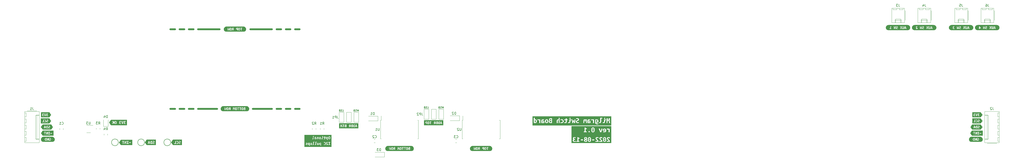
<source format=gbo>
G04 #@! TF.GenerationSoftware,KiCad,Pcbnew,6.0.5+dfsg-1~bpo11+1*
G04 #@! TF.CreationDate,2022-08-13T18:52:41+00:00*
G04 #@! TF.ProjectId,switch_board,73776974-6368-45f6-926f-6172642e6b69,0.1*
G04 #@! TF.SameCoordinates,Original*
G04 #@! TF.FileFunction,Legend,Bot*
G04 #@! TF.FilePolarity,Positive*
%FSLAX46Y46*%
G04 Gerber Fmt 4.6, Leading zero omitted, Abs format (unit mm)*
G04 Created by KiCad (PCBNEW 6.0.5+dfsg-1~bpo11+1) date 2022-08-13 18:52:41*
%MOMM*%
%LPD*%
G01*
G04 APERTURE LIST*
%ADD10C,0.750000*%
%ADD11C,0.150000*%
%ADD12C,0.120000*%
%ADD13O,3.500000X9.500000*%
%ADD14C,5.600000*%
%ADD15O,1.740000X2.190000*%
%ADD16O,2.190000X1.740000*%
%ADD17C,2.000000*%
%ADD18R,0.900000X1.200000*%
%ADD19R,1.500000X1.000000*%
G04 APERTURE END LIST*
D10*
X122555000Y-110490000D02*
X124460000Y-110490000D01*
X76835000Y-110490000D02*
X74930000Y-110490000D01*
X108966000Y-143510000D02*
X116840000Y-143510000D01*
X94234000Y-143510000D02*
X86360000Y-143510000D01*
X126365000Y-110490000D02*
X128270000Y-110490000D01*
X107950000Y-110490000D02*
X116840000Y-110490000D01*
X95250000Y-110490000D02*
X86360000Y-110490000D01*
X76835000Y-143510000D02*
X74930000Y-143510000D01*
X80645000Y-143510000D02*
X78740000Y-143510000D01*
X84455000Y-143510000D02*
X82550000Y-143510000D01*
X80645000Y-110490000D02*
X78740000Y-110490000D01*
X118745000Y-143510000D02*
X120650000Y-143510000D01*
X84455000Y-110490000D02*
X82550000Y-110490000D01*
X122555000Y-143510000D02*
X124460000Y-143510000D01*
X126365000Y-143510000D02*
X128270000Y-143510000D01*
X118745000Y-110490000D02*
X120650000Y-110490000D01*
D11*
X401653333Y-100127380D02*
X401653333Y-100841666D01*
X401700952Y-100984523D01*
X401796190Y-101079761D01*
X401939047Y-101127380D01*
X402034285Y-101127380D01*
X400700952Y-100127380D02*
X401177142Y-100127380D01*
X401224761Y-100603571D01*
X401177142Y-100555952D01*
X401081904Y-100508333D01*
X400843809Y-100508333D01*
X400748571Y-100555952D01*
X400700952Y-100603571D01*
X400653333Y-100698809D01*
X400653333Y-100936904D01*
X400700952Y-101032142D01*
X400748571Y-101079761D01*
X400843809Y-101127380D01*
X401081904Y-101127380D01*
X401177142Y-101079761D01*
X401224761Y-101032142D01*
X18113333Y-142962380D02*
X18113333Y-143676666D01*
X18160952Y-143819523D01*
X18256190Y-143914761D01*
X18399047Y-143962380D01*
X18494285Y-143962380D01*
X17113333Y-143962380D02*
X17684761Y-143962380D01*
X17399047Y-143962380D02*
X17399047Y-142962380D01*
X17494285Y-143105238D01*
X17589523Y-143200476D01*
X17684761Y-143248095D01*
X134405666Y-150058380D02*
X134739000Y-149582190D01*
X134977095Y-150058380D02*
X134977095Y-149058380D01*
X134596142Y-149058380D01*
X134500904Y-149106000D01*
X134453285Y-149153619D01*
X134405666Y-149248857D01*
X134405666Y-149391714D01*
X134453285Y-149486952D01*
X134500904Y-149534571D01*
X134596142Y-149582190D01*
X134977095Y-149582190D01*
X134024714Y-149153619D02*
X133977095Y-149106000D01*
X133881857Y-149058380D01*
X133643761Y-149058380D01*
X133548523Y-149106000D01*
X133500904Y-149153619D01*
X133453285Y-149248857D01*
X133453285Y-149344095D01*
X133500904Y-149486952D01*
X134072333Y-150058380D01*
X133453285Y-150058380D01*
X159399266Y-155522142D02*
X159446885Y-155569761D01*
X159589742Y-155617380D01*
X159684980Y-155617380D01*
X159827838Y-155569761D01*
X159923076Y-155474523D01*
X159970695Y-155379285D01*
X160018314Y-155188809D01*
X160018314Y-155045952D01*
X159970695Y-154855476D01*
X159923076Y-154760238D01*
X159827838Y-154665000D01*
X159684980Y-154617380D01*
X159589742Y-154617380D01*
X159446885Y-154665000D01*
X159399266Y-154712619D01*
X159018314Y-154712619D02*
X158970695Y-154665000D01*
X158875457Y-154617380D01*
X158637361Y-154617380D01*
X158542123Y-154665000D01*
X158494504Y-154712619D01*
X158446885Y-154807857D01*
X158446885Y-154903095D01*
X158494504Y-155045952D01*
X159065933Y-155617380D01*
X158446885Y-155617380D01*
X194944904Y-151598380D02*
X194944904Y-152407904D01*
X194897285Y-152503142D01*
X194849666Y-152550761D01*
X194754428Y-152598380D01*
X194563952Y-152598380D01*
X194468714Y-152550761D01*
X194421095Y-152503142D01*
X194373476Y-152407904D01*
X194373476Y-151598380D01*
X193944904Y-151693619D02*
X193897285Y-151646000D01*
X193802047Y-151598380D01*
X193563952Y-151598380D01*
X193468714Y-151646000D01*
X193421095Y-151693619D01*
X193373476Y-151788857D01*
X193373476Y-151884095D01*
X193421095Y-152026952D01*
X193992523Y-152598380D01*
X193373476Y-152598380D01*
X161188304Y-151598380D02*
X161188304Y-152407904D01*
X161140685Y-152503142D01*
X161093066Y-152550761D01*
X160997828Y-152598380D01*
X160807352Y-152598380D01*
X160712114Y-152550761D01*
X160664495Y-152503142D01*
X160616876Y-152407904D01*
X160616876Y-151598380D01*
X159616876Y-152598380D02*
X160188304Y-152598380D01*
X159902590Y-152598380D02*
X159902590Y-151598380D01*
X159997828Y-151741238D01*
X160093066Y-151836476D01*
X160188304Y-151884095D01*
X48998095Y-147287880D02*
X48998095Y-146287880D01*
X48760000Y-146287880D01*
X48617142Y-146335500D01*
X48521904Y-146430738D01*
X48474285Y-146525976D01*
X48426666Y-146716452D01*
X48426666Y-146859309D01*
X48474285Y-147049785D01*
X48521904Y-147145023D01*
X48617142Y-147240261D01*
X48760000Y-147287880D01*
X48998095Y-147287880D01*
X47569523Y-146621214D02*
X47569523Y-147287880D01*
X47807619Y-146240261D02*
X48045714Y-146954547D01*
X47426666Y-146954547D01*
X386413333Y-100127380D02*
X386413333Y-100841666D01*
X386460952Y-100984523D01*
X386556190Y-101079761D01*
X386699047Y-101127380D01*
X386794285Y-101127380D01*
X385508571Y-100460714D02*
X385508571Y-101127380D01*
X385746666Y-100079761D02*
X385984761Y-100794047D01*
X385365714Y-100794047D01*
X414373333Y-142962380D02*
X414373333Y-143676666D01*
X414420952Y-143819523D01*
X414516190Y-143914761D01*
X414659047Y-143962380D01*
X414754285Y-143962380D01*
X413944761Y-143057619D02*
X413897142Y-143010000D01*
X413801904Y-142962380D01*
X413563809Y-142962380D01*
X413468571Y-143010000D01*
X413420952Y-143057619D01*
X413373333Y-143152857D01*
X413373333Y-143248095D01*
X413420952Y-143390952D01*
X413992380Y-143962380D01*
X413373333Y-143962380D01*
X45251666Y-149931380D02*
X45585000Y-149455190D01*
X45823095Y-149931380D02*
X45823095Y-148931380D01*
X45442142Y-148931380D01*
X45346904Y-148979000D01*
X45299285Y-149026619D01*
X45251666Y-149121857D01*
X45251666Y-149264714D01*
X45299285Y-149359952D01*
X45346904Y-149407571D01*
X45442142Y-149455190D01*
X45823095Y-149455190D01*
X44918333Y-148931380D02*
X44299285Y-148931380D01*
X44632619Y-149312333D01*
X44489761Y-149312333D01*
X44394523Y-149359952D01*
X44346904Y-149407571D01*
X44299285Y-149502809D01*
X44299285Y-149740904D01*
X44346904Y-149836142D01*
X44394523Y-149883761D01*
X44489761Y-149931380D01*
X44775476Y-149931380D01*
X44870714Y-149883761D01*
X44918333Y-149836142D01*
X161774095Y-161012380D02*
X161774095Y-160012380D01*
X161536000Y-160012380D01*
X161393142Y-160060000D01*
X161297904Y-160155238D01*
X161250285Y-160250476D01*
X161202666Y-160440952D01*
X161202666Y-160583809D01*
X161250285Y-160774285D01*
X161297904Y-160869523D01*
X161393142Y-160964761D01*
X161536000Y-161012380D01*
X161774095Y-161012380D01*
X160869333Y-160012380D02*
X160250285Y-160012380D01*
X160583619Y-160393333D01*
X160440761Y-160393333D01*
X160345523Y-160440952D01*
X160297904Y-160488571D01*
X160250285Y-160583809D01*
X160250285Y-160821904D01*
X160297904Y-160917142D01*
X160345523Y-160964761D01*
X160440761Y-161012380D01*
X160726476Y-161012380D01*
X160821714Y-160964761D01*
X160869333Y-160917142D01*
X193028866Y-155547542D02*
X193076485Y-155595161D01*
X193219342Y-155642780D01*
X193314580Y-155642780D01*
X193457438Y-155595161D01*
X193552676Y-155499923D01*
X193600295Y-155404685D01*
X193647914Y-155214209D01*
X193647914Y-155071352D01*
X193600295Y-154880876D01*
X193552676Y-154785638D01*
X193457438Y-154690400D01*
X193314580Y-154642780D01*
X193219342Y-154642780D01*
X193076485Y-154690400D01*
X193028866Y-154738019D01*
X192695533Y-154642780D02*
X192076485Y-154642780D01*
X192409819Y-155023733D01*
X192266961Y-155023733D01*
X192171723Y-155071352D01*
X192124104Y-155118971D01*
X192076485Y-155214209D01*
X192076485Y-155452304D01*
X192124104Y-155547542D01*
X192171723Y-155595161D01*
X192266961Y-155642780D01*
X192552676Y-155642780D01*
X192647914Y-155595161D01*
X192695533Y-155547542D01*
X41909904Y-148967880D02*
X41909904Y-149777404D01*
X41862285Y-149872642D01*
X41814666Y-149920261D01*
X41719428Y-149967880D01*
X41528952Y-149967880D01*
X41433714Y-149920261D01*
X41386095Y-149872642D01*
X41338476Y-149777404D01*
X41338476Y-148967880D01*
X40957523Y-148967880D02*
X40338476Y-148967880D01*
X40671809Y-149348833D01*
X40528952Y-149348833D01*
X40433714Y-149396452D01*
X40386095Y-149444071D01*
X40338476Y-149539309D01*
X40338476Y-149777404D01*
X40386095Y-149872642D01*
X40433714Y-149920261D01*
X40528952Y-149967880D01*
X40814666Y-149967880D01*
X40909904Y-149920261D01*
X40957523Y-149872642D01*
X137742666Y-150058380D02*
X138076000Y-149582190D01*
X138314095Y-150058380D02*
X138314095Y-149058380D01*
X137933142Y-149058380D01*
X137837904Y-149106000D01*
X137790285Y-149153619D01*
X137742666Y-149248857D01*
X137742666Y-149391714D01*
X137790285Y-149486952D01*
X137837904Y-149534571D01*
X137933142Y-149582190D01*
X138314095Y-149582190D01*
X136790285Y-150058380D02*
X137361714Y-150058380D01*
X137076000Y-150058380D02*
X137076000Y-149058380D01*
X137171238Y-149201238D01*
X137266476Y-149296476D01*
X137361714Y-149344095D01*
X30138666Y-149963142D02*
X30186285Y-150010761D01*
X30329142Y-150058380D01*
X30424380Y-150058380D01*
X30567238Y-150010761D01*
X30662476Y-149915523D01*
X30710095Y-149820285D01*
X30757714Y-149629809D01*
X30757714Y-149486952D01*
X30710095Y-149296476D01*
X30662476Y-149201238D01*
X30567238Y-149106000D01*
X30424380Y-149058380D01*
X30329142Y-149058380D01*
X30186285Y-149106000D01*
X30138666Y-149153619D01*
X29186285Y-150058380D02*
X29757714Y-150058380D01*
X29472000Y-150058380D02*
X29472000Y-149058380D01*
X29567238Y-149201238D01*
X29662476Y-149296476D01*
X29757714Y-149344095D01*
X192762095Y-145899380D02*
X192762095Y-144899380D01*
X192524000Y-144899380D01*
X192381142Y-144947000D01*
X192285904Y-145042238D01*
X192238285Y-145137476D01*
X192190666Y-145327952D01*
X192190666Y-145470809D01*
X192238285Y-145661285D01*
X192285904Y-145756523D01*
X192381142Y-145851761D01*
X192524000Y-145899380D01*
X192762095Y-145899380D01*
X191809714Y-144994619D02*
X191762095Y-144947000D01*
X191666857Y-144899380D01*
X191428761Y-144899380D01*
X191333523Y-144947000D01*
X191285904Y-144994619D01*
X191238285Y-145089857D01*
X191238285Y-145185095D01*
X191285904Y-145327952D01*
X191857333Y-145899380D01*
X191238285Y-145899380D01*
X143835333Y-146518380D02*
X143835333Y-147232666D01*
X143882952Y-147375523D01*
X143978190Y-147470761D01*
X144121047Y-147518380D01*
X144216285Y-147518380D01*
X143359142Y-147518380D02*
X143359142Y-146518380D01*
X142978190Y-146518380D01*
X142882952Y-146566000D01*
X142835333Y-146613619D01*
X142787714Y-146708857D01*
X142787714Y-146851714D01*
X142835333Y-146946952D01*
X142882952Y-146994571D01*
X142978190Y-147042190D01*
X143359142Y-147042190D01*
X141835333Y-147518380D02*
X142406761Y-147518380D01*
X142121047Y-147518380D02*
X142121047Y-146518380D01*
X142216285Y-146661238D01*
X142311523Y-146756476D01*
X142406761Y-146804095D01*
X146042000Y-144611285D02*
X146399142Y-144611285D01*
X146399142Y-143861285D01*
X145827714Y-144575571D02*
X145720571Y-144611285D01*
X145542000Y-144611285D01*
X145470571Y-144575571D01*
X145434857Y-144539857D01*
X145399142Y-144468428D01*
X145399142Y-144397000D01*
X145434857Y-144325571D01*
X145470571Y-144289857D01*
X145542000Y-144254142D01*
X145684857Y-144218428D01*
X145756285Y-144182714D01*
X145792000Y-144147000D01*
X145827714Y-144075571D01*
X145827714Y-144004142D01*
X145792000Y-143932714D01*
X145756285Y-143897000D01*
X145684857Y-143861285D01*
X145506285Y-143861285D01*
X145399142Y-143897000D01*
X144827714Y-144218428D02*
X144720571Y-144254142D01*
X144684857Y-144289857D01*
X144649142Y-144361285D01*
X144649142Y-144468428D01*
X144684857Y-144539857D01*
X144720571Y-144575571D01*
X144792000Y-144611285D01*
X145077714Y-144611285D01*
X145077714Y-143861285D01*
X144827714Y-143861285D01*
X144756285Y-143897000D01*
X144720571Y-143932714D01*
X144684857Y-144004142D01*
X144684857Y-144075571D01*
X144720571Y-144147000D01*
X144756285Y-144182714D01*
X144827714Y-144218428D01*
X145077714Y-144218428D01*
X152620142Y-144611285D02*
X152620142Y-143861285D01*
X152370142Y-144397000D01*
X152120142Y-143861285D01*
X152120142Y-144611285D01*
X151798714Y-144575571D02*
X151691571Y-144611285D01*
X151513000Y-144611285D01*
X151441571Y-144575571D01*
X151405857Y-144539857D01*
X151370142Y-144468428D01*
X151370142Y-144397000D01*
X151405857Y-144325571D01*
X151441571Y-144289857D01*
X151513000Y-144254142D01*
X151655857Y-144218428D01*
X151727285Y-144182714D01*
X151763000Y-144147000D01*
X151798714Y-144075571D01*
X151798714Y-144004142D01*
X151763000Y-143932714D01*
X151727285Y-143897000D01*
X151655857Y-143861285D01*
X151477285Y-143861285D01*
X151370142Y-143897000D01*
X150798714Y-144218428D02*
X150691571Y-144254142D01*
X150655857Y-144289857D01*
X150620142Y-144361285D01*
X150620142Y-144468428D01*
X150655857Y-144539857D01*
X150691571Y-144575571D01*
X150763000Y-144611285D01*
X151048714Y-144611285D01*
X151048714Y-143861285D01*
X150798714Y-143861285D01*
X150727285Y-143897000D01*
X150691571Y-143932714D01*
X150655857Y-144004142D01*
X150655857Y-144075571D01*
X150691571Y-144147000D01*
X150727285Y-144182714D01*
X150798714Y-144218428D01*
X151048714Y-144218428D01*
X48426666Y-152367880D02*
X48760000Y-151891690D01*
X48998095Y-152367880D02*
X48998095Y-151367880D01*
X48617142Y-151367880D01*
X48521904Y-151415500D01*
X48474285Y-151463119D01*
X48426666Y-151558357D01*
X48426666Y-151701214D01*
X48474285Y-151796452D01*
X48521904Y-151844071D01*
X48617142Y-151891690D01*
X48998095Y-151891690D01*
X47569523Y-151701214D02*
X47569523Y-152367880D01*
X47807619Y-151320261D02*
X48045714Y-152034547D01*
X47426666Y-152034547D01*
X178760333Y-145248380D02*
X178760333Y-145962666D01*
X178807952Y-146105523D01*
X178903190Y-146200761D01*
X179046047Y-146248380D01*
X179141285Y-146248380D01*
X178284142Y-146248380D02*
X178284142Y-145248380D01*
X177903190Y-145248380D01*
X177807952Y-145296000D01*
X177760333Y-145343619D01*
X177712714Y-145438857D01*
X177712714Y-145581714D01*
X177760333Y-145676952D01*
X177807952Y-145724571D01*
X177903190Y-145772190D01*
X178284142Y-145772190D01*
X177331761Y-145343619D02*
X177284142Y-145296000D01*
X177188904Y-145248380D01*
X176950809Y-145248380D01*
X176855571Y-145296000D01*
X176807952Y-145343619D01*
X176760333Y-145438857D01*
X176760333Y-145534095D01*
X176807952Y-145676952D01*
X177379380Y-146248380D01*
X176760333Y-146248380D01*
X187672142Y-143341285D02*
X187672142Y-142591285D01*
X187422142Y-143127000D01*
X187172142Y-142591285D01*
X187172142Y-143341285D01*
X186850714Y-143305571D02*
X186743571Y-143341285D01*
X186565000Y-143341285D01*
X186493571Y-143305571D01*
X186457857Y-143269857D01*
X186422142Y-143198428D01*
X186422142Y-143127000D01*
X186457857Y-143055571D01*
X186493571Y-143019857D01*
X186565000Y-142984142D01*
X186707857Y-142948428D01*
X186779285Y-142912714D01*
X186815000Y-142877000D01*
X186850714Y-142805571D01*
X186850714Y-142734142D01*
X186815000Y-142662714D01*
X186779285Y-142627000D01*
X186707857Y-142591285D01*
X186529285Y-142591285D01*
X186422142Y-142627000D01*
X185850714Y-142948428D02*
X185743571Y-142984142D01*
X185707857Y-143019857D01*
X185672142Y-143091285D01*
X185672142Y-143198428D01*
X185707857Y-143269857D01*
X185743571Y-143305571D01*
X185815000Y-143341285D01*
X186100714Y-143341285D01*
X186100714Y-142591285D01*
X185850714Y-142591285D01*
X185779285Y-142627000D01*
X185743571Y-142662714D01*
X185707857Y-142734142D01*
X185707857Y-142805571D01*
X185743571Y-142877000D01*
X185779285Y-142912714D01*
X185850714Y-142948428D01*
X186100714Y-142948428D01*
X181094000Y-143341285D02*
X181451142Y-143341285D01*
X181451142Y-142591285D01*
X180879714Y-143305571D02*
X180772571Y-143341285D01*
X180594000Y-143341285D01*
X180522571Y-143305571D01*
X180486857Y-143269857D01*
X180451142Y-143198428D01*
X180451142Y-143127000D01*
X180486857Y-143055571D01*
X180522571Y-143019857D01*
X180594000Y-142984142D01*
X180736857Y-142948428D01*
X180808285Y-142912714D01*
X180844000Y-142877000D01*
X180879714Y-142805571D01*
X180879714Y-142734142D01*
X180844000Y-142662714D01*
X180808285Y-142627000D01*
X180736857Y-142591285D01*
X180558285Y-142591285D01*
X180451142Y-142627000D01*
X179879714Y-142948428D02*
X179772571Y-142984142D01*
X179736857Y-143019857D01*
X179701142Y-143091285D01*
X179701142Y-143198428D01*
X179736857Y-143269857D01*
X179772571Y-143305571D01*
X179844000Y-143341285D01*
X180129714Y-143341285D01*
X180129714Y-142591285D01*
X179879714Y-142591285D01*
X179808285Y-142627000D01*
X179772571Y-142662714D01*
X179736857Y-142734142D01*
X179736857Y-142805571D01*
X179772571Y-142877000D01*
X179808285Y-142912714D01*
X179879714Y-142948428D01*
X180129714Y-142948428D01*
X412448333Y-100127380D02*
X412448333Y-100841666D01*
X412495952Y-100984523D01*
X412591190Y-101079761D01*
X412734047Y-101127380D01*
X412829285Y-101127380D01*
X411543571Y-100127380D02*
X411734047Y-100127380D01*
X411829285Y-100175000D01*
X411876904Y-100222619D01*
X411972142Y-100365476D01*
X412019761Y-100555952D01*
X412019761Y-100936904D01*
X411972142Y-101032142D01*
X411924523Y-101079761D01*
X411829285Y-101127380D01*
X411638809Y-101127380D01*
X411543571Y-101079761D01*
X411495952Y-101032142D01*
X411448333Y-100936904D01*
X411448333Y-100698809D01*
X411495952Y-100603571D01*
X411543571Y-100555952D01*
X411638809Y-100508333D01*
X411829285Y-100508333D01*
X411924523Y-100555952D01*
X411972142Y-100603571D01*
X412019761Y-100698809D01*
X375618333Y-100127380D02*
X375618333Y-100841666D01*
X375665952Y-100984523D01*
X375761190Y-101079761D01*
X375904047Y-101127380D01*
X375999285Y-101127380D01*
X375237380Y-100127380D02*
X374618333Y-100127380D01*
X374951666Y-100508333D01*
X374808809Y-100508333D01*
X374713571Y-100555952D01*
X374665952Y-100603571D01*
X374618333Y-100698809D01*
X374618333Y-100936904D01*
X374665952Y-101032142D01*
X374713571Y-101079761D01*
X374808809Y-101127380D01*
X375094523Y-101127380D01*
X375189761Y-101079761D01*
X375237380Y-101032142D01*
X159108095Y-146026380D02*
X159108095Y-145026380D01*
X158870000Y-145026380D01*
X158727142Y-145074000D01*
X158631904Y-145169238D01*
X158584285Y-145264476D01*
X158536666Y-145454952D01*
X158536666Y-145597809D01*
X158584285Y-145788285D01*
X158631904Y-145883523D01*
X158727142Y-145978761D01*
X158870000Y-146026380D01*
X159108095Y-146026380D01*
X157584285Y-146026380D02*
X158155714Y-146026380D01*
X157870000Y-146026380D02*
X157870000Y-145026380D01*
X157965238Y-145169238D01*
X158060476Y-145264476D01*
X158155714Y-145312095D01*
D12*
X398670000Y-107785000D02*
X398670000Y-101765000D01*
X404260000Y-102795000D02*
X404260000Y-106795000D01*
X399250000Y-102365000D02*
X399250000Y-101765000D01*
X403970000Y-101765000D02*
X403970000Y-107785000D01*
X400300000Y-107785000D02*
X400300000Y-106785000D01*
X402340000Y-106255000D02*
X400300000Y-106255000D01*
X401790000Y-102365000D02*
X401790000Y-101765000D01*
X403390000Y-101765000D02*
X403390000Y-102365000D01*
X400850000Y-102365000D02*
X399250000Y-102365000D01*
X403390000Y-102365000D02*
X401790000Y-102365000D01*
X400300000Y-106255000D02*
X400050000Y-106785000D01*
X403970000Y-107785000D02*
X398670000Y-107785000D01*
X402340000Y-107785000D02*
X402340000Y-106785000D01*
X402590000Y-106785000D02*
X402340000Y-106255000D01*
X402590000Y-106785000D02*
X400050000Y-106785000D01*
X402590000Y-107785000D02*
X402590000Y-106785000D01*
X400850000Y-101765000D02*
X400850000Y-102365000D01*
X398670000Y-101765000D02*
X403970000Y-101765000D01*
X400050000Y-106785000D02*
X400050000Y-107785000D01*
G36*
X53773776Y-157480000D02*
G01*
X54037301Y-157084712D01*
X55021224Y-157084712D01*
X55331739Y-157084712D01*
X55331739Y-158069598D01*
X55567959Y-158069598D01*
X56013729Y-158069598D01*
X56202324Y-158069598D01*
X56257252Y-157938893D01*
X56315354Y-157808401D01*
X56376632Y-157678120D01*
X56441084Y-157547839D01*
X56508712Y-157417347D01*
X56579514Y-157286642D01*
X56579514Y-158069598D01*
X56790969Y-158069598D01*
X56979564Y-158069598D01*
X57728229Y-158069598D01*
X57728229Y-157875288D01*
X57471054Y-157875288D01*
X57471054Y-157442852D01*
X57855864Y-157442852D01*
X57883487Y-157542865D01*
X57933969Y-157640020D01*
X58013027Y-157714315D01*
X58126374Y-157743843D01*
X58222577Y-157723840D01*
X58309254Y-157679073D01*
X58390217Y-157634305D01*
X58465464Y-157614303D01*
X58494992Y-157618113D01*
X58522614Y-157634305D01*
X58547379Y-157671453D01*
X58570239Y-157738128D01*
X58743594Y-157690503D01*
X58716924Y-157590490D01*
X58666442Y-157494288D01*
X58587384Y-157420945D01*
X58473084Y-157391417D01*
X58378787Y-157411420D01*
X58292109Y-157456187D01*
X58212099Y-157500955D01*
X58135899Y-157520958D01*
X58106372Y-157517148D01*
X58078749Y-157500003D01*
X58053032Y-157461902D01*
X58029219Y-157395227D01*
X57855864Y-157442852D01*
X57471054Y-157442852D01*
X57471054Y-157084712D01*
X57728229Y-157084712D01*
X57728229Y-156890402D01*
X56979564Y-156890402D01*
X56979564Y-157084712D01*
X57234834Y-157084712D01*
X57234834Y-157875288D01*
X56979564Y-157875288D01*
X56979564Y-158069598D01*
X56790969Y-158069598D01*
X56790969Y-156890402D01*
X56602374Y-156890402D01*
X56549034Y-156977794D01*
X56495694Y-157072330D01*
X56443069Y-157170199D01*
X56391872Y-157267592D01*
X56343294Y-157363319D01*
X56298527Y-157456187D01*
X56258760Y-157541913D01*
X56225184Y-157616208D01*
X56225184Y-156890402D01*
X56013729Y-156890402D01*
X56013729Y-158069598D01*
X55567959Y-158069598D01*
X55567959Y-157084712D01*
X55878474Y-157084712D01*
X55878474Y-156890402D01*
X55021224Y-156890402D01*
X55021224Y-157084712D01*
X54037301Y-157084712D01*
X54508594Y-156377772D01*
X59256224Y-156377772D01*
X59256224Y-158582228D01*
X54508594Y-158582228D01*
X53773776Y-157480000D01*
G37*
X19240000Y-155960000D02*
X19770000Y-156210000D01*
X14750000Y-147790000D02*
X15350000Y-147790000D01*
X15350000Y-151930000D02*
X14750000Y-151930000D01*
X15780000Y-144380000D02*
X19780000Y-144380000D01*
X15350000Y-152870000D02*
X15350000Y-154470000D01*
X15350000Y-150330000D02*
X15350000Y-151930000D01*
X19770000Y-146050000D02*
X19770000Y-156210000D01*
X20770000Y-157590000D02*
X14750000Y-157590000D01*
X19240000Y-146300000D02*
X19240000Y-155960000D01*
X15350000Y-155410000D02*
X15350000Y-157010000D01*
X20770000Y-144670000D02*
X20770000Y-157590000D01*
X19770000Y-146050000D02*
X19240000Y-146300000D01*
X15350000Y-146850000D02*
X14750000Y-146850000D01*
X14750000Y-150330000D02*
X15350000Y-150330000D01*
X15350000Y-157010000D02*
X14750000Y-157010000D01*
X14750000Y-155410000D02*
X15350000Y-155410000D01*
X15350000Y-149390000D02*
X14750000Y-149390000D01*
X14750000Y-145250000D02*
X15350000Y-145250000D01*
X19770000Y-156210000D02*
X20770000Y-156210000D01*
X20770000Y-155960000D02*
X19770000Y-155960000D01*
X20770000Y-146050000D02*
X19770000Y-146050000D01*
X14750000Y-152870000D02*
X15350000Y-152870000D01*
X15350000Y-154470000D02*
X14750000Y-154470000D01*
X14750000Y-144670000D02*
X20770000Y-144670000D01*
X14750000Y-157590000D02*
X14750000Y-144670000D01*
X15350000Y-145250000D02*
X15350000Y-146850000D01*
X15350000Y-147790000D02*
X15350000Y-149390000D01*
X20770000Y-146300000D02*
X19770000Y-146300000D01*
X134974000Y-151664936D02*
X134974000Y-152119064D01*
X133504000Y-151664936D02*
X133504000Y-152119064D01*
D11*
X64265000Y-157480000D02*
G75*
G03*
X64265000Y-157480000I-1400000J0D01*
G01*
D12*
X159493852Y-157580000D02*
X158971348Y-157580000D01*
X159493852Y-156110000D02*
X158971348Y-156110000D01*
X195655000Y-148286000D02*
X195655000Y-146471000D01*
X195390000Y-152146000D02*
X195390000Y-148286000D01*
X211010000Y-152146000D02*
X211010000Y-148286000D01*
X211010000Y-152146000D02*
X211010000Y-156006000D01*
X195390000Y-148286000D02*
X195655000Y-148286000D01*
X211010000Y-156006000D02*
X210745000Y-156006000D01*
X195390000Y-156006000D02*
X195655000Y-156006000D01*
X211010000Y-148286000D02*
X210745000Y-148286000D01*
X195390000Y-152146000D02*
X195390000Y-156006000D01*
G36*
X409048585Y-109669897D02*
G01*
X409114069Y-109765068D01*
X409176061Y-109865478D01*
X409228449Y-109965014D01*
X408983974Y-109965014D01*
X408983974Y-109584331D01*
X409048585Y-109669897D01*
G37*
G36*
X416195976Y-108783515D02*
G01*
X416300492Y-108799019D01*
X416402984Y-108824692D01*
X416502467Y-108860288D01*
X416597982Y-108905463D01*
X416688609Y-108959782D01*
X416773475Y-109022724D01*
X416851764Y-109093680D01*
X416922720Y-109171968D01*
X416985661Y-109256835D01*
X417039981Y-109347462D01*
X417085156Y-109442977D01*
X417120752Y-109542459D01*
X417146425Y-109644952D01*
X417161928Y-109749468D01*
X417167113Y-109855000D01*
X417161928Y-109960532D01*
X417146425Y-110065048D01*
X417120752Y-110167541D01*
X417085156Y-110267023D01*
X417039981Y-110362538D01*
X416985661Y-110453165D01*
X416922720Y-110538032D01*
X416851764Y-110616320D01*
X416773475Y-110687276D01*
X416688609Y-110750218D01*
X416597982Y-110804537D01*
X416502467Y-110849712D01*
X416402984Y-110885308D01*
X416300492Y-110910981D01*
X416195976Y-110926485D01*
X416090444Y-110931669D01*
X408139556Y-110931669D01*
X408034024Y-110926484D01*
X407929508Y-110910981D01*
X407827015Y-110885308D01*
X407727533Y-110849712D01*
X407632018Y-110804537D01*
X407541391Y-110750217D01*
X407456524Y-110687276D01*
X407378236Y-110616320D01*
X407307280Y-110538031D01*
X407244339Y-110453165D01*
X407190019Y-110362538D01*
X407144844Y-110267023D01*
X407109248Y-110167540D01*
X407102696Y-110141385D01*
X408652186Y-110141385D01*
X408769185Y-110141385D01*
X408769185Y-110396338D01*
X408983974Y-110396338D01*
X408983974Y-110141385D01*
X409434506Y-110141385D01*
X409434506Y-109984222D01*
X409396525Y-109911535D01*
X409348940Y-109829679D01*
X409293933Y-109742149D01*
X409233687Y-109652435D01*
X409169076Y-109562285D01*
X409100972Y-109473444D01*
X409031122Y-109389843D01*
X408961272Y-109315409D01*
X410394944Y-109315409D01*
X410400182Y-109450088D01*
X410405421Y-109588697D01*
X410411096Y-109728833D01*
X410417645Y-109868097D01*
X410425285Y-110005832D01*
X410434234Y-110141385D01*
X410444494Y-110272354D01*
X410456062Y-110396338D01*
X410634180Y-110396338D01*
X410672597Y-110282176D01*
X410711015Y-110159721D01*
X410749432Y-110035955D01*
X410787850Y-109917865D01*
X410827141Y-110032681D01*
X410868177Y-110157101D01*
X410908341Y-110281522D01*
X410945012Y-110396338D01*
X411123130Y-110396338D01*
X411136227Y-110272135D01*
X411147577Y-110140512D01*
X411150411Y-110101221D01*
X411297755Y-110101221D01*
X411322421Y-110235901D01*
X411396418Y-110336092D01*
X411473544Y-110382173D01*
X411573371Y-110409822D01*
X411695900Y-110419039D01*
X411816828Y-110411835D01*
X411884141Y-110396338D01*
X412993364Y-110396338D01*
X413225615Y-110396338D01*
X413262504Y-110302477D01*
X413306816Y-110199011D01*
X413355929Y-110090744D01*
X413407225Y-109982476D01*
X413457866Y-110087470D01*
X413508507Y-110196392D01*
X413555656Y-110301822D01*
X413595820Y-110396338D01*
X413828071Y-110396338D01*
X413776557Y-110282831D01*
X413740759Y-110213854D01*
X413701468Y-110139639D01*
X413659340Y-110061712D01*
X413628069Y-110005178D01*
X413915384Y-110005178D01*
X413919749Y-110095109D01*
X413932846Y-110176310D01*
X413956857Y-110247470D01*
X413993965Y-110307279D01*
X414044606Y-110355082D01*
X414109217Y-110390226D01*
X414189545Y-110411835D01*
X414287335Y-110419039D01*
X414383597Y-110411835D01*
X414440421Y-110396338D01*
X414736121Y-110396338D01*
X414966626Y-110396338D01*
X415017267Y-110146624D01*
X415305399Y-110146624D01*
X415354294Y-110396338D01*
X415577814Y-110396338D01*
X415547010Y-110270782D01*
X415516066Y-110149767D01*
X415484983Y-110033292D01*
X415453760Y-109921358D01*
X415422397Y-109813963D01*
X415383434Y-109684249D01*
X415345126Y-109557919D01*
X415307472Y-109434972D01*
X415270474Y-109315409D01*
X415036476Y-109315409D01*
X414998113Y-109435955D01*
X414959859Y-109560102D01*
X414921715Y-109687851D01*
X414883679Y-109819202D01*
X414853469Y-109927504D01*
X414823608Y-110039369D01*
X414794097Y-110154796D01*
X414764934Y-110273786D01*
X414736121Y-110396338D01*
X414440421Y-110396338D01*
X414462833Y-110390226D01*
X414575466Y-110307279D01*
X414611264Y-110247470D01*
X414634839Y-110176310D01*
X414647936Y-110095109D01*
X414652301Y-110005178D01*
X414652301Y-109315409D01*
X414435766Y-109315409D01*
X414435766Y-109991208D01*
X414428781Y-110105587D01*
X414405207Y-110179803D01*
X414358931Y-110219966D01*
X414283842Y-110232190D01*
X414208754Y-110219966D01*
X414161605Y-110178929D01*
X414137157Y-110103841D01*
X414130172Y-109989461D01*
X414130172Y-109315409D01*
X413915384Y-109315409D01*
X413915384Y-110005178D01*
X413628069Y-110005178D01*
X413615029Y-109981603D01*
X413570499Y-109901930D01*
X413527716Y-109825314D01*
X413810609Y-109315409D01*
X413578357Y-109315409D01*
X413407225Y-109661166D01*
X413227361Y-109315409D01*
X413010826Y-109315409D01*
X413286734Y-109820075D01*
X413240021Y-109896910D01*
X413194182Y-109977238D01*
X413150308Y-110058220D01*
X413109489Y-110137019D01*
X413072600Y-110212108D01*
X413040512Y-110281958D01*
X412993364Y-110396338D01*
X411884141Y-110396338D01*
X411910689Y-110390226D01*
X412031180Y-110336965D01*
X411968315Y-110162340D01*
X411855682Y-110214728D01*
X411782994Y-110233063D01*
X411695900Y-110239175D01*
X411605968Y-110227824D01*
X411549215Y-110196392D01*
X411520402Y-110150989D01*
X411512544Y-110099475D01*
X411531752Y-110040103D01*
X411580647Y-109993827D01*
X411647005Y-109957156D01*
X411720347Y-109926596D01*
X411821630Y-109886433D01*
X411916801Y-109828806D01*
X411987524Y-109742367D01*
X412015464Y-109614017D01*
X411990798Y-109478683D01*
X411916801Y-109376527D01*
X411842779Y-109328991D01*
X411752265Y-109300469D01*
X411645259Y-109290961D01*
X411552053Y-109296637D01*
X411471507Y-109313662D01*
X411346650Y-109364304D01*
X411409515Y-109530197D01*
X411506432Y-109488287D01*
X411629542Y-109470825D01*
X411724616Y-109484601D01*
X411781660Y-109525929D01*
X411800675Y-109594809D01*
X411783212Y-109649816D01*
X411738683Y-109691726D01*
X411677564Y-109724031D01*
X411610334Y-109750225D01*
X411504686Y-109793008D01*
X411403403Y-109855873D01*
X411327441Y-109953663D01*
X411305176Y-110019802D01*
X411297755Y-110101221D01*
X411150411Y-110101221D01*
X411157400Y-110004304D01*
X411165913Y-109866351D01*
X411173116Y-109727087D01*
X411179010Y-109586951D01*
X411183812Y-109448779D01*
X411187741Y-109315409D01*
X410988669Y-109315409D01*
X410990415Y-109420184D01*
X410992161Y-109528451D01*
X410993907Y-109638247D01*
X410995654Y-109747606D01*
X410997400Y-109855437D01*
X410999146Y-109960648D01*
X411000456Y-110061276D01*
X411000892Y-110155355D01*
X410965094Y-110033118D01*
X410926677Y-109902149D01*
X410892625Y-109783404D01*
X410868177Y-109697837D01*
X410711015Y-109697837D01*
X410690060Y-109779911D01*
X410659501Y-109888179D01*
X410622829Y-110015655D01*
X410583539Y-110155355D01*
X410583975Y-110061276D01*
X410585285Y-109960648D01*
X410587031Y-109855655D01*
X410588777Y-109748479D01*
X410590524Y-109639556D01*
X410592270Y-109529324D01*
X410593580Y-109420402D01*
X410594016Y-109315409D01*
X410394944Y-109315409D01*
X408961272Y-109315409D01*
X408769185Y-109315409D01*
X408769185Y-109965014D01*
X408652186Y-109965014D01*
X408652186Y-110141385D01*
X407102696Y-110141385D01*
X407083575Y-110065048D01*
X407068072Y-109960532D01*
X407062887Y-109855000D01*
X407068072Y-109749468D01*
X407083575Y-109644952D01*
X407109248Y-109542460D01*
X407144844Y-109442977D01*
X407190019Y-109347462D01*
X407244339Y-109256835D01*
X407307280Y-109171969D01*
X407378236Y-109093680D01*
X407456524Y-109022724D01*
X407541391Y-108959783D01*
X407632018Y-108905463D01*
X407727533Y-108860288D01*
X407827015Y-108824692D01*
X407929508Y-108799019D01*
X408034024Y-108783516D01*
X408139556Y-108778331D01*
X416090444Y-108778331D01*
X416195976Y-108783515D01*
G37*
G36*
X415191019Y-109641084D02*
G01*
X415218959Y-109749352D01*
X415243407Y-109856746D01*
X415265235Y-109968506D01*
X415053939Y-109968506D01*
X415074894Y-109856746D01*
X415098468Y-109749352D01*
X415126408Y-109641084D01*
X415158714Y-109524959D01*
X415191019Y-109641084D01*
G37*
G36*
X389144669Y-109641084D02*
G01*
X389172609Y-109749352D01*
X389197056Y-109856746D01*
X389218884Y-109968506D01*
X389007588Y-109968506D01*
X389028543Y-109856746D01*
X389052117Y-109749352D01*
X389080057Y-109641084D01*
X389112363Y-109524959D01*
X389144669Y-109641084D01*
G37*
G36*
X390149625Y-108783515D02*
G01*
X390254141Y-108799019D01*
X390356634Y-108824692D01*
X390456117Y-108860288D01*
X390551632Y-108905463D01*
X390642259Y-108959782D01*
X390727125Y-109022724D01*
X390805413Y-109093680D01*
X390876370Y-109171968D01*
X390939311Y-109256835D01*
X390993631Y-109347462D01*
X391038806Y-109442977D01*
X391074401Y-109542459D01*
X391100074Y-109644952D01*
X391115578Y-109749468D01*
X391120762Y-109855000D01*
X391115578Y-109960532D01*
X391100074Y-110065048D01*
X391074401Y-110167541D01*
X391038806Y-110267023D01*
X390993631Y-110362538D01*
X390939311Y-110453165D01*
X390876370Y-110538032D01*
X390805413Y-110616320D01*
X390727125Y-110687276D01*
X390642259Y-110750218D01*
X390551632Y-110804537D01*
X390456117Y-110849712D01*
X390356634Y-110885308D01*
X390254141Y-110910981D01*
X390149625Y-110926485D01*
X390044093Y-110931669D01*
X382115907Y-110931669D01*
X382010375Y-110926484D01*
X381905859Y-110910981D01*
X381803366Y-110885308D01*
X381703883Y-110849712D01*
X381608368Y-110804537D01*
X381517741Y-110750217D01*
X381432875Y-110687276D01*
X381354587Y-110616320D01*
X381283630Y-110538032D01*
X381220689Y-110453165D01*
X381186628Y-110396338D01*
X382628537Y-110396338D01*
X383334022Y-110396338D01*
X383338387Y-110352681D01*
X383337514Y-110316010D01*
X383329438Y-110232190D01*
X383305209Y-110155355D01*
X383268537Y-110084850D01*
X383223135Y-110020021D01*
X383171621Y-109960212D01*
X383116614Y-109904768D01*
X383061607Y-109852599D01*
X383010092Y-109802612D01*
X382928019Y-109708315D01*
X382895713Y-109615764D01*
X382935877Y-109513608D01*
X383037159Y-109477810D01*
X383143681Y-109502257D01*
X383253694Y-109584331D01*
X383360216Y-109434154D01*
X383284909Y-109370416D01*
X383198687Y-109325886D01*
X383162105Y-109315409D01*
X384348593Y-109315409D01*
X384353832Y-109450088D01*
X384359071Y-109588697D01*
X384364746Y-109728833D01*
X384371294Y-109868097D01*
X384378934Y-110005832D01*
X384387884Y-110141385D01*
X384398143Y-110272354D01*
X384409712Y-110396338D01*
X384587829Y-110396338D01*
X384626247Y-110282176D01*
X384664664Y-110159721D01*
X384703082Y-110035955D01*
X384741499Y-109917865D01*
X384780790Y-110032681D01*
X384821827Y-110157101D01*
X384861991Y-110281522D01*
X384898662Y-110396338D01*
X385076779Y-110396338D01*
X385089876Y-110272135D01*
X385101227Y-110140512D01*
X385104060Y-110101221D01*
X385251404Y-110101221D01*
X385276070Y-110235901D01*
X385350067Y-110336092D01*
X385427193Y-110382173D01*
X385527021Y-110409822D01*
X385649549Y-110419039D01*
X385770477Y-110411835D01*
X385837790Y-110396338D01*
X386947013Y-110396338D01*
X387179264Y-110396338D01*
X387216154Y-110302477D01*
X387260465Y-110199011D01*
X387309578Y-110090744D01*
X387360874Y-109982476D01*
X387411516Y-110087470D01*
X387462157Y-110196392D01*
X387509306Y-110301822D01*
X387549469Y-110396338D01*
X387781721Y-110396338D01*
X387730206Y-110282831D01*
X387694408Y-110213854D01*
X387655117Y-110139639D01*
X387612989Y-110061712D01*
X387581718Y-110005178D01*
X387869033Y-110005178D01*
X387873399Y-110095109D01*
X387886496Y-110176310D01*
X387910507Y-110247470D01*
X387947614Y-110307279D01*
X387998256Y-110355082D01*
X388062867Y-110390226D01*
X388143194Y-110411835D01*
X388240984Y-110419039D01*
X388337246Y-110411835D01*
X388394070Y-110396338D01*
X388689771Y-110396338D01*
X388920276Y-110396338D01*
X388970917Y-110146624D01*
X389259048Y-110146624D01*
X389307943Y-110396338D01*
X389531463Y-110396338D01*
X389500659Y-110270782D01*
X389469716Y-110149767D01*
X389438632Y-110033292D01*
X389407409Y-109921358D01*
X389376047Y-109813963D01*
X389337084Y-109684249D01*
X389298775Y-109557919D01*
X389261122Y-109434972D01*
X389224123Y-109315409D01*
X388990126Y-109315409D01*
X388951763Y-109435955D01*
X388913509Y-109560102D01*
X388875364Y-109687851D01*
X388837329Y-109819202D01*
X388807119Y-109927504D01*
X388777258Y-110039369D01*
X388747746Y-110154796D01*
X388718584Y-110273786D01*
X388689771Y-110396338D01*
X388394070Y-110396338D01*
X388416482Y-110390226D01*
X388529116Y-110307279D01*
X388564914Y-110247470D01*
X388588488Y-110176310D01*
X388601585Y-110095109D01*
X388605951Y-110005178D01*
X388605951Y-109315409D01*
X388389416Y-109315409D01*
X388389416Y-109991208D01*
X388382431Y-110105587D01*
X388358856Y-110179803D01*
X388312581Y-110219966D01*
X388237492Y-110232190D01*
X388162403Y-110219966D01*
X388115254Y-110178929D01*
X388090807Y-110103841D01*
X388083822Y-109989461D01*
X388083822Y-109315409D01*
X387869033Y-109315409D01*
X387869033Y-110005178D01*
X387581718Y-110005178D01*
X387568678Y-109981603D01*
X387524149Y-109901930D01*
X387481366Y-109825314D01*
X387764258Y-109315409D01*
X387532007Y-109315409D01*
X387360874Y-109661166D01*
X387181011Y-109315409D01*
X386964476Y-109315409D01*
X387240383Y-109820075D01*
X387193671Y-109896910D01*
X387147832Y-109977238D01*
X387103957Y-110058220D01*
X387063139Y-110137019D01*
X387026249Y-110212108D01*
X386994162Y-110281958D01*
X386947013Y-110396338D01*
X385837790Y-110396338D01*
X385864338Y-110390226D01*
X385984829Y-110336965D01*
X385921964Y-110162340D01*
X385809331Y-110214728D01*
X385736644Y-110233063D01*
X385649549Y-110239175D01*
X385559617Y-110227824D01*
X385502864Y-110196392D01*
X385474051Y-110150989D01*
X385466193Y-110099475D01*
X385485402Y-110040103D01*
X385534297Y-109993827D01*
X385600654Y-109957156D01*
X385673997Y-109926596D01*
X385775279Y-109886433D01*
X385870450Y-109828806D01*
X385941173Y-109742367D01*
X385969113Y-109614017D01*
X385944447Y-109478683D01*
X385870450Y-109376527D01*
X385796428Y-109328991D01*
X385705914Y-109300469D01*
X385598908Y-109290961D01*
X385505702Y-109296637D01*
X385425156Y-109313662D01*
X385300299Y-109364304D01*
X385363164Y-109530197D01*
X385460081Y-109488287D01*
X385583192Y-109470825D01*
X385678265Y-109484601D01*
X385735310Y-109525929D01*
X385754324Y-109594809D01*
X385736862Y-109649816D01*
X385692332Y-109691726D01*
X385631214Y-109724031D01*
X385563983Y-109750225D01*
X385458335Y-109793008D01*
X385357052Y-109855873D01*
X385281091Y-109953663D01*
X385258826Y-110019802D01*
X385251404Y-110101221D01*
X385104060Y-110101221D01*
X385111049Y-110004304D01*
X385119562Y-109866351D01*
X385126766Y-109727087D01*
X385132659Y-109586951D01*
X385137462Y-109448779D01*
X385141391Y-109315409D01*
X384942318Y-109315409D01*
X384944064Y-109420184D01*
X384945811Y-109528451D01*
X384947557Y-109638247D01*
X384949303Y-109747606D01*
X384951049Y-109855437D01*
X384952796Y-109960648D01*
X384954105Y-110061276D01*
X384954542Y-110155355D01*
X384918744Y-110033118D01*
X384880326Y-109902149D01*
X384846274Y-109783404D01*
X384821827Y-109697837D01*
X384664664Y-109697837D01*
X384643709Y-109779911D01*
X384613150Y-109888179D01*
X384576479Y-110015655D01*
X384537188Y-110155355D01*
X384537625Y-110061276D01*
X384538934Y-109960648D01*
X384540681Y-109855655D01*
X384542427Y-109748479D01*
X384544173Y-109639556D01*
X384545919Y-109529324D01*
X384547229Y-109420402D01*
X384547666Y-109315409D01*
X384348593Y-109315409D01*
X383162105Y-109315409D01*
X383107228Y-109299692D01*
X383016204Y-109290961D01*
X382888728Y-109310170D01*
X382780461Y-109367796D01*
X382705372Y-109464713D01*
X382677432Y-109600047D01*
X382698387Y-109707442D01*
X382754267Y-109807851D01*
X382832848Y-109902149D01*
X382921907Y-109989461D01*
X382974294Y-110039229D01*
X383030174Y-110098602D01*
X383074704Y-110160594D01*
X383093039Y-110218220D01*
X382628537Y-110218220D01*
X382628537Y-110396338D01*
X381186628Y-110396338D01*
X381166369Y-110362538D01*
X381121194Y-110267023D01*
X381085599Y-110167540D01*
X381059926Y-110065048D01*
X381044422Y-109960532D01*
X381039238Y-109855000D01*
X381044422Y-109749468D01*
X381059926Y-109644952D01*
X381085599Y-109542460D01*
X381121194Y-109442977D01*
X381166369Y-109347462D01*
X381220689Y-109256835D01*
X381283630Y-109171968D01*
X381354587Y-109093680D01*
X381432875Y-109022724D01*
X381517741Y-108959783D01*
X381608368Y-108905463D01*
X381703883Y-108860288D01*
X381803366Y-108824692D01*
X381905859Y-108799019D01*
X382010375Y-108783516D01*
X382115907Y-108778331D01*
X390044093Y-108778331D01*
X390149625Y-108783515D01*
G37*
G36*
X24126111Y-150765907D02*
G01*
X24157543Y-150770272D01*
X24157543Y-151496713D01*
X24138334Y-151498459D01*
X24119126Y-151498459D01*
X23996015Y-151470519D01*
X23915687Y-151393684D01*
X23872031Y-151277558D01*
X23862209Y-151207053D01*
X23858934Y-151130000D01*
X23869412Y-150993792D01*
X23906083Y-150876794D01*
X23977679Y-150795593D01*
X24094678Y-150765034D01*
X24126111Y-150765907D01*
G37*
G36*
X21505686Y-151130000D02*
G01*
X22223465Y-150053331D01*
X25782535Y-150053331D01*
X26500314Y-151130000D01*
X25782535Y-152206669D01*
X22223465Y-152206669D01*
X21866578Y-151671338D01*
X22736096Y-151671338D01*
X22966601Y-151671338D01*
X23017242Y-151421624D01*
X23305373Y-151421624D01*
X23354268Y-151671338D01*
X23577788Y-151671338D01*
X23546984Y-151545782D01*
X23516041Y-151424767D01*
X23484957Y-151308292D01*
X23453735Y-151196358D01*
X23434356Y-151130000D01*
X23640653Y-151130000D01*
X23650039Y-151269045D01*
X23678197Y-151385826D01*
X23722945Y-151481651D01*
X23782099Y-151557831D01*
X23854787Y-151615239D01*
X23940135Y-151654748D01*
X24036397Y-151677668D01*
X24141827Y-151685308D01*
X24254460Y-151679196D01*
X24372332Y-151659114D01*
X24372332Y-151376221D01*
X24536479Y-151376221D01*
X24561145Y-151510901D01*
X24635143Y-151611092D01*
X24712269Y-151657173D01*
X24812096Y-151684822D01*
X24934624Y-151694039D01*
X25055552Y-151686835D01*
X25149413Y-151665226D01*
X25269904Y-151611965D01*
X25207039Y-151437340D01*
X25094406Y-151489728D01*
X25021719Y-151508063D01*
X24934624Y-151514175D01*
X24844693Y-151502824D01*
X24787939Y-151471392D01*
X24759126Y-151425989D01*
X24751268Y-151374475D01*
X24770477Y-151315103D01*
X24819372Y-151268827D01*
X24885729Y-151232156D01*
X24959072Y-151201596D01*
X25060354Y-151161433D01*
X25155525Y-151103806D01*
X25226248Y-151017367D01*
X25254188Y-150889017D01*
X25229522Y-150753683D01*
X25155525Y-150651527D01*
X25081503Y-150603991D01*
X24990989Y-150575469D01*
X24883983Y-150565961D01*
X24790777Y-150571637D01*
X24710231Y-150588662D01*
X24585374Y-150639304D01*
X24648239Y-150805197D01*
X24745156Y-150763287D01*
X24868267Y-150745825D01*
X24963340Y-150759601D01*
X25020385Y-150800929D01*
X25039399Y-150869809D01*
X25021937Y-150924816D01*
X24977408Y-150966726D01*
X24916289Y-150999031D01*
X24849058Y-151025225D01*
X24743410Y-151068008D01*
X24642128Y-151130873D01*
X24566166Y-151228663D01*
X24543901Y-151294802D01*
X24536479Y-151376221D01*
X24372332Y-151376221D01*
X24372332Y-150604379D01*
X24234378Y-150583424D01*
X24113887Y-150578185D01*
X24011950Y-150586043D01*
X23919180Y-150609618D01*
X23837761Y-150650000D01*
X23769876Y-150708281D01*
X23715524Y-150784679D01*
X23674705Y-150879413D01*
X23649166Y-150994011D01*
X23640653Y-151130000D01*
X23434356Y-151130000D01*
X23422372Y-151088963D01*
X23383409Y-150959249D01*
X23345100Y-150832919D01*
X23307447Y-150709972D01*
X23270448Y-150590409D01*
X23036451Y-150590409D01*
X22998088Y-150710955D01*
X22959834Y-150835102D01*
X22921689Y-150962851D01*
X22883654Y-151094202D01*
X22853444Y-151202504D01*
X22823583Y-151314369D01*
X22794071Y-151429796D01*
X22764909Y-151548786D01*
X22736096Y-151671338D01*
X21866578Y-151671338D01*
X21505686Y-151130000D01*
G37*
G36*
X23190994Y-150916084D02*
G01*
X23218934Y-151024352D01*
X23243381Y-151131746D01*
X23265209Y-151243506D01*
X23053913Y-151243506D01*
X23074868Y-151131746D01*
X23098442Y-151024352D01*
X23126382Y-150916084D01*
X23158688Y-150799959D01*
X23190994Y-150916084D01*
G37*
X161658800Y-156006000D02*
X161923800Y-156006000D01*
X161658800Y-148286000D02*
X161923800Y-148286000D01*
X161658800Y-152146000D02*
X161658800Y-148286000D01*
X161658800Y-152146000D02*
X161658800Y-156006000D01*
X177278800Y-148286000D02*
X177013800Y-148286000D01*
X177278800Y-152146000D02*
X177278800Y-148286000D01*
X177278800Y-156006000D02*
X177013800Y-156006000D01*
X177278800Y-152146000D02*
X177278800Y-156006000D01*
X161923800Y-148286000D02*
X161923800Y-146471000D01*
G36*
X105683606Y-143871474D02*
G01*
X105633837Y-143876713D01*
X105580577Y-143878459D01*
X105508981Y-143872347D01*
X105446989Y-143849646D01*
X105402459Y-143802497D01*
X105384997Y-143724789D01*
X105434765Y-143612156D01*
X105568353Y-143578104D01*
X105683606Y-143578104D01*
X105683606Y-143871474D01*
G37*
G36*
X102152688Y-143162496D02*
G01*
X102204202Y-143243697D01*
X102228650Y-143363315D01*
X102233234Y-143434038D01*
X102234762Y-143510000D01*
X102233234Y-143586180D01*
X102228650Y-143657558D01*
X102204202Y-143777176D01*
X102152688Y-143857504D01*
X102063629Y-143887190D01*
X101975444Y-143857504D01*
X101923056Y-143776303D01*
X101898609Y-143656685D01*
X101894025Y-143585962D01*
X101892497Y-143510000D01*
X101894025Y-143433820D01*
X101898609Y-143362442D01*
X101923056Y-143242824D01*
X101974571Y-143162496D01*
X102063629Y-143132810D01*
X102152688Y-143162496D01*
G37*
G36*
X99536806Y-143145907D02*
G01*
X99571731Y-143150272D01*
X99571731Y-143475075D01*
X99524582Y-143475075D01*
X99429848Y-143464379D01*
X99365673Y-143432292D01*
X99316778Y-143310927D01*
X99329875Y-143236712D01*
X99369166Y-143185197D01*
X99429848Y-143155075D01*
X99507119Y-143145034D01*
X99536806Y-143145907D01*
G37*
G36*
X98660188Y-143162496D02*
G01*
X98711702Y-143243697D01*
X98736150Y-143363315D01*
X98740734Y-143434038D01*
X98742262Y-143510000D01*
X98740734Y-143586180D01*
X98736150Y-143657558D01*
X98711702Y-143777176D01*
X98660188Y-143857504D01*
X98571129Y-143887190D01*
X98482944Y-143857504D01*
X98430556Y-143776303D01*
X98406109Y-143656685D01*
X98401525Y-143585962D01*
X98399997Y-143510000D01*
X98401525Y-143433820D01*
X98406109Y-143362442D01*
X98430556Y-143242824D01*
X98482071Y-143162496D01*
X98571129Y-143132810D01*
X98660188Y-143162496D01*
G37*
G36*
X104772063Y-143162496D02*
G01*
X104823577Y-143243697D01*
X104848025Y-143363315D01*
X104852609Y-143434038D01*
X104854137Y-143510000D01*
X104852609Y-143586180D01*
X104848025Y-143657558D01*
X104823577Y-143777176D01*
X104772063Y-143857504D01*
X104683004Y-143887190D01*
X104594819Y-143857504D01*
X104542431Y-143776303D01*
X104517984Y-143656685D01*
X104513400Y-143585962D01*
X104511872Y-143510000D01*
X104513400Y-143433820D01*
X104517984Y-143362442D01*
X104542431Y-143242824D01*
X104593946Y-143162496D01*
X104683004Y-143132810D01*
X104772063Y-143162496D01*
G37*
G36*
X105636457Y-143146780D02*
G01*
X105683606Y-143152019D01*
X105683606Y-143399986D01*
X105599786Y-143399986D01*
X105475802Y-143364188D01*
X105433892Y-143265525D01*
X105446116Y-143203533D01*
X105479294Y-143166862D01*
X105528189Y-143149399D01*
X105585816Y-143145034D01*
X105636457Y-143146780D01*
G37*
G36*
X96683443Y-144581484D02*
G01*
X96578928Y-144565981D01*
X96476435Y-144540308D01*
X96376952Y-144504712D01*
X96281437Y-144459537D01*
X96190810Y-144405217D01*
X96105944Y-144342276D01*
X96027656Y-144271320D01*
X95956699Y-144193032D01*
X95893758Y-144108165D01*
X95839438Y-144017538D01*
X95794263Y-143922023D01*
X95758668Y-143822540D01*
X95732994Y-143720048D01*
X95717491Y-143615532D01*
X95712307Y-143510000D01*
X95717491Y-143404468D01*
X95732994Y-143299952D01*
X95758668Y-143197460D01*
X95794263Y-143097977D01*
X95839438Y-143002462D01*
X95858650Y-142970409D01*
X97301606Y-142970409D01*
X97306844Y-143105088D01*
X97312083Y-143243697D01*
X97317758Y-143383833D01*
X97324307Y-143523097D01*
X97331947Y-143660832D01*
X97340896Y-143796385D01*
X97351155Y-143927354D01*
X97362724Y-144051338D01*
X97540842Y-144051338D01*
X97579259Y-143937176D01*
X97617677Y-143814721D01*
X97656094Y-143690955D01*
X97694512Y-143572865D01*
X97733802Y-143687681D01*
X97774839Y-143812101D01*
X97815003Y-143936522D01*
X97851674Y-144051338D01*
X98029792Y-144051338D01*
X98042889Y-143927135D01*
X98054239Y-143795512D01*
X98064062Y-143659304D01*
X98072575Y-143521351D01*
X98073162Y-143510000D01*
X98181716Y-143510000D01*
X98188046Y-143641132D01*
X98207036Y-143755130D01*
X98238687Y-143851992D01*
X98282998Y-143931719D01*
X98359833Y-144010786D01*
X98455295Y-144058225D01*
X98569383Y-144074039D01*
X98686285Y-144058225D01*
X98700355Y-144051338D01*
X99026901Y-144051338D01*
X99252167Y-144051338D01*
X99295605Y-143948527D01*
X99345591Y-143849646D01*
X99400816Y-143752074D01*
X99459971Y-143653193D01*
X99571731Y-143653193D01*
X99571731Y-144051338D01*
X99786519Y-144051338D01*
X100794106Y-144051338D01*
X100991432Y-144051338D01*
X100980954Y-143211391D01*
X101113669Y-143668909D01*
X101270832Y-143668909D01*
X101398308Y-143211391D01*
X101389577Y-144051338D01*
X101586903Y-144051338D01*
X101581446Y-143916003D01*
X101575552Y-143775430D01*
X101569222Y-143632674D01*
X101563372Y-143510000D01*
X101674216Y-143510000D01*
X101680546Y-143641132D01*
X101699536Y-143755130D01*
X101731187Y-143851992D01*
X101775498Y-143931719D01*
X101852333Y-144010786D01*
X101947795Y-144058225D01*
X102061883Y-144074039D01*
X102178785Y-144058225D01*
X102275702Y-144010786D01*
X102352634Y-143931719D01*
X102396563Y-143851992D01*
X102427941Y-143755130D01*
X102446767Y-143641132D01*
X102453043Y-143510000D01*
X102446604Y-143378868D01*
X102427286Y-143264870D01*
X102395089Y-143168008D01*
X102384075Y-143148526D01*
X102543848Y-143148526D01*
X102828487Y-143148526D01*
X102828487Y-144051338D01*
X103045022Y-144051338D01*
X103045022Y-143148526D01*
X103329661Y-143148526D01*
X103416973Y-143148526D01*
X103701612Y-143148526D01*
X103701612Y-144051338D01*
X103918147Y-144051338D01*
X103918147Y-143510000D01*
X104293591Y-143510000D01*
X104299921Y-143641132D01*
X104318911Y-143755130D01*
X104350562Y-143851992D01*
X104394873Y-143931719D01*
X104471708Y-144010786D01*
X104567170Y-144058225D01*
X104681258Y-144074039D01*
X104798160Y-144058225D01*
X104895077Y-144010786D01*
X104972009Y-143931719D01*
X105015938Y-143851992D01*
X105047316Y-143755130D01*
X105052327Y-143724789D01*
X105173701Y-143724789D01*
X105181995Y-143814502D01*
X105206879Y-143888063D01*
X105296811Y-143992838D01*
X105358803Y-144026453D01*
X105431272Y-144048718D01*
X105511818Y-144061160D01*
X105598039Y-144065308D01*
X105670945Y-144063343D01*
X105746471Y-144057449D01*
X105822869Y-144047627D01*
X105898394Y-144033875D01*
X105898394Y-142984379D01*
X105763933Y-142966043D01*
X105618994Y-142958185D01*
X105508107Y-142964515D01*
X105419922Y-142983506D01*
X105299431Y-143049863D01*
X105240058Y-143141541D01*
X105224342Y-143242824D01*
X105233728Y-143315293D01*
X105261886Y-143379031D01*
X105362296Y-143473329D01*
X105269963Y-143520478D01*
X105212991Y-143581596D01*
X105183523Y-143651446D01*
X105173701Y-143724789D01*
X105052327Y-143724789D01*
X105066142Y-143641132D01*
X105072418Y-143510000D01*
X105065979Y-143378868D01*
X105046661Y-143264870D01*
X105014464Y-143168008D01*
X104969389Y-143088281D01*
X104891778Y-143009214D01*
X104796317Y-142961775D01*
X104683004Y-142945961D01*
X104566200Y-142961775D01*
X104469574Y-143009214D01*
X104393127Y-143088281D01*
X104349580Y-143168008D01*
X104318475Y-143264870D01*
X104299812Y-143378868D01*
X104293591Y-143510000D01*
X103918147Y-143510000D01*
X103918147Y-143148526D01*
X104202786Y-143148526D01*
X104202786Y-142970409D01*
X103416973Y-142970409D01*
X103416973Y-143148526D01*
X103329661Y-143148526D01*
X103329661Y-142970409D01*
X102543848Y-142970409D01*
X102543848Y-143148526D01*
X102384075Y-143148526D01*
X102350014Y-143088281D01*
X102272403Y-143009214D01*
X102176942Y-142961775D01*
X102063629Y-142945961D01*
X101946825Y-142961775D01*
X101850199Y-143009214D01*
X101773752Y-143088281D01*
X101730205Y-143168008D01*
X101699100Y-143264870D01*
X101680437Y-143378868D01*
X101674216Y-143510000D01*
X101563372Y-143510000D01*
X101562456Y-143490791D01*
X101554816Y-143351528D01*
X101545866Y-143216630D01*
X101535607Y-143088717D01*
X101524038Y-142970409D01*
X101345921Y-142970409D01*
X101315361Y-143064706D01*
X101276071Y-143188690D01*
X101234161Y-143323151D01*
X101193997Y-143448881D01*
X101150341Y-143315293D01*
X101106684Y-143182578D01*
X101068267Y-143062960D01*
X101036834Y-142970409D01*
X100858717Y-142970409D01*
X100846711Y-143110109D01*
X100835142Y-143246316D01*
X100824665Y-143380123D01*
X100815934Y-143512619D01*
X100808730Y-143644898D01*
X100802837Y-143778049D01*
X100798035Y-143913165D01*
X100794106Y-144051338D01*
X99786519Y-144051338D01*
X99786519Y-142986125D01*
X99717542Y-142973028D01*
X99641581Y-142964297D01*
X99568238Y-142959931D01*
X99507119Y-142958185D01*
X99418934Y-142963424D01*
X99339479Y-142979140D01*
X99269629Y-143005770D01*
X99210257Y-143043751D01*
X99127310Y-143154638D01*
X99105700Y-143227762D01*
X99098497Y-143312674D01*
X99108101Y-143402606D01*
X99136914Y-143483806D01*
X99187992Y-143551473D01*
X99264391Y-143600805D01*
X99201526Y-143701214D01*
X99136914Y-143816467D01*
X99076669Y-143936958D01*
X99026901Y-144051338D01*
X98700355Y-144051338D01*
X98783202Y-144010786D01*
X98860134Y-143931719D01*
X98904063Y-143851992D01*
X98935441Y-143755130D01*
X98954267Y-143641132D01*
X98960543Y-143510000D01*
X98954104Y-143378868D01*
X98934786Y-143264870D01*
X98902589Y-143168008D01*
X98857514Y-143088281D01*
X98779903Y-143009214D01*
X98684442Y-142961775D01*
X98571129Y-142945961D01*
X98454325Y-142961775D01*
X98357699Y-143009214D01*
X98281252Y-143088281D01*
X98237705Y-143168008D01*
X98206600Y-143264870D01*
X98187937Y-143378868D01*
X98181716Y-143510000D01*
X98073162Y-143510000D01*
X98079778Y-143382087D01*
X98085672Y-143241951D01*
X98090474Y-143103779D01*
X98094403Y-142970409D01*
X97895331Y-142970409D01*
X97897077Y-143075184D01*
X97898823Y-143183451D01*
X97900569Y-143293247D01*
X97902316Y-143402606D01*
X97904062Y-143510437D01*
X97905808Y-143615648D01*
X97907118Y-143716276D01*
X97907554Y-143810355D01*
X97871756Y-143688118D01*
X97833339Y-143557149D01*
X97799287Y-143438404D01*
X97774839Y-143352837D01*
X97617677Y-143352837D01*
X97596722Y-143434911D01*
X97566162Y-143543179D01*
X97529491Y-143670655D01*
X97490201Y-143810355D01*
X97490637Y-143716276D01*
X97491947Y-143615648D01*
X97493693Y-143510655D01*
X97495439Y-143403479D01*
X97497186Y-143294556D01*
X97498932Y-143184324D01*
X97500241Y-143075402D01*
X97500678Y-142970409D01*
X97301606Y-142970409D01*
X95858650Y-142970409D01*
X95893758Y-142911835D01*
X95956699Y-142826968D01*
X96027656Y-142748680D01*
X96105944Y-142677724D01*
X96190810Y-142614783D01*
X96281437Y-142560463D01*
X96376952Y-142515288D01*
X96476435Y-142479692D01*
X96578928Y-142454019D01*
X96683443Y-142438516D01*
X96788975Y-142433331D01*
X106411025Y-142433331D01*
X106516557Y-142438515D01*
X106621072Y-142454019D01*
X106723565Y-142479692D01*
X106823048Y-142515288D01*
X106918563Y-142560463D01*
X107009190Y-142614782D01*
X107094056Y-142677724D01*
X107172344Y-142748680D01*
X107243301Y-142826968D01*
X107306242Y-142911835D01*
X107360562Y-143002462D01*
X107405737Y-143097977D01*
X107441332Y-143197459D01*
X107467006Y-143299952D01*
X107482509Y-143404468D01*
X107487693Y-143510000D01*
X107482509Y-143615532D01*
X107467006Y-143720048D01*
X107441332Y-143822541D01*
X107405737Y-143922023D01*
X107360562Y-144017538D01*
X107306242Y-144108165D01*
X107243301Y-144193032D01*
X107172344Y-144271320D01*
X107094056Y-144342276D01*
X107009190Y-144405218D01*
X106918563Y-144459537D01*
X106823048Y-144504712D01*
X106723565Y-144540308D01*
X106621072Y-144565981D01*
X106516557Y-144581485D01*
X106411025Y-144586669D01*
X96788975Y-144586669D01*
X96683443Y-144581484D01*
G37*
X49220000Y-150806500D02*
X47300000Y-150806500D01*
X47300000Y-150806500D02*
X47300000Y-148121500D01*
X49220000Y-148121500D02*
X49220000Y-150806500D01*
G36*
X105232190Y-109418515D02*
G01*
X105336705Y-109434019D01*
X105439198Y-109459692D01*
X105538681Y-109495288D01*
X105634196Y-109540463D01*
X105724823Y-109594782D01*
X105809689Y-109657724D01*
X105887978Y-109728680D01*
X105958934Y-109806968D01*
X106021875Y-109891835D01*
X106076195Y-109982462D01*
X106121370Y-110077977D01*
X106156966Y-110177459D01*
X106182639Y-110279952D01*
X106198142Y-110384468D01*
X106203327Y-110490000D01*
X106198142Y-110595532D01*
X106182639Y-110700048D01*
X106156966Y-110802541D01*
X106121370Y-110902023D01*
X106076195Y-110997538D01*
X106021875Y-111088165D01*
X105958934Y-111173032D01*
X105887978Y-111251320D01*
X105809689Y-111322276D01*
X105724823Y-111385218D01*
X105634196Y-111439537D01*
X105538681Y-111484712D01*
X105439198Y-111520308D01*
X105336705Y-111545981D01*
X105232190Y-111561485D01*
X105126658Y-111566669D01*
X98073342Y-111566669D01*
X97967810Y-111561484D01*
X97863295Y-111545981D01*
X97760802Y-111520308D01*
X97661319Y-111484712D01*
X97565804Y-111439537D01*
X97475177Y-111385217D01*
X97390311Y-111322276D01*
X97312022Y-111251320D01*
X97241066Y-111173032D01*
X97178125Y-111088165D01*
X97123805Y-110997538D01*
X97078630Y-110902023D01*
X97043034Y-110802540D01*
X97017361Y-110700048D01*
X97001858Y-110595532D01*
X96996673Y-110490000D01*
X97001858Y-110384468D01*
X97017361Y-110279952D01*
X97043034Y-110177460D01*
X97078630Y-110077977D01*
X97123805Y-109982462D01*
X97143017Y-109950409D01*
X98585972Y-109950409D01*
X98591211Y-110085088D01*
X98596450Y-110223697D01*
X98602125Y-110363833D01*
X98608674Y-110503097D01*
X98616314Y-110640832D01*
X98625263Y-110776385D01*
X98635522Y-110907354D01*
X98647091Y-111031338D01*
X98825209Y-111031338D01*
X98863626Y-110917176D01*
X98902044Y-110794721D01*
X98940461Y-110670955D01*
X98978879Y-110552865D01*
X99018169Y-110667681D01*
X99059206Y-110792101D01*
X99099370Y-110916522D01*
X99136041Y-111031338D01*
X99314159Y-111031338D01*
X99327256Y-110907135D01*
X99338606Y-110775512D01*
X99348429Y-110639304D01*
X99356942Y-110501351D01*
X99357529Y-110490000D01*
X99466082Y-110490000D01*
X99472413Y-110621132D01*
X99491403Y-110735130D01*
X99523054Y-110831992D01*
X99567365Y-110911719D01*
X99644200Y-110990786D01*
X99739662Y-111038225D01*
X99853750Y-111054039D01*
X99970652Y-111038225D01*
X99984722Y-111031338D01*
X100311267Y-111031338D01*
X100536534Y-111031338D01*
X100579972Y-110928527D01*
X100629958Y-110829646D01*
X100685183Y-110732074D01*
X100744337Y-110633193D01*
X100856097Y-110633193D01*
X100856097Y-111031338D01*
X101070886Y-111031338D01*
X101070886Y-110299659D01*
X102087204Y-110299659D01*
X102099912Y-110416949D01*
X102138039Y-110510373D01*
X102201583Y-110579932D01*
X102288410Y-110627954D01*
X102396387Y-110656767D01*
X102525512Y-110666371D01*
X102602347Y-110666371D01*
X102602347Y-111031338D01*
X102817136Y-111031338D01*
X102817136Y-110490000D01*
X102958582Y-110490000D01*
X102964913Y-110621132D01*
X102983903Y-110735130D01*
X103015554Y-110831992D01*
X103059865Y-110911719D01*
X103136700Y-110990786D01*
X103232162Y-111038225D01*
X103346250Y-111054039D01*
X103463152Y-111038225D01*
X103560069Y-110990786D01*
X103637001Y-110911719D01*
X103680930Y-110831992D01*
X103712308Y-110735130D01*
X103731134Y-110621132D01*
X103737410Y-110490000D01*
X103730971Y-110358868D01*
X103711653Y-110244870D01*
X103679456Y-110148008D01*
X103668442Y-110128526D01*
X103828215Y-110128526D01*
X104112854Y-110128526D01*
X104112854Y-111031338D01*
X104329389Y-111031338D01*
X104329389Y-110128526D01*
X104614027Y-110128526D01*
X104614027Y-109950409D01*
X103828215Y-109950409D01*
X103828215Y-110128526D01*
X103668442Y-110128526D01*
X103634381Y-110068281D01*
X103556770Y-109989214D01*
X103461308Y-109941775D01*
X103347996Y-109925961D01*
X103231191Y-109941775D01*
X103134566Y-109989214D01*
X103058119Y-110068281D01*
X103014572Y-110148008D01*
X102983466Y-110244870D01*
X102964803Y-110358868D01*
X102958582Y-110490000D01*
X102817136Y-110490000D01*
X102817136Y-109964379D01*
X102746413Y-109952155D01*
X102666959Y-109944297D01*
X102588377Y-109939931D01*
X102520274Y-109938185D01*
X102393185Y-109947595D01*
X102286664Y-109975826D01*
X102200710Y-110022878D01*
X102137651Y-110091273D01*
X102099815Y-110183533D01*
X102087204Y-110299659D01*
X101070886Y-110299659D01*
X101070886Y-109966125D01*
X101001909Y-109953028D01*
X100925947Y-109944297D01*
X100852605Y-109939931D01*
X100791486Y-109938185D01*
X100703301Y-109943424D01*
X100623846Y-109959140D01*
X100553996Y-109985770D01*
X100494624Y-110023751D01*
X100411677Y-110134638D01*
X100390067Y-110207762D01*
X100382864Y-110292674D01*
X100392468Y-110382606D01*
X100421281Y-110463806D01*
X100472359Y-110531473D01*
X100548757Y-110580805D01*
X100485892Y-110681214D01*
X100421281Y-110796467D01*
X100361036Y-110916958D01*
X100311267Y-111031338D01*
X99984722Y-111031338D01*
X100067569Y-110990786D01*
X100144501Y-110911719D01*
X100188430Y-110831992D01*
X100219808Y-110735130D01*
X100238634Y-110621132D01*
X100244910Y-110490000D01*
X100238471Y-110358868D01*
X100219153Y-110244870D01*
X100186956Y-110148008D01*
X100141881Y-110068281D01*
X100064270Y-109989214D01*
X99968808Y-109941775D01*
X99855496Y-109925961D01*
X99738691Y-109941775D01*
X99642066Y-109989214D01*
X99565619Y-110068281D01*
X99522072Y-110148008D01*
X99490966Y-110244870D01*
X99472303Y-110358868D01*
X99466082Y-110490000D01*
X99357529Y-110490000D01*
X99364145Y-110362087D01*
X99370039Y-110221951D01*
X99374841Y-110083779D01*
X99378770Y-109950409D01*
X99179697Y-109950409D01*
X99181444Y-110055184D01*
X99183190Y-110163451D01*
X99184936Y-110273247D01*
X99186682Y-110382606D01*
X99188429Y-110490437D01*
X99190175Y-110595648D01*
X99191485Y-110696276D01*
X99191921Y-110790355D01*
X99156123Y-110668118D01*
X99117706Y-110537149D01*
X99083654Y-110418404D01*
X99059206Y-110332837D01*
X98902044Y-110332837D01*
X98881089Y-110414911D01*
X98850529Y-110523179D01*
X98813858Y-110650655D01*
X98774567Y-110790355D01*
X98775004Y-110696276D01*
X98776314Y-110595648D01*
X98778060Y-110490655D01*
X98779806Y-110383479D01*
X98781552Y-110274556D01*
X98783299Y-110164324D01*
X98784608Y-110055402D01*
X98785045Y-109950409D01*
X98585972Y-109950409D01*
X97143017Y-109950409D01*
X97178125Y-109891835D01*
X97241066Y-109806968D01*
X97312022Y-109728680D01*
X97390311Y-109657724D01*
X97475177Y-109594783D01*
X97565804Y-109540463D01*
X97661319Y-109495288D01*
X97760802Y-109459692D01*
X97863295Y-109434019D01*
X97967810Y-109418516D01*
X98073342Y-109413331D01*
X105126658Y-109413331D01*
X105232190Y-109418515D01*
G37*
G36*
X102549087Y-110125907D02*
G01*
X102602347Y-110130272D01*
X102602347Y-110479522D01*
X102515035Y-110479522D01*
X102424666Y-110469263D01*
X102359619Y-110438486D01*
X102320328Y-110382824D01*
X102307231Y-110297912D01*
X102320110Y-110217367D01*
X102358746Y-110164324D01*
X102418773Y-110134856D01*
X102495826Y-110125034D01*
X102549087Y-110125907D01*
G37*
G36*
X100821172Y-110125907D02*
G01*
X100856097Y-110130272D01*
X100856097Y-110455075D01*
X100808949Y-110455075D01*
X100714215Y-110444379D01*
X100650040Y-110412292D01*
X100601145Y-110290927D01*
X100614242Y-110216712D01*
X100653532Y-110165197D01*
X100714215Y-110135075D01*
X100791486Y-110125034D01*
X100821172Y-110125907D01*
G37*
G36*
X103437055Y-110142496D02*
G01*
X103488569Y-110223697D01*
X103513017Y-110343315D01*
X103517601Y-110414038D01*
X103519129Y-110490000D01*
X103517601Y-110566180D01*
X103513017Y-110637558D01*
X103488569Y-110757176D01*
X103437055Y-110837504D01*
X103347996Y-110867190D01*
X103259811Y-110837504D01*
X103207423Y-110756303D01*
X103182976Y-110636685D01*
X103178392Y-110565962D01*
X103176864Y-110490000D01*
X103178392Y-110413820D01*
X103182976Y-110342442D01*
X103207423Y-110222824D01*
X103258937Y-110142496D01*
X103347996Y-110112810D01*
X103437055Y-110142496D01*
G37*
G36*
X99944555Y-110142496D02*
G01*
X99996069Y-110223697D01*
X100020517Y-110343315D01*
X100025101Y-110414038D01*
X100026629Y-110490000D01*
X100025101Y-110566180D01*
X100020517Y-110637558D01*
X99996069Y-110757176D01*
X99944555Y-110837504D01*
X99855496Y-110867190D01*
X99767311Y-110837504D01*
X99714923Y-110756303D01*
X99690476Y-110636685D01*
X99685892Y-110565962D01*
X99684364Y-110490000D01*
X99685892Y-110413820D01*
X99690476Y-110342442D01*
X99714923Y-110222824D01*
X99766437Y-110142496D01*
X99855496Y-110112810D01*
X99944555Y-110142496D01*
G37*
X387350000Y-106785000D02*
X384810000Y-106785000D01*
X388730000Y-107785000D02*
X383430000Y-107785000D01*
X385610000Y-101765000D02*
X385610000Y-102365000D01*
X389020000Y-102795000D02*
X389020000Y-106795000D01*
X384810000Y-106785000D02*
X384810000Y-107785000D01*
X384010000Y-102365000D02*
X384010000Y-101765000D01*
X387350000Y-107785000D02*
X387350000Y-106785000D01*
X383430000Y-101765000D02*
X388730000Y-101765000D01*
X388730000Y-101765000D02*
X388730000Y-107785000D01*
X383430000Y-107785000D02*
X383430000Y-101765000D01*
X387100000Y-107785000D02*
X387100000Y-106785000D01*
X387350000Y-106785000D02*
X387100000Y-106255000D01*
X386550000Y-102365000D02*
X386550000Y-101765000D01*
X388150000Y-101765000D02*
X388150000Y-102365000D01*
X385610000Y-102365000D02*
X384010000Y-102365000D01*
X385060000Y-106255000D02*
X384810000Y-106785000D01*
X385060000Y-107785000D02*
X385060000Y-106785000D01*
X387100000Y-106255000D02*
X385060000Y-106255000D01*
X388150000Y-102365000D02*
X386550000Y-102365000D01*
X412030000Y-156210000D02*
X412030000Y-146050000D01*
X416020000Y-157880000D02*
X412020000Y-157880000D01*
X416450000Y-146850000D02*
X416450000Y-145250000D01*
X416450000Y-157010000D02*
X416450000Y-155410000D01*
X411030000Y-144670000D02*
X417050000Y-144670000D01*
X417050000Y-157590000D02*
X411030000Y-157590000D01*
X416450000Y-151930000D02*
X416450000Y-150330000D01*
X417050000Y-154470000D02*
X416450000Y-154470000D01*
X416450000Y-154470000D02*
X416450000Y-152870000D01*
X417050000Y-151930000D02*
X416450000Y-151930000D01*
X411030000Y-157590000D02*
X411030000Y-144670000D01*
X416450000Y-147790000D02*
X417050000Y-147790000D01*
X416450000Y-145250000D02*
X417050000Y-145250000D01*
X416450000Y-155410000D02*
X417050000Y-155410000D01*
X411030000Y-156210000D02*
X412030000Y-156210000D01*
X416450000Y-150330000D02*
X417050000Y-150330000D01*
X417050000Y-149390000D02*
X416450000Y-149390000D01*
X412030000Y-156210000D02*
X412560000Y-155960000D01*
X411030000Y-146300000D02*
X412030000Y-146300000D01*
X417050000Y-157010000D02*
X416450000Y-157010000D01*
X416450000Y-149390000D02*
X416450000Y-147790000D01*
X411030000Y-155960000D02*
X412030000Y-155960000D01*
X416450000Y-152870000D02*
X417050000Y-152870000D01*
X417050000Y-146850000D02*
X416450000Y-146850000D01*
X417050000Y-144670000D02*
X417050000Y-157590000D01*
X412560000Y-155960000D02*
X412560000Y-146300000D01*
X412560000Y-146300000D02*
X412030000Y-146050000D01*
X412030000Y-146050000D02*
X411030000Y-146050000D01*
X44350000Y-151537936D02*
X44350000Y-151992064D01*
X45820000Y-151537936D02*
X45820000Y-151992064D01*
X163286000Y-161560000D02*
X163286000Y-163560000D01*
X163286000Y-161560000D02*
X159386000Y-161560000D01*
X163286000Y-163560000D02*
X159386000Y-163560000D01*
X193123452Y-157605400D02*
X192600948Y-157605400D01*
X193123452Y-156135400D02*
X192600948Y-156135400D01*
D11*
X53470000Y-157480000D02*
G75*
G03*
X53470000Y-157480000I-1400000J0D01*
G01*
G36*
X406638919Y-155845907D02*
G01*
X406670351Y-155850272D01*
X406670351Y-156576713D01*
X406651142Y-156578459D01*
X406631934Y-156578459D01*
X406508823Y-156550519D01*
X406428496Y-156473684D01*
X406384839Y-156357558D01*
X406375017Y-156287053D01*
X406371742Y-156210000D01*
X406382220Y-156073792D01*
X406418891Y-155956794D01*
X406490487Y-155875593D01*
X406607486Y-155845034D01*
X406638919Y-155845907D01*
G37*
G36*
X409296701Y-155138515D02*
G01*
X409401217Y-155154019D01*
X409503709Y-155179692D01*
X409603192Y-155215288D01*
X409698707Y-155260463D01*
X409789334Y-155314782D01*
X409874200Y-155377724D01*
X409952489Y-155448680D01*
X410023445Y-155526968D01*
X410086386Y-155611835D01*
X410140706Y-155702462D01*
X410185881Y-155797977D01*
X410221477Y-155897459D01*
X410247150Y-155999952D01*
X410262653Y-156104468D01*
X410267838Y-156210000D01*
X410262653Y-156315532D01*
X410247150Y-156420048D01*
X410221477Y-156522541D01*
X410185881Y-156622023D01*
X410140706Y-156717538D01*
X410086386Y-156808165D01*
X410023445Y-156893032D01*
X409952489Y-156971320D01*
X409874200Y-157042276D01*
X409789334Y-157105218D01*
X409698707Y-157159537D01*
X409603192Y-157204712D01*
X409503709Y-157240308D01*
X409401217Y-157265981D01*
X409296701Y-157281485D01*
X409191169Y-157286669D01*
X405640831Y-157286669D01*
X405535299Y-157281484D01*
X405430783Y-157265981D01*
X405328290Y-157240308D01*
X405228808Y-157204712D01*
X405133293Y-157159537D01*
X405042666Y-157105217D01*
X404957799Y-157042276D01*
X404879511Y-156971320D01*
X404808555Y-156893031D01*
X404745614Y-156808165D01*
X404691294Y-156717538D01*
X404646119Y-156622023D01*
X404610523Y-156522540D01*
X404584850Y-156420048D01*
X404569347Y-156315532D01*
X404564162Y-156210000D01*
X406153461Y-156210000D01*
X406162847Y-156349045D01*
X406191006Y-156465826D01*
X406235753Y-156561651D01*
X406294907Y-156637831D01*
X406367595Y-156695239D01*
X406452943Y-156734748D01*
X406549205Y-156757668D01*
X406654635Y-156765308D01*
X406767268Y-156759196D01*
X406813391Y-156751338D01*
X407059765Y-156751338D01*
X407232644Y-156751338D01*
X407282994Y-156631525D01*
X407336254Y-156511907D01*
X407392426Y-156392483D01*
X407451507Y-156273059D01*
X407513499Y-156153441D01*
X407578401Y-156033629D01*
X407578401Y-156751338D01*
X407772235Y-156751338D01*
X407772235Y-155724542D01*
X407915427Y-155724542D01*
X407971307Y-155895675D01*
X408065605Y-155852019D01*
X408180857Y-155832810D01*
X408310080Y-155860750D01*
X408396519Y-155938458D01*
X408445414Y-156057203D01*
X408456547Y-156129891D01*
X408460257Y-156210000D01*
X408453466Y-156327872D01*
X408433094Y-156423043D01*
X408399139Y-156495512D01*
X408323613Y-156564270D01*
X408219275Y-156587190D01*
X408177365Y-156585444D01*
X408135455Y-156580205D01*
X408135455Y-156185552D01*
X407920666Y-156185552D01*
X407920666Y-156725144D01*
X408040284Y-156756576D01*
X408129998Y-156769673D01*
X408236737Y-156774039D01*
X408332999Y-156765089D01*
X408419221Y-156738241D01*
X408494528Y-156693711D01*
X408558047Y-156631719D01*
X408609125Y-156552265D01*
X408647106Y-156455348D01*
X408670681Y-156341187D01*
X408678539Y-156210000D01*
X408669371Y-156080123D01*
X408641867Y-155966398D01*
X408598648Y-155869263D01*
X408542331Y-155789154D01*
X408473791Y-155726507D01*
X408393900Y-155681759D01*
X408305278Y-155654911D01*
X408210544Y-155645961D01*
X408097911Y-155655566D01*
X408011471Y-155677394D01*
X407951226Y-155703587D01*
X407915427Y-155724542D01*
X407772235Y-155724542D01*
X407772235Y-155670409D01*
X407599356Y-155670409D01*
X407550461Y-155750518D01*
X407501566Y-155837176D01*
X407453326Y-155926889D01*
X407406396Y-156016166D01*
X407361866Y-156103915D01*
X407320829Y-156189045D01*
X407284376Y-156267626D01*
X407253599Y-156335730D01*
X407253599Y-155670409D01*
X407059765Y-155670409D01*
X407059765Y-156751338D01*
X406813391Y-156751338D01*
X406885140Y-156739114D01*
X406885140Y-155684379D01*
X406747186Y-155663424D01*
X406626695Y-155658185D01*
X406524758Y-155666043D01*
X406431988Y-155689618D01*
X406350569Y-155730000D01*
X406282684Y-155788281D01*
X406228332Y-155864679D01*
X406187513Y-155959413D01*
X406161974Y-156074011D01*
X406153461Y-156210000D01*
X404564162Y-156210000D01*
X404569347Y-156104468D01*
X404584850Y-155999952D01*
X404610523Y-155897460D01*
X404646119Y-155797977D01*
X404691294Y-155702462D01*
X404745614Y-155611835D01*
X404808555Y-155526969D01*
X404879511Y-155448680D01*
X404957799Y-155377724D01*
X405042666Y-155314783D01*
X405133293Y-155260463D01*
X405228808Y-155215288D01*
X405328290Y-155179692D01*
X405430783Y-155154019D01*
X405535299Y-155138516D01*
X405640831Y-155133331D01*
X409191169Y-155133331D01*
X409296701Y-155138515D01*
G37*
G36*
X405100252Y-153670000D02*
G01*
X405341817Y-153307653D01*
X406314945Y-153307653D01*
X406599584Y-153307653D01*
X406599584Y-154210464D01*
X406816119Y-154210464D01*
X407224742Y-154210464D01*
X407397620Y-154210464D01*
X407447970Y-154090652D01*
X407501231Y-153971034D01*
X407557402Y-153851610D01*
X407616484Y-153732186D01*
X407678475Y-153612568D01*
X407743378Y-153492756D01*
X407743378Y-154210464D01*
X407937212Y-154210464D01*
X408110090Y-154210464D01*
X408796367Y-154210464D01*
X408796367Y-154032347D01*
X408560623Y-154032347D01*
X408560623Y-153635948D01*
X408913365Y-153635948D01*
X408938686Y-153727626D01*
X408984962Y-153816685D01*
X409057431Y-153884789D01*
X409161333Y-153911856D01*
X409249518Y-153893520D01*
X409328973Y-153852483D01*
X409403188Y-153811446D01*
X409472165Y-153793111D01*
X409499232Y-153796603D01*
X409524553Y-153811446D01*
X409547254Y-153845498D01*
X409568209Y-153906617D01*
X409727118Y-153862961D01*
X409702670Y-153771283D01*
X409656395Y-153683097D01*
X409583925Y-153615866D01*
X409479150Y-153588799D01*
X409392711Y-153607135D01*
X409313257Y-153648172D01*
X409239914Y-153689209D01*
X409170064Y-153707544D01*
X409142997Y-153704052D01*
X409117677Y-153688336D01*
X409094102Y-153653411D01*
X409072274Y-153592292D01*
X408913365Y-153635948D01*
X408560623Y-153635948D01*
X408560623Y-153307653D01*
X408796367Y-153307653D01*
X408796367Y-153129536D01*
X408110090Y-153129536D01*
X408110090Y-153307653D01*
X408344088Y-153307653D01*
X408344088Y-154032347D01*
X408110090Y-154032347D01*
X408110090Y-154210464D01*
X407937212Y-154210464D01*
X407937212Y-153129536D01*
X407764333Y-153129536D01*
X407715438Y-153209645D01*
X407666543Y-153296302D01*
X407618303Y-153386016D01*
X407571372Y-153475293D01*
X407526843Y-153563042D01*
X407485806Y-153648172D01*
X407449353Y-153726753D01*
X407418575Y-153794857D01*
X407418575Y-153129536D01*
X407224742Y-153129536D01*
X407224742Y-154210464D01*
X406816119Y-154210464D01*
X406816119Y-153307653D01*
X407100758Y-153307653D01*
X407100758Y-153129536D01*
X406314945Y-153129536D01*
X406314945Y-153307653D01*
X405341817Y-153307653D01*
X405802315Y-152616905D01*
X410239748Y-152616905D01*
X410239748Y-154723095D01*
X405802315Y-154723095D01*
X405100252Y-153670000D01*
G37*
G36*
X379352006Y-108783515D02*
G01*
X379456522Y-108799019D01*
X379559014Y-108824692D01*
X379658497Y-108860288D01*
X379754012Y-108905463D01*
X379844639Y-108959782D01*
X379929505Y-109022724D01*
X380007794Y-109093680D01*
X380078750Y-109171968D01*
X380141691Y-109256835D01*
X380196011Y-109347462D01*
X380241186Y-109442977D01*
X380276782Y-109542459D01*
X380302455Y-109644952D01*
X380317958Y-109749468D01*
X380323143Y-109855000D01*
X380317958Y-109960532D01*
X380302455Y-110065048D01*
X380276782Y-110167541D01*
X380241186Y-110267023D01*
X380196011Y-110362538D01*
X380141691Y-110453165D01*
X380078750Y-110538032D01*
X380007794Y-110616320D01*
X379929505Y-110687276D01*
X379844639Y-110750218D01*
X379754012Y-110804537D01*
X379658497Y-110849712D01*
X379559014Y-110885308D01*
X379456522Y-110910981D01*
X379352006Y-110926485D01*
X379246474Y-110931669D01*
X371323526Y-110931669D01*
X371217994Y-110926484D01*
X371113478Y-110910981D01*
X371010985Y-110885308D01*
X370911503Y-110849712D01*
X370815988Y-110804537D01*
X370725361Y-110750217D01*
X370640494Y-110687276D01*
X370562206Y-110616320D01*
X370491250Y-110538032D01*
X370428309Y-110453165D01*
X370394248Y-110396338D01*
X371836156Y-110396338D01*
X372492746Y-110396338D01*
X372492746Y-110218220D01*
X372265734Y-110218220D01*
X372265734Y-109614017D01*
X372377494Y-109676009D01*
X372484015Y-109718792D01*
X372553865Y-109540675D01*
X372463060Y-109500511D01*
X372365270Y-109446377D01*
X372272719Y-109383512D01*
X372197630Y-109315409D01*
X373550974Y-109315409D01*
X373556212Y-109450088D01*
X373561451Y-109588697D01*
X373567126Y-109728833D01*
X373573675Y-109868097D01*
X373581315Y-110005832D01*
X373590264Y-110141385D01*
X373600524Y-110272354D01*
X373612092Y-110396338D01*
X373790210Y-110396338D01*
X373828627Y-110282176D01*
X373867045Y-110159721D01*
X373905462Y-110035955D01*
X373943880Y-109917865D01*
X373983171Y-110032681D01*
X374024207Y-110157101D01*
X374064371Y-110281522D01*
X374101042Y-110396338D01*
X374279160Y-110396338D01*
X374292257Y-110272135D01*
X374303607Y-110140512D01*
X374306441Y-110101221D01*
X374453785Y-110101221D01*
X374478451Y-110235901D01*
X374552448Y-110336092D01*
X374629574Y-110382173D01*
X374729401Y-110409822D01*
X374851930Y-110419039D01*
X374972858Y-110411835D01*
X375040171Y-110396338D01*
X376149394Y-110396338D01*
X376381645Y-110396338D01*
X376418534Y-110302477D01*
X376462846Y-110199011D01*
X376511959Y-110090744D01*
X376563255Y-109982476D01*
X376613896Y-110087470D01*
X376664537Y-110196392D01*
X376711686Y-110301822D01*
X376751850Y-110396338D01*
X376984101Y-110396338D01*
X376932587Y-110282831D01*
X376896789Y-110213854D01*
X376857498Y-110139639D01*
X376815370Y-110061712D01*
X376784099Y-110005178D01*
X377071414Y-110005178D01*
X377075779Y-110095109D01*
X377088876Y-110176310D01*
X377112887Y-110247470D01*
X377149995Y-110307279D01*
X377200636Y-110355082D01*
X377265247Y-110390226D01*
X377345575Y-110411835D01*
X377443365Y-110419039D01*
X377539627Y-110411835D01*
X377596451Y-110396338D01*
X377892151Y-110396338D01*
X378122656Y-110396338D01*
X378173297Y-110146624D01*
X378461429Y-110146624D01*
X378510324Y-110396338D01*
X378733844Y-110396338D01*
X378703040Y-110270782D01*
X378672096Y-110149767D01*
X378641013Y-110033292D01*
X378609790Y-109921358D01*
X378578427Y-109813963D01*
X378539464Y-109684249D01*
X378501156Y-109557919D01*
X378463502Y-109434972D01*
X378426504Y-109315409D01*
X378192506Y-109315409D01*
X378154143Y-109435955D01*
X378115889Y-109560102D01*
X378077745Y-109687851D01*
X378039709Y-109819202D01*
X378009499Y-109927504D01*
X377979638Y-110039369D01*
X377950127Y-110154796D01*
X377920964Y-110273786D01*
X377892151Y-110396338D01*
X377596451Y-110396338D01*
X377618863Y-110390226D01*
X377731496Y-110307279D01*
X377767294Y-110247470D01*
X377790869Y-110176310D01*
X377803966Y-110095109D01*
X377808331Y-110005178D01*
X377808331Y-109315409D01*
X377591796Y-109315409D01*
X377591796Y-109991208D01*
X377584811Y-110105587D01*
X377561237Y-110179803D01*
X377514961Y-110219966D01*
X377439872Y-110232190D01*
X377364784Y-110219966D01*
X377317635Y-110178929D01*
X377293187Y-110103841D01*
X377286202Y-109989461D01*
X377286202Y-109315409D01*
X377071414Y-109315409D01*
X377071414Y-110005178D01*
X376784099Y-110005178D01*
X376771059Y-109981603D01*
X376726529Y-109901930D01*
X376683746Y-109825314D01*
X376966639Y-109315409D01*
X376734387Y-109315409D01*
X376563255Y-109661166D01*
X376383391Y-109315409D01*
X376166856Y-109315409D01*
X376442764Y-109820075D01*
X376396051Y-109896910D01*
X376350212Y-109977238D01*
X376306338Y-110058220D01*
X376265519Y-110137019D01*
X376228630Y-110212108D01*
X376196542Y-110281958D01*
X376149394Y-110396338D01*
X375040171Y-110396338D01*
X375066719Y-110390226D01*
X375187210Y-110336965D01*
X375124345Y-110162340D01*
X375011712Y-110214728D01*
X374939024Y-110233063D01*
X374851930Y-110239175D01*
X374761998Y-110227824D01*
X374705245Y-110196392D01*
X374676432Y-110150989D01*
X374668574Y-110099475D01*
X374687782Y-110040103D01*
X374736677Y-109993827D01*
X374803035Y-109957156D01*
X374876377Y-109926596D01*
X374977660Y-109886433D01*
X375072831Y-109828806D01*
X375143554Y-109742367D01*
X375171494Y-109614017D01*
X375146828Y-109478683D01*
X375072831Y-109376527D01*
X374998809Y-109328991D01*
X374908295Y-109300469D01*
X374801289Y-109290961D01*
X374708083Y-109296637D01*
X374627537Y-109313662D01*
X374502680Y-109364304D01*
X374565545Y-109530197D01*
X374662462Y-109488287D01*
X374785572Y-109470825D01*
X374880646Y-109484601D01*
X374937690Y-109525929D01*
X374956705Y-109594809D01*
X374939242Y-109649816D01*
X374894713Y-109691726D01*
X374833594Y-109724031D01*
X374766364Y-109750225D01*
X374660716Y-109793008D01*
X374559433Y-109855873D01*
X374483471Y-109953663D01*
X374461206Y-110019802D01*
X374453785Y-110101221D01*
X374306441Y-110101221D01*
X374313430Y-110004304D01*
X374321943Y-109866351D01*
X374329146Y-109727087D01*
X374335040Y-109586951D01*
X374339842Y-109448779D01*
X374343771Y-109315409D01*
X374144699Y-109315409D01*
X374146445Y-109420184D01*
X374148191Y-109528451D01*
X374149937Y-109638247D01*
X374151684Y-109747606D01*
X374153430Y-109855437D01*
X374155176Y-109960648D01*
X374156486Y-110061276D01*
X374156922Y-110155355D01*
X374121124Y-110033118D01*
X374082707Y-109902149D01*
X374048655Y-109783404D01*
X374024207Y-109697837D01*
X373867045Y-109697837D01*
X373846090Y-109779911D01*
X373815531Y-109888179D01*
X373778859Y-110015655D01*
X373739569Y-110155355D01*
X373740005Y-110061276D01*
X373741315Y-109960648D01*
X373743061Y-109855655D01*
X373744807Y-109748479D01*
X373746554Y-109639556D01*
X373748300Y-109529324D01*
X373749610Y-109420402D01*
X373750046Y-109315409D01*
X373550974Y-109315409D01*
X372197630Y-109315409D01*
X372050945Y-109315409D01*
X372050945Y-110218220D01*
X371836156Y-110218220D01*
X371836156Y-110396338D01*
X370394248Y-110396338D01*
X370373989Y-110362538D01*
X370328814Y-110267023D01*
X370293218Y-110167540D01*
X370267545Y-110065048D01*
X370252042Y-109960532D01*
X370246857Y-109855000D01*
X370252042Y-109749468D01*
X370267545Y-109644952D01*
X370293218Y-109542460D01*
X370328814Y-109442977D01*
X370373989Y-109347462D01*
X370428309Y-109256835D01*
X370491250Y-109171968D01*
X370562206Y-109093680D01*
X370640494Y-109022724D01*
X370725361Y-108959783D01*
X370815988Y-108905463D01*
X370911503Y-108860288D01*
X371010985Y-108824692D01*
X371113478Y-108799019D01*
X371217994Y-108783516D01*
X371323526Y-108778331D01*
X379246474Y-108778331D01*
X379352006Y-108783515D01*
G37*
G36*
X378347049Y-109641084D02*
G01*
X378374989Y-109749352D01*
X378399437Y-109856746D01*
X378421265Y-109968506D01*
X378209969Y-109968506D01*
X378230924Y-109856746D01*
X378254498Y-109749352D01*
X378282438Y-109641084D01*
X378314744Y-109524959D01*
X378347049Y-109641084D01*
G37*
D12*
X41148000Y-153475500D02*
X40348000Y-153475500D01*
X41148000Y-150355500D02*
X42948000Y-150355500D01*
X41148000Y-150355500D02*
X40348000Y-150355500D01*
X41148000Y-153475500D02*
X41948000Y-153475500D01*
G36*
X181531657Y-149004496D02*
G01*
X181583171Y-149085697D01*
X181607619Y-149205315D01*
X181612203Y-149276038D01*
X181613731Y-149352000D01*
X181612203Y-149428180D01*
X181607619Y-149499558D01*
X181583171Y-149619176D01*
X181531657Y-149699504D01*
X181442598Y-149729190D01*
X181354412Y-149699504D01*
X181302025Y-149618303D01*
X181277577Y-149498685D01*
X181272994Y-149427962D01*
X181271466Y-149352000D01*
X181272994Y-149275820D01*
X181277577Y-149204442D01*
X181302025Y-149084824D01*
X181353539Y-149004496D01*
X181442598Y-148974810D01*
X181531657Y-149004496D01*
G37*
G36*
X186715400Y-149138084D02*
G01*
X186743340Y-149246352D01*
X186767788Y-149353746D01*
X186789616Y-149465506D01*
X186578319Y-149465506D01*
X186599274Y-149353746D01*
X186622849Y-149246352D01*
X186650789Y-149138084D01*
X186683094Y-149021959D01*
X186715400Y-149138084D01*
G37*
G36*
X180643689Y-148987907D02*
G01*
X180696949Y-148992272D01*
X180696949Y-149341522D01*
X180609637Y-149341522D01*
X180519268Y-149331263D01*
X180454221Y-149300486D01*
X180414930Y-149244824D01*
X180401833Y-149159912D01*
X180414712Y-149079367D01*
X180453347Y-149026324D01*
X180513375Y-148996856D01*
X180590428Y-148987034D01*
X180643689Y-148987907D01*
G37*
G36*
X179669175Y-148275331D02*
G01*
X187614825Y-148275331D01*
X187614825Y-150428669D01*
X179669175Y-150428669D01*
X179669175Y-149161659D01*
X180181806Y-149161659D01*
X180194514Y-149278949D01*
X180232641Y-149372373D01*
X180296185Y-149441932D01*
X180383012Y-149489954D01*
X180490989Y-149518767D01*
X180620114Y-149528371D01*
X180696949Y-149528371D01*
X180696949Y-149893338D01*
X180911738Y-149893338D01*
X180911738Y-149352000D01*
X181053184Y-149352000D01*
X181059515Y-149483132D01*
X181078505Y-149597130D01*
X181110156Y-149693992D01*
X181154467Y-149773719D01*
X181231302Y-149852786D01*
X181326764Y-149900225D01*
X181440852Y-149916039D01*
X181557754Y-149900225D01*
X181654670Y-149852786D01*
X181731602Y-149773719D01*
X181775532Y-149693992D01*
X181806910Y-149597130D01*
X181825736Y-149483132D01*
X181832012Y-149352000D01*
X181825573Y-149220868D01*
X181806255Y-149106870D01*
X181774058Y-149010008D01*
X181763044Y-148990526D01*
X181922817Y-148990526D01*
X182207456Y-148990526D01*
X182207456Y-149893338D01*
X182423991Y-149893338D01*
X183644619Y-149893338D01*
X183869886Y-149893338D01*
X183913324Y-149790527D01*
X183963310Y-149691646D01*
X184018535Y-149594074D01*
X184077689Y-149495193D01*
X184189449Y-149495193D01*
X184189449Y-149893338D01*
X184404238Y-149893338D01*
X184404238Y-149352000D01*
X184545684Y-149352000D01*
X184555070Y-149491045D01*
X184583229Y-149607826D01*
X184627976Y-149703651D01*
X184687131Y-149779831D01*
X184759818Y-149837239D01*
X184845166Y-149876748D01*
X184941428Y-149899668D01*
X185046858Y-149907308D01*
X185159491Y-149901196D01*
X185277363Y-149881114D01*
X185277363Y-149352000D01*
X185418809Y-149352000D01*
X185428195Y-149491045D01*
X185456354Y-149607826D01*
X185501101Y-149703651D01*
X185560256Y-149779831D01*
X185632943Y-149837239D01*
X185718291Y-149876748D01*
X185814553Y-149899668D01*
X185919983Y-149907308D01*
X186032616Y-149901196D01*
X186078739Y-149893338D01*
X186260502Y-149893338D01*
X186491007Y-149893338D01*
X186541648Y-149643624D01*
X186829779Y-149643624D01*
X186878674Y-149893338D01*
X187102194Y-149893338D01*
X187071391Y-149767782D01*
X187040447Y-149646767D01*
X187009364Y-149530292D01*
X186978141Y-149418358D01*
X186946778Y-149310963D01*
X186907815Y-149181249D01*
X186869507Y-149054919D01*
X186831853Y-148931972D01*
X186794854Y-148812409D01*
X186560857Y-148812409D01*
X186522494Y-148932955D01*
X186484240Y-149057102D01*
X186446096Y-149184851D01*
X186408060Y-149316202D01*
X186377850Y-149424504D01*
X186347989Y-149536369D01*
X186318477Y-149651796D01*
X186289315Y-149770786D01*
X186260502Y-149893338D01*
X186078739Y-149893338D01*
X186150488Y-149881114D01*
X186150488Y-148826379D01*
X186012534Y-148805424D01*
X185892043Y-148800185D01*
X185790106Y-148808043D01*
X185697336Y-148831618D01*
X185615917Y-148872000D01*
X185548032Y-148930281D01*
X185493680Y-149006679D01*
X185452861Y-149101413D01*
X185427322Y-149216011D01*
X185418809Y-149352000D01*
X185277363Y-149352000D01*
X185277363Y-148826379D01*
X185139409Y-148805424D01*
X185018918Y-148800185D01*
X184916981Y-148808043D01*
X184824211Y-148831618D01*
X184742792Y-148872000D01*
X184674907Y-148930281D01*
X184620555Y-149006679D01*
X184579736Y-149101413D01*
X184554197Y-149216011D01*
X184545684Y-149352000D01*
X184404238Y-149352000D01*
X184404238Y-148828125D01*
X184335261Y-148815028D01*
X184259299Y-148806297D01*
X184185957Y-148801931D01*
X184124838Y-148800185D01*
X184036653Y-148805424D01*
X183957198Y-148821140D01*
X183887348Y-148847770D01*
X183827976Y-148885751D01*
X183745029Y-148996638D01*
X183723419Y-149069762D01*
X183716216Y-149154674D01*
X183725820Y-149244606D01*
X183754633Y-149325806D01*
X183805711Y-149393473D01*
X183882109Y-149442805D01*
X183819244Y-149543214D01*
X183754633Y-149658467D01*
X183694388Y-149778958D01*
X183644619Y-149893338D01*
X182423991Y-149893338D01*
X182423991Y-148990526D01*
X182708629Y-148990526D01*
X182708629Y-148812409D01*
X181922817Y-148812409D01*
X181922817Y-148990526D01*
X181763044Y-148990526D01*
X181728983Y-148930281D01*
X181651372Y-148851214D01*
X181555910Y-148803775D01*
X181442598Y-148787961D01*
X181325793Y-148803775D01*
X181229168Y-148851214D01*
X181152721Y-148930281D01*
X181109174Y-149010008D01*
X181078068Y-149106870D01*
X181059405Y-149220868D01*
X181053184Y-149352000D01*
X180911738Y-149352000D01*
X180911738Y-148826379D01*
X180841015Y-148814155D01*
X180761561Y-148806297D01*
X180682979Y-148801931D01*
X180614876Y-148800185D01*
X180487787Y-148809595D01*
X180381266Y-148837826D01*
X180295312Y-148884878D01*
X180232253Y-148953273D01*
X180194417Y-149045533D01*
X180181806Y-149161659D01*
X179669175Y-149161659D01*
X179669175Y-148275331D01*
G37*
G36*
X185904267Y-148987907D02*
G01*
X185935699Y-148992272D01*
X185935699Y-149718713D01*
X185916491Y-149720459D01*
X185897282Y-149720459D01*
X185774171Y-149692519D01*
X185693844Y-149615684D01*
X185650188Y-149499558D01*
X185640365Y-149429053D01*
X185637091Y-149352000D01*
X185647568Y-149215792D01*
X185684239Y-149098794D01*
X185755836Y-149017593D01*
X185872834Y-148987034D01*
X185904267Y-148987907D01*
G37*
G36*
X185031142Y-148987907D02*
G01*
X185062574Y-148992272D01*
X185062574Y-149718713D01*
X185043366Y-149720459D01*
X185024157Y-149720459D01*
X184901046Y-149692519D01*
X184820719Y-149615684D01*
X184777063Y-149499558D01*
X184767240Y-149429053D01*
X184763966Y-149352000D01*
X184774443Y-149215792D01*
X184811114Y-149098794D01*
X184882711Y-149017593D01*
X184999709Y-148987034D01*
X185031142Y-148987907D01*
G37*
G36*
X184154524Y-148987907D02*
G01*
X184189449Y-148992272D01*
X184189449Y-149317075D01*
X184142301Y-149317075D01*
X184047567Y-149306379D01*
X183983392Y-149274292D01*
X183934497Y-149152927D01*
X183947594Y-149078712D01*
X183986884Y-149027197D01*
X184047567Y-148997075D01*
X184124838Y-148987034D01*
X184154524Y-148987907D01*
G37*
X138276000Y-151664936D02*
X138276000Y-152119064D01*
X136806000Y-151664936D02*
X136806000Y-152119064D01*
G36*
X246538093Y-155640697D02*
G01*
X246614731Y-155806486D01*
X246542785Y-155984786D01*
X246443469Y-156055168D01*
X246289411Y-156128678D01*
X246151775Y-155970710D01*
X246111110Y-155803358D01*
X246184620Y-155639133D01*
X246361357Y-155584392D01*
X246538093Y-155640697D01*
G37*
G36*
X247682970Y-155770513D02*
G01*
X247785024Y-155640306D01*
X247925396Y-155596904D01*
X248063814Y-155640306D01*
X248166258Y-155770513D01*
X248229602Y-155983613D01*
X248250716Y-156275697D01*
X248229602Y-156570128D01*
X248166258Y-156784010D01*
X248063814Y-156914217D01*
X247925396Y-156957619D01*
X247785024Y-156914217D01*
X247682970Y-156784010D01*
X247620799Y-156570128D01*
X247600076Y-156275697D01*
X247602295Y-156244417D01*
X247750224Y-156244417D01*
X247798709Y-156389872D01*
X247922268Y-156450870D01*
X248050519Y-156389872D01*
X248097440Y-156244417D01*
X248050519Y-156097397D01*
X247922268Y-156034835D01*
X247798709Y-156097397D01*
X247750224Y-156244417D01*
X247602295Y-156244417D01*
X247620799Y-155983613D01*
X247682970Y-155770513D01*
G37*
G36*
X240527864Y-150757375D02*
G01*
X256905736Y-150757375D01*
X256905736Y-157801825D01*
X240527864Y-157801825D01*
X240527864Y-156672963D01*
X241040495Y-156672963D01*
X241084288Y-156920082D01*
X241218795Y-157115587D01*
X241322022Y-157189096D01*
X241450273Y-157243838D01*
X241604331Y-157277856D01*
X241784977Y-157289195D01*
X241936689Y-157278247D01*
X242089965Y-157251658D01*
X242102335Y-157248530D01*
X242579509Y-157248530D01*
X243755667Y-157248530D01*
X243755667Y-156929466D01*
X243349017Y-156929466D01*
X243349017Y-156748037D01*
X245695076Y-156748037D01*
X245731049Y-156938850D01*
X245846788Y-157112459D01*
X246054805Y-157239146D01*
X246197915Y-157276683D01*
X246370741Y-157289195D01*
X246511113Y-157280202D01*
X246638192Y-157253222D01*
X246844645Y-157149996D01*
X246977588Y-156984207D01*
X247024509Y-156763678D01*
X247007305Y-156620959D01*
X246955692Y-156486843D01*
X246867323Y-156364457D01*
X246762103Y-156275697D01*
X247252859Y-156275697D01*
X247263612Y-156515778D01*
X247295870Y-156723013D01*
X247349634Y-156897403D01*
X247424903Y-157038949D01*
X247556978Y-157177974D01*
X247723809Y-157261390D01*
X247925396Y-157289195D01*
X248126983Y-157261390D01*
X248152703Y-157248530D01*
X250390322Y-157248530D01*
X251654066Y-157248530D01*
X251954362Y-157248530D01*
X253218105Y-157248530D01*
X253225926Y-157170328D01*
X253224362Y-157104638D01*
X253209894Y-156954491D01*
X253166492Y-156816855D01*
X253100802Y-156690559D01*
X253019472Y-156574429D01*
X252927194Y-156467292D01*
X252828660Y-156367976D01*
X252732438Y-156275697D01*
X253509017Y-156275697D01*
X253519770Y-156515778D01*
X253552028Y-156723013D01*
X253605792Y-156897403D01*
X253681061Y-157038949D01*
X253813136Y-157177974D01*
X253979966Y-157261390D01*
X254181554Y-157289195D01*
X254383141Y-157261390D01*
X254408861Y-157248530D01*
X255082440Y-157248530D01*
X256346184Y-157248530D01*
X256354004Y-157170328D01*
X256352440Y-157104638D01*
X256337973Y-156954491D01*
X256294571Y-156816855D01*
X256228881Y-156690559D01*
X256147551Y-156574429D01*
X256055273Y-156467292D01*
X255956738Y-156367976D01*
X255765926Y-156184983D01*
X255618906Y-156016067D01*
X255561036Y-155850279D01*
X255632982Y-155667286D01*
X255814411Y-155603161D01*
X256005224Y-155646954D01*
X256202293Y-155793973D01*
X256393105Y-155524959D01*
X256258207Y-155410784D01*
X256103758Y-155331018D01*
X255939925Y-155284096D01*
X255776874Y-155268456D01*
X255548524Y-155302865D01*
X255354583Y-155406092D01*
X255220076Y-155579700D01*
X255170027Y-155822126D01*
X255207564Y-156014503D01*
X255307662Y-156194367D01*
X255448426Y-156363284D01*
X255607958Y-156519688D01*
X255701800Y-156608838D01*
X255801899Y-156715193D01*
X255881665Y-156826239D01*
X255914509Y-156929466D01*
X255082440Y-156929466D01*
X255082440Y-157248530D01*
X254408861Y-157248530D01*
X254549972Y-157177974D01*
X254682046Y-157038949D01*
X254757316Y-156897403D01*
X254811080Y-156723013D01*
X254843338Y-156515778D01*
X254854091Y-156275697D01*
X254843142Y-156038354D01*
X254810298Y-155833074D01*
X254755556Y-155659857D01*
X254678918Y-155518702D01*
X254545801Y-155379677D01*
X254380013Y-155296261D01*
X254181554Y-155268456D01*
X253979966Y-155296087D01*
X253813136Y-155378982D01*
X253681061Y-155517138D01*
X253605792Y-155657804D01*
X253552028Y-155831119D01*
X253519770Y-156037084D01*
X253509017Y-156275697D01*
X252732438Y-156275697D01*
X252637847Y-156184983D01*
X252490827Y-156016067D01*
X252432958Y-155850279D01*
X252504903Y-155667286D01*
X252686332Y-155603161D01*
X252877145Y-155646954D01*
X253074214Y-155793973D01*
X253265027Y-155524959D01*
X253130128Y-155410784D01*
X252975679Y-155331018D01*
X252811846Y-155284096D01*
X252648795Y-155268456D01*
X252420445Y-155302865D01*
X252226504Y-155406092D01*
X252091997Y-155579700D01*
X252041948Y-155822126D01*
X252079485Y-156014503D01*
X252179583Y-156194367D01*
X252320347Y-156363284D01*
X252479879Y-156519688D01*
X252573721Y-156608838D01*
X252673820Y-156715193D01*
X252753586Y-156826239D01*
X252786431Y-156929466D01*
X251954362Y-156929466D01*
X251954362Y-157248530D01*
X251654066Y-157248530D01*
X251661886Y-157170328D01*
X251660322Y-157104638D01*
X251645855Y-156954491D01*
X251602453Y-156816855D01*
X251536763Y-156690559D01*
X251455433Y-156574429D01*
X251363155Y-156467292D01*
X251264620Y-156367976D01*
X251073807Y-156184983D01*
X250926788Y-156016067D01*
X250868918Y-155850279D01*
X250940864Y-155667286D01*
X251122293Y-155603161D01*
X251313105Y-155646954D01*
X251510174Y-155793973D01*
X251700987Y-155524959D01*
X251566089Y-155410784D01*
X251411640Y-155331018D01*
X251247807Y-155284096D01*
X251084756Y-155268456D01*
X250856406Y-155302865D01*
X250662465Y-155406092D01*
X250527958Y-155579700D01*
X250477908Y-155822126D01*
X250515445Y-156014503D01*
X250615544Y-156194367D01*
X250756307Y-156363284D01*
X250915839Y-156519688D01*
X251009682Y-156608838D01*
X251109780Y-156715193D01*
X251189546Y-156826239D01*
X251222391Y-156929466D01*
X250390322Y-156929466D01*
X250390322Y-157248530D01*
X248152703Y-157248530D01*
X248293814Y-157177974D01*
X248425889Y-157038949D01*
X248501158Y-156897403D01*
X248554922Y-156723013D01*
X248587180Y-156515778D01*
X248597933Y-156275697D01*
X248597067Y-156256929D01*
X249060889Y-156256929D01*
X249060889Y-156635427D01*
X249917982Y-156635427D01*
X249917982Y-156256929D01*
X249060889Y-156256929D01*
X248597067Y-156256929D01*
X248586985Y-156038354D01*
X248554140Y-155833074D01*
X248499399Y-155659857D01*
X248422761Y-155518702D01*
X248289643Y-155379677D01*
X248123855Y-155296261D01*
X247925396Y-155268456D01*
X247723809Y-155296087D01*
X247556978Y-155378982D01*
X247424903Y-155517138D01*
X247349634Y-155657804D01*
X247295870Y-155831119D01*
X247263612Y-156037084D01*
X247252859Y-156275697D01*
X246762103Y-156275697D01*
X246739854Y-156256929D01*
X246855593Y-156159959D01*
X246927539Y-156056732D01*
X246977588Y-155831510D01*
X246944743Y-155636005D01*
X246839953Y-155453013D01*
X246649140Y-155318505D01*
X246516197Y-155278622D01*
X246355100Y-155265328D01*
X246105245Y-155299737D01*
X245912477Y-155402963D01*
X245789309Y-155564060D01*
X245748253Y-155772077D01*
X245764676Y-155905411D01*
X245813943Y-156036399D01*
X245898401Y-156155657D01*
X246020396Y-156253801D01*
X245868293Y-156361720D01*
X245768586Y-156479023D01*
X245713453Y-156607274D01*
X245695076Y-156748037D01*
X243349017Y-156748037D01*
X243349017Y-156635427D01*
X244368770Y-156635427D01*
X245225864Y-156635427D01*
X245225864Y-156256929D01*
X244368770Y-156256929D01*
X244368770Y-156635427D01*
X243349017Y-156635427D01*
X243349017Y-155847151D01*
X243549214Y-155958197D01*
X243740027Y-156034835D01*
X243865150Y-155715771D01*
X243702490Y-155643826D01*
X243527317Y-155546855D01*
X243361529Y-155434244D01*
X243227022Y-155312249D01*
X242964263Y-155312249D01*
X242964263Y-156929466D01*
X242579509Y-156929466D01*
X242579509Y-157248530D01*
X242102335Y-157248530D01*
X242226036Y-157217249D01*
X242323007Y-157182840D01*
X242247933Y-156860648D01*
X242061812Y-156926338D01*
X241936298Y-156952145D01*
X241788105Y-156960747D01*
X241620362Y-156939632D01*
X241511270Y-156876289D01*
X241431504Y-156666707D01*
X241462003Y-156536501D01*
X241553500Y-156452434D01*
X241691917Y-156406686D01*
X241863179Y-156391436D01*
X241982046Y-156391436D01*
X241982046Y-156072372D01*
X241838155Y-156072372D01*
X241719288Y-156059860D01*
X241612933Y-156019195D01*
X241536295Y-155944121D01*
X241506578Y-155825254D01*
X241570704Y-155657902D01*
X241747440Y-155596904D01*
X241964842Y-155632877D01*
X242150963Y-155722028D01*
X242288598Y-155440500D01*
X242064940Y-155326326D01*
X241916748Y-155282923D01*
X241750568Y-155268456D01*
X241598466Y-155278622D01*
X241467477Y-155309121D01*
X241268844Y-155423296D01*
X241153105Y-155596904D01*
X241115568Y-155812742D01*
X241181258Y-156034835D01*
X241356431Y-156197496D01*
X241223096Y-156274915D01*
X241123389Y-156382052D01*
X241061218Y-156515778D01*
X241040495Y-156672963D01*
X240527864Y-156672963D01*
X240527864Y-153279780D01*
X245545288Y-153279780D01*
X246739088Y-153279780D01*
X246739088Y-153028955D01*
X247510613Y-153028955D01*
X247596338Y-153241680D01*
X247793188Y-153314705D01*
X247901138Y-153295655D01*
X247991625Y-153240092D01*
X248055125Y-153151192D01*
X248078938Y-153028955D01*
X248055125Y-152909892D01*
X247991625Y-152822580D01*
X247901138Y-152768605D01*
X247793188Y-152749555D01*
X247596338Y-152822580D01*
X247510613Y-153028955D01*
X246739088Y-153028955D01*
X246739088Y-152955930D01*
X246326338Y-152955930D01*
X246326338Y-152292355D01*
X248701238Y-152292355D01*
X248712152Y-152536036D01*
X248744894Y-152746380D01*
X248799464Y-152923386D01*
X248875863Y-153067055D01*
X249009918Y-153208166D01*
X249179252Y-153292833D01*
X249383863Y-153321055D01*
X249588474Y-153292833D01*
X249757807Y-153208166D01*
X249891863Y-153067055D01*
X249968261Y-152923386D01*
X250022832Y-152746380D01*
X250055574Y-152536036D01*
X250066488Y-152292355D01*
X250055375Y-152051452D01*
X250022038Y-151843092D01*
X250004479Y-151787530D01*
X251809563Y-151787530D01*
X251878024Y-152008490D01*
X251950057Y-152220521D01*
X252025661Y-152423621D01*
X252104838Y-152617792D01*
X252210671Y-152859974D01*
X252312271Y-153080637D01*
X252409638Y-153279780D01*
X252736663Y-153279780D01*
X252832442Y-153080637D01*
X252929279Y-152859974D01*
X253027175Y-152617792D01*
X253065930Y-152514605D01*
X253463738Y-152514605D01*
X253465325Y-152593980D01*
X253470088Y-152660655D01*
X254438463Y-152660655D01*
X254408300Y-152791227D01*
X254317813Y-152890842D01*
X254179700Y-152953946D01*
X254006663Y-152974980D01*
X253782825Y-152949580D01*
X253603438Y-152898780D01*
X253549463Y-153232155D01*
X253765363Y-153290892D01*
X254022538Y-153314705D01*
X254203116Y-153302402D01*
X254363850Y-153265492D01*
X254503550Y-153204374D01*
X254621025Y-153119442D01*
X254715085Y-153011096D01*
X254784538Y-152879730D01*
X254827400Y-152724949D01*
X254841688Y-152546355D01*
X254826607Y-152361411D01*
X254781363Y-152200280D01*
X254711513Y-152063358D01*
X254622613Y-151951042D01*
X254517044Y-151863333D01*
X254439402Y-151822455D01*
X255070288Y-151822455D01*
X255140138Y-152184405D01*
X255230625Y-152165355D01*
X255336988Y-152147892D01*
X255441763Y-152136780D01*
X255527488Y-152133605D01*
X255689413Y-152141542D01*
X255851338Y-152171705D01*
X255851338Y-153279780D01*
X256245038Y-153279780D01*
X256245038Y-151885955D01*
X256087478Y-151834361D01*
X255925950Y-151793880D01*
X255748547Y-151767686D01*
X255543363Y-151758955D01*
X255452875Y-151762130D01*
X255327463Y-151773242D01*
X255192525Y-151792292D01*
X255070288Y-151822455D01*
X254439402Y-151822455D01*
X254397188Y-151800230D01*
X254268600Y-151762130D01*
X254136838Y-151749430D01*
X253934343Y-151771126D01*
X253767127Y-151836213D01*
X253635188Y-151944692D01*
X253539938Y-152094799D01*
X253482788Y-152284770D01*
X253463738Y-152514605D01*
X253065930Y-152514605D01*
X253100101Y-152423621D01*
X253171241Y-152220521D01*
X253240595Y-152008490D01*
X253308163Y-151787530D01*
X252898588Y-151787530D01*
X252867235Y-151912149D01*
X252830325Y-152044705D01*
X252789447Y-152181627D01*
X252746188Y-152319342D01*
X252701341Y-152455471D01*
X252655700Y-152587630D01*
X252568388Y-152825755D01*
X252476313Y-152587630D01*
X252425910Y-152455471D01*
X252376300Y-152319342D01*
X252327882Y-152181627D01*
X252281050Y-152044705D01*
X252239378Y-151912149D01*
X252206438Y-151787530D01*
X251809563Y-151787530D01*
X250004479Y-151787530D01*
X249966475Y-151667277D01*
X249888688Y-151524005D01*
X249753574Y-151382894D01*
X249585299Y-151298227D01*
X249383863Y-151270005D01*
X249179252Y-151298051D01*
X249009918Y-151382188D01*
X248875863Y-151522417D01*
X248799464Y-151665193D01*
X248744894Y-151841108D01*
X248712152Y-152050162D01*
X248701238Y-152292355D01*
X246326338Y-152292355D01*
X246326338Y-151857380D01*
X246529538Y-151970092D01*
X246723213Y-152047880D01*
X246850213Y-151724030D01*
X246685113Y-151651005D01*
X246507313Y-151552580D01*
X246339038Y-151438280D01*
X246202513Y-151314455D01*
X245935813Y-151314455D01*
X245935813Y-152955930D01*
X245545288Y-152955930D01*
X245545288Y-153279780D01*
X240527864Y-153279780D01*
X240527864Y-150757375D01*
G37*
G36*
X253939128Y-155770513D02*
G01*
X254041181Y-155640306D01*
X254181554Y-155596904D01*
X254319971Y-155640306D01*
X254422416Y-155770513D01*
X254485759Y-155983613D01*
X254506874Y-156275697D01*
X254485759Y-156570128D01*
X254422416Y-156784010D01*
X254319971Y-156914217D01*
X254181554Y-156957619D01*
X254041181Y-156914217D01*
X253939128Y-156784010D01*
X253876957Y-156570128D01*
X253856233Y-156275697D01*
X253858452Y-156244417D01*
X254006381Y-156244417D01*
X254054867Y-156389872D01*
X254178426Y-156450870D01*
X254306677Y-156389872D01*
X254353598Y-156244417D01*
X254306677Y-156097397D01*
X254178426Y-156034835D01*
X254054867Y-156097397D01*
X254006381Y-156244417D01*
X253858452Y-156244417D01*
X253876957Y-155983613D01*
X253939128Y-155770513D01*
G37*
G36*
X246617859Y-156546276D02*
G01*
X246664780Y-156716757D01*
X246575630Y-156906005D01*
X246364485Y-156970131D01*
X246140827Y-156902877D01*
X246057933Y-156741781D01*
X246081394Y-156632298D01*
X246156467Y-156546276D01*
X246289411Y-156468074D01*
X246483352Y-156385180D01*
X246617859Y-156546276D01*
G37*
G36*
X254262250Y-152101855D02*
G01*
X254354325Y-152171705D01*
X254411475Y-152273305D01*
X254438463Y-152390780D01*
X253841563Y-152390780D01*
X253857438Y-152274892D01*
X253908238Y-152174880D01*
X253997138Y-152103442D01*
X254130488Y-152076455D01*
X254262250Y-152101855D01*
G37*
G36*
X249091057Y-151914883D02*
G01*
X249137800Y-151779592D01*
X249241385Y-151647433D01*
X249383863Y-151603380D01*
X249524357Y-151647433D01*
X249628338Y-151779592D01*
X249675963Y-151914883D01*
X249704538Y-152085804D01*
X249714063Y-152292355D01*
X249704538Y-152500670D01*
X249675963Y-152672649D01*
X249628338Y-152808292D01*
X249524357Y-152940452D01*
X249383863Y-152984505D01*
X249241385Y-152940452D01*
X249137800Y-152808292D01*
X249091057Y-152672649D01*
X249063011Y-152500670D01*
X249053663Y-152292355D01*
X249055100Y-152260605D01*
X249206063Y-152260605D01*
X249255275Y-152408242D01*
X249380688Y-152470155D01*
X249510863Y-152408242D01*
X249558488Y-152260605D01*
X249510863Y-152111380D01*
X249380688Y-152047880D01*
X249255275Y-152111380D01*
X249206063Y-152260605D01*
X249055100Y-152260605D01*
X249063011Y-152085804D01*
X249091057Y-151914883D01*
G37*
X30707000Y-151630748D02*
X30707000Y-152153252D01*
X29237000Y-151630748D02*
X29237000Y-152153252D01*
X194274000Y-146447000D02*
X190374000Y-146447000D01*
X194274000Y-148447000D02*
X190374000Y-148447000D01*
X194274000Y-146447000D02*
X194274000Y-148447000D01*
X144542000Y-145016000D02*
X144542000Y-149116000D01*
X144542000Y-149116000D02*
X146542000Y-149116000D01*
X150638000Y-145016000D02*
X150638000Y-149116000D01*
X149590000Y-149116000D02*
X149590000Y-145016000D01*
X152638000Y-149116000D02*
X152638000Y-145016000D01*
X150638000Y-149116000D02*
X152638000Y-149116000D01*
X149590000Y-145016000D02*
X147590000Y-145016000D01*
X146542000Y-145016000D02*
X144542000Y-145016000D01*
X147590000Y-145016000D02*
X147590000Y-149116000D01*
X147590000Y-149116000D02*
X149590000Y-149116000D01*
X152638000Y-145016000D02*
X150638000Y-145016000D01*
X146542000Y-149116000D02*
X146542000Y-145016000D01*
G36*
X205037055Y-159672496D02*
G01*
X205088569Y-159753697D01*
X205113017Y-159873315D01*
X205117601Y-159944038D01*
X205119129Y-160020000D01*
X205117601Y-160096180D01*
X205113017Y-160167558D01*
X205088569Y-160287176D01*
X205037055Y-160367504D01*
X204947996Y-160397190D01*
X204859811Y-160367504D01*
X204807423Y-160286303D01*
X204782976Y-160166685D01*
X204778392Y-160095962D01*
X204776864Y-160020000D01*
X204778392Y-159943820D01*
X204782976Y-159872442D01*
X204807423Y-159752824D01*
X204858937Y-159672496D01*
X204947996Y-159642810D01*
X205037055Y-159672496D01*
G37*
G36*
X202421172Y-159655907D02*
G01*
X202456097Y-159660272D01*
X202456097Y-159985075D01*
X202408949Y-159985075D01*
X202314215Y-159974379D01*
X202250040Y-159942292D01*
X202201145Y-159820927D01*
X202214242Y-159746712D01*
X202253532Y-159695197D01*
X202314215Y-159665075D01*
X202391486Y-159655034D01*
X202421172Y-159655907D01*
G37*
G36*
X204149087Y-159655907D02*
G01*
X204202347Y-159660272D01*
X204202347Y-160009522D01*
X204115035Y-160009522D01*
X204024666Y-159999263D01*
X203959619Y-159968486D01*
X203920328Y-159912824D01*
X203907231Y-159827912D01*
X203920110Y-159747367D01*
X203958746Y-159694324D01*
X204018773Y-159664856D01*
X204095826Y-159655034D01*
X204149087Y-159655907D01*
G37*
G36*
X201544555Y-159672496D02*
G01*
X201596069Y-159753697D01*
X201620517Y-159873315D01*
X201625101Y-159944038D01*
X201626629Y-160020000D01*
X201625101Y-160096180D01*
X201620517Y-160167558D01*
X201596069Y-160287176D01*
X201544555Y-160367504D01*
X201455496Y-160397190D01*
X201367311Y-160367504D01*
X201314923Y-160286303D01*
X201290476Y-160166685D01*
X201285892Y-160095962D01*
X201284364Y-160020000D01*
X201285892Y-159943820D01*
X201290476Y-159872442D01*
X201314923Y-159752824D01*
X201366437Y-159672496D01*
X201455496Y-159642810D01*
X201544555Y-159672496D01*
G37*
G36*
X206832190Y-158948515D02*
G01*
X206936705Y-158964019D01*
X207039198Y-158989692D01*
X207138681Y-159025288D01*
X207234196Y-159070463D01*
X207324823Y-159124782D01*
X207409689Y-159187724D01*
X207487978Y-159258680D01*
X207558934Y-159336968D01*
X207621875Y-159421835D01*
X207676195Y-159512462D01*
X207721370Y-159607977D01*
X207756966Y-159707459D01*
X207782639Y-159809952D01*
X207798142Y-159914468D01*
X207803327Y-160020000D01*
X207798142Y-160125532D01*
X207782639Y-160230048D01*
X207756966Y-160332541D01*
X207721370Y-160432023D01*
X207676195Y-160527538D01*
X207621875Y-160618165D01*
X207558934Y-160703032D01*
X207487978Y-160781320D01*
X207409689Y-160852276D01*
X207324823Y-160915218D01*
X207234196Y-160969537D01*
X207138681Y-161014712D01*
X207039198Y-161050308D01*
X206936705Y-161075981D01*
X206832190Y-161091485D01*
X206726658Y-161096669D01*
X199673342Y-161096669D01*
X199567810Y-161091484D01*
X199463295Y-161075981D01*
X199360802Y-161050308D01*
X199261319Y-161014712D01*
X199165804Y-160969537D01*
X199075177Y-160915217D01*
X198990311Y-160852276D01*
X198912022Y-160781320D01*
X198841066Y-160703032D01*
X198778125Y-160618165D01*
X198723805Y-160527538D01*
X198678630Y-160432023D01*
X198643034Y-160332540D01*
X198617361Y-160230048D01*
X198601858Y-160125532D01*
X198596673Y-160020000D01*
X198601858Y-159914468D01*
X198617361Y-159809952D01*
X198643034Y-159707460D01*
X198678630Y-159607977D01*
X198723805Y-159512462D01*
X198743017Y-159480409D01*
X200185972Y-159480409D01*
X200191211Y-159615088D01*
X200196450Y-159753697D01*
X200202125Y-159893833D01*
X200208674Y-160033097D01*
X200216314Y-160170832D01*
X200225263Y-160306385D01*
X200235522Y-160437354D01*
X200247091Y-160561338D01*
X200425209Y-160561338D01*
X200463626Y-160447176D01*
X200502044Y-160324721D01*
X200540461Y-160200955D01*
X200578879Y-160082865D01*
X200618169Y-160197681D01*
X200659206Y-160322101D01*
X200699370Y-160446522D01*
X200736041Y-160561338D01*
X200914159Y-160561338D01*
X200927256Y-160437135D01*
X200938606Y-160305512D01*
X200948429Y-160169304D01*
X200956942Y-160031351D01*
X200957529Y-160020000D01*
X201066082Y-160020000D01*
X201072413Y-160151132D01*
X201091403Y-160265130D01*
X201123054Y-160361992D01*
X201167365Y-160441719D01*
X201244200Y-160520786D01*
X201339662Y-160568225D01*
X201453750Y-160584039D01*
X201570652Y-160568225D01*
X201584722Y-160561338D01*
X201911267Y-160561338D01*
X202136534Y-160561338D01*
X202179972Y-160458527D01*
X202229958Y-160359646D01*
X202285183Y-160262074D01*
X202344337Y-160163193D01*
X202456097Y-160163193D01*
X202456097Y-160561338D01*
X202670886Y-160561338D01*
X202670886Y-159829659D01*
X203687204Y-159829659D01*
X203699912Y-159946949D01*
X203738039Y-160040373D01*
X203801583Y-160109932D01*
X203888410Y-160157954D01*
X203996387Y-160186767D01*
X204125512Y-160196371D01*
X204202347Y-160196371D01*
X204202347Y-160561338D01*
X204417136Y-160561338D01*
X204417136Y-160020000D01*
X204558582Y-160020000D01*
X204564913Y-160151132D01*
X204583903Y-160265130D01*
X204615554Y-160361992D01*
X204659865Y-160441719D01*
X204736700Y-160520786D01*
X204832162Y-160568225D01*
X204946250Y-160584039D01*
X205063152Y-160568225D01*
X205160069Y-160520786D01*
X205237001Y-160441719D01*
X205280930Y-160361992D01*
X205312308Y-160265130D01*
X205331134Y-160151132D01*
X205337410Y-160020000D01*
X205330971Y-159888868D01*
X205311653Y-159774870D01*
X205279456Y-159678008D01*
X205268442Y-159658526D01*
X205428215Y-159658526D01*
X205712854Y-159658526D01*
X205712854Y-160561338D01*
X205929389Y-160561338D01*
X205929389Y-159658526D01*
X206214027Y-159658526D01*
X206214027Y-159480409D01*
X205428215Y-159480409D01*
X205428215Y-159658526D01*
X205268442Y-159658526D01*
X205234381Y-159598281D01*
X205156770Y-159519214D01*
X205061308Y-159471775D01*
X204947996Y-159455961D01*
X204831191Y-159471775D01*
X204734566Y-159519214D01*
X204658119Y-159598281D01*
X204614572Y-159678008D01*
X204583466Y-159774870D01*
X204564803Y-159888868D01*
X204558582Y-160020000D01*
X204417136Y-160020000D01*
X204417136Y-159494379D01*
X204346413Y-159482155D01*
X204266959Y-159474297D01*
X204188377Y-159469931D01*
X204120274Y-159468185D01*
X203993185Y-159477595D01*
X203886664Y-159505826D01*
X203800710Y-159552878D01*
X203737651Y-159621273D01*
X203699815Y-159713533D01*
X203687204Y-159829659D01*
X202670886Y-159829659D01*
X202670886Y-159496125D01*
X202601909Y-159483028D01*
X202525947Y-159474297D01*
X202452605Y-159469931D01*
X202391486Y-159468185D01*
X202303301Y-159473424D01*
X202223846Y-159489140D01*
X202153996Y-159515770D01*
X202094624Y-159553751D01*
X202011677Y-159664638D01*
X201990067Y-159737762D01*
X201982864Y-159822674D01*
X201992468Y-159912606D01*
X202021281Y-159993806D01*
X202072359Y-160061473D01*
X202148757Y-160110805D01*
X202085892Y-160211214D01*
X202021281Y-160326467D01*
X201961036Y-160446958D01*
X201911267Y-160561338D01*
X201584722Y-160561338D01*
X201667569Y-160520786D01*
X201744501Y-160441719D01*
X201788430Y-160361992D01*
X201819808Y-160265130D01*
X201838634Y-160151132D01*
X201844910Y-160020000D01*
X201838471Y-159888868D01*
X201819153Y-159774870D01*
X201786956Y-159678008D01*
X201741881Y-159598281D01*
X201664270Y-159519214D01*
X201568808Y-159471775D01*
X201455496Y-159455961D01*
X201338691Y-159471775D01*
X201242066Y-159519214D01*
X201165619Y-159598281D01*
X201122072Y-159678008D01*
X201090966Y-159774870D01*
X201072303Y-159888868D01*
X201066082Y-160020000D01*
X200957529Y-160020000D01*
X200964145Y-159892087D01*
X200970039Y-159751951D01*
X200974841Y-159613779D01*
X200978770Y-159480409D01*
X200779697Y-159480409D01*
X200781444Y-159585184D01*
X200783190Y-159693451D01*
X200784936Y-159803247D01*
X200786682Y-159912606D01*
X200788429Y-160020437D01*
X200790175Y-160125648D01*
X200791485Y-160226276D01*
X200791921Y-160320355D01*
X200756123Y-160198118D01*
X200717706Y-160067149D01*
X200683654Y-159948404D01*
X200659206Y-159862837D01*
X200502044Y-159862837D01*
X200481089Y-159944911D01*
X200450529Y-160053179D01*
X200413858Y-160180655D01*
X200374567Y-160320355D01*
X200375004Y-160226276D01*
X200376314Y-160125648D01*
X200378060Y-160020655D01*
X200379806Y-159913479D01*
X200381552Y-159804556D01*
X200383299Y-159694324D01*
X200384608Y-159585402D01*
X200385045Y-159480409D01*
X200185972Y-159480409D01*
X198743017Y-159480409D01*
X198778125Y-159421835D01*
X198841066Y-159336968D01*
X198912022Y-159258680D01*
X198990311Y-159187724D01*
X199075177Y-159124783D01*
X199165804Y-159070463D01*
X199261319Y-159025288D01*
X199360802Y-158989692D01*
X199463295Y-158964019D01*
X199567810Y-158948516D01*
X199673342Y-158943331D01*
X206726658Y-158943331D01*
X206832190Y-158948515D01*
G37*
G36*
X64404311Y-157480000D02*
G01*
X65156274Y-156352055D01*
X68945689Y-156352055D01*
X68945689Y-158607945D01*
X65156274Y-158607945D01*
X64798011Y-158070550D01*
X65668904Y-158070550D01*
X65920364Y-158070550D01*
X65975609Y-157798135D01*
X66289934Y-157798135D01*
X66343274Y-158070550D01*
X66587114Y-158070550D01*
X66553510Y-157933581D01*
X66519753Y-157801564D01*
X66485844Y-157674501D01*
X66451783Y-157552390D01*
X66430643Y-157480000D01*
X66655694Y-157480000D01*
X66665934Y-157631686D01*
X66696652Y-157759083D01*
X66745467Y-157863619D01*
X66809999Y-157946725D01*
X66889295Y-158009352D01*
X66982402Y-158052453D01*
X67087415Y-158077456D01*
X67202429Y-158085790D01*
X67325302Y-158079123D01*
X67453889Y-158057215D01*
X67453889Y-157748605D01*
X67632959Y-157748605D01*
X67659867Y-157895528D01*
X67740592Y-158004828D01*
X67824729Y-158055098D01*
X67933632Y-158085261D01*
X68067299Y-158095315D01*
X68199220Y-158087457D01*
X68301614Y-158063883D01*
X68433059Y-158005780D01*
X68364479Y-157815280D01*
X68241607Y-157872430D01*
X68162311Y-157892433D01*
X68067299Y-157899100D01*
X67969192Y-157886718D01*
X67907279Y-157852428D01*
X67875847Y-157802898D01*
X67867274Y-157746700D01*
X67888229Y-157681930D01*
X67941569Y-157631448D01*
X68013959Y-157591443D01*
X68093969Y-157558105D01*
X68204459Y-157514290D01*
X68308282Y-157451425D01*
X68385434Y-157357127D01*
X68415914Y-157217110D01*
X68389006Y-157069472D01*
X68308282Y-156958030D01*
X68227531Y-156906172D01*
X68128788Y-156875057D01*
X68012054Y-156864685D01*
X67910375Y-156870876D01*
X67822507Y-156889450D01*
X67686299Y-156944695D01*
X67754879Y-157125670D01*
X67860607Y-157079950D01*
X67994909Y-157060900D01*
X68098626Y-157075928D01*
X68160856Y-157121013D01*
X68181599Y-157196155D01*
X68162549Y-157256162D01*
X68113972Y-157301882D01*
X68047297Y-157337125D01*
X67973954Y-157365700D01*
X67858702Y-157412372D01*
X67748212Y-157480953D01*
X67665344Y-157587633D01*
X67641055Y-157659784D01*
X67632959Y-157748605D01*
X67453889Y-157748605D01*
X67453889Y-156906595D01*
X67303394Y-156883735D01*
X67171949Y-156878020D01*
X67060745Y-156886592D01*
X66959542Y-156912310D01*
X66870721Y-156956363D01*
X66796664Y-157019942D01*
X66737371Y-157103286D01*
X66692842Y-157206632D01*
X66664981Y-157331648D01*
X66655694Y-157480000D01*
X66430643Y-157480000D01*
X66417569Y-157435232D01*
X66375064Y-157293727D01*
X66333273Y-157155912D01*
X66292196Y-157021788D01*
X66251834Y-156891355D01*
X65996564Y-156891355D01*
X65954714Y-157022860D01*
X65912982Y-157158293D01*
X65871370Y-157297656D01*
X65829877Y-157440947D01*
X65796920Y-157559096D01*
X65764345Y-157681130D01*
X65732150Y-157807050D01*
X65700337Y-157936857D01*
X65668904Y-158070550D01*
X64798011Y-158070550D01*
X64404311Y-157480000D01*
G37*
G36*
X67185284Y-157082807D02*
G01*
X67219574Y-157087570D01*
X67219574Y-157880050D01*
X67198619Y-157881955D01*
X67177664Y-157881955D01*
X67043362Y-157851475D01*
X66955732Y-157767655D01*
X66908107Y-157640973D01*
X66897391Y-157564058D01*
X66893819Y-157480000D01*
X66905249Y-157331410D01*
X66945254Y-157203775D01*
X67023359Y-157115192D01*
X67150994Y-157081855D01*
X67185284Y-157082807D01*
G37*
G36*
X66165157Y-157246637D02*
G01*
X66195637Y-157364747D01*
X66222307Y-157481905D01*
X66246119Y-157603825D01*
X66015614Y-157603825D01*
X66038474Y-157481905D01*
X66064192Y-157364747D01*
X66094672Y-157246637D01*
X66129914Y-157119955D01*
X66165157Y-157246637D01*
G37*
G36*
X25733357Y-148590000D02*
G01*
X25015578Y-149666669D01*
X21510643Y-149666669D01*
X21510643Y-149131338D01*
X22023273Y-149131338D01*
X22702564Y-149131338D01*
X22702564Y-149078950D01*
X22880682Y-149078950D01*
X23003792Y-149130464D01*
X23087394Y-149148145D01*
X23182783Y-149154039D01*
X23323259Y-149137740D01*
X23439676Y-149088845D01*
X23532033Y-149007354D01*
X23584748Y-148926262D01*
X23619848Y-148836221D01*
X23769523Y-148836221D01*
X23794189Y-148970901D01*
X23868186Y-149071092D01*
X23945312Y-149117173D01*
X24045139Y-149144822D01*
X24167668Y-149154039D01*
X24288596Y-149146835D01*
X24382457Y-149125226D01*
X24502948Y-149071965D01*
X24440083Y-148897340D01*
X24327450Y-148949728D01*
X24254762Y-148968063D01*
X24167668Y-148974175D01*
X24077736Y-148962824D01*
X24020983Y-148931392D01*
X23992170Y-148885989D01*
X23984312Y-148834475D01*
X24003520Y-148775103D01*
X24052415Y-148728827D01*
X24118773Y-148692156D01*
X24192115Y-148661596D01*
X24293398Y-148621433D01*
X24388568Y-148563806D01*
X24459292Y-148477367D01*
X24487232Y-148349017D01*
X24462566Y-148213683D01*
X24388568Y-148111527D01*
X24314547Y-148063991D01*
X24224033Y-148035469D01*
X24117027Y-148025961D01*
X24023821Y-148031637D01*
X23943275Y-148048662D01*
X23818418Y-148099304D01*
X23881283Y-148265197D01*
X23978200Y-148223287D01*
X24101310Y-148205825D01*
X24196384Y-148219601D01*
X24253428Y-148260929D01*
X24272443Y-148329809D01*
X24254980Y-148384816D01*
X24210451Y-148426726D01*
X24149332Y-148459031D01*
X24082102Y-148485225D01*
X23976453Y-148528008D01*
X23875171Y-148590873D01*
X23799209Y-148688663D01*
X23776944Y-148754802D01*
X23769523Y-148836221D01*
X23619848Y-148836221D01*
X23622401Y-148829673D01*
X23644993Y-148717585D01*
X23652524Y-148590000D01*
X23643356Y-148462960D01*
X23615853Y-148350764D01*
X23571978Y-148254065D01*
X23513697Y-148173519D01*
X23442101Y-148109781D01*
X23358281Y-148063506D01*
X23264202Y-148035347D01*
X23161828Y-148025961D01*
X23057926Y-148035566D01*
X22976725Y-148057394D01*
X22918226Y-148083587D01*
X22882428Y-148104542D01*
X22938308Y-148275675D01*
X23035225Y-148231146D01*
X23165320Y-148212810D01*
X23263983Y-148231146D01*
X23349550Y-148292264D01*
X23410668Y-148406644D01*
X23428349Y-148486971D01*
X23434243Y-148584761D01*
X23427161Y-148698559D01*
X23405915Y-148793147D01*
X23370505Y-148868527D01*
X23286466Y-148942524D01*
X23161828Y-148967190D01*
X23023001Y-148947981D01*
X22934815Y-148909564D01*
X22880682Y-149078950D01*
X22702564Y-149078950D01*
X22702564Y-148050409D01*
X22486029Y-148050409D01*
X22486029Y-148953220D01*
X22023273Y-148953220D01*
X22023273Y-149131338D01*
X21510643Y-149131338D01*
X21510643Y-147513331D01*
X25015578Y-147513331D01*
X25733357Y-148590000D01*
G37*
D11*
X75060000Y-157480000D02*
G75*
G03*
X75060000Y-157480000I-1400000J0D01*
G01*
G36*
X405380021Y-108783515D02*
G01*
X405484537Y-108799019D01*
X405587029Y-108824692D01*
X405686512Y-108860288D01*
X405782027Y-108905463D01*
X405872654Y-108959782D01*
X405957520Y-109022724D01*
X406035809Y-109093680D01*
X406106765Y-109171968D01*
X406169706Y-109256835D01*
X406224026Y-109347462D01*
X406269201Y-109442977D01*
X406304797Y-109542459D01*
X406330470Y-109644952D01*
X406345973Y-109749468D01*
X406351158Y-109855000D01*
X406345973Y-109960532D01*
X406330470Y-110065048D01*
X406304797Y-110167541D01*
X406269201Y-110267023D01*
X406224026Y-110362538D01*
X406169706Y-110453165D01*
X406106765Y-110538032D01*
X406035809Y-110616320D01*
X405957520Y-110687276D01*
X405872654Y-110750218D01*
X405782027Y-110804537D01*
X405686512Y-110849712D01*
X405587029Y-110885308D01*
X405484537Y-110910981D01*
X405380021Y-110926485D01*
X405274489Y-110931669D01*
X397365511Y-110931669D01*
X397259979Y-110926484D01*
X397155463Y-110910981D01*
X397052971Y-110885308D01*
X396953488Y-110849712D01*
X396857973Y-110804537D01*
X396767346Y-110750217D01*
X396682479Y-110687276D01*
X396604191Y-110616320D01*
X396533235Y-110538032D01*
X396470294Y-110453165D01*
X396415974Y-110362538D01*
X396370799Y-110267023D01*
X396335203Y-110167540D01*
X396312030Y-110075028D01*
X397878141Y-110075028D01*
X397902589Y-110212981D01*
X397977677Y-110322122D01*
X398035304Y-110363159D01*
X398106900Y-110393718D01*
X398192903Y-110412709D01*
X398293749Y-110419039D01*
X398378442Y-110412927D01*
X398464008Y-110398084D01*
X398539970Y-110378875D01*
X398594104Y-110359666D01*
X398552194Y-110179803D01*
X398448292Y-110216474D01*
X398378224Y-110230880D01*
X398295495Y-110235683D01*
X398201852Y-110223895D01*
X398140952Y-110188534D01*
X398096422Y-110071535D01*
X398113448Y-109998847D01*
X398164526Y-109951917D01*
X398241798Y-109926378D01*
X398337405Y-109917865D01*
X398403762Y-109917865D01*
X398403762Y-109739747D01*
X398323435Y-109739747D01*
X398257077Y-109732762D01*
X398197705Y-109710061D01*
X398154922Y-109668151D01*
X398138332Y-109601794D01*
X398174131Y-109508369D01*
X398272794Y-109474317D01*
X398394158Y-109494399D01*
X398498060Y-109544167D01*
X398574895Y-109387005D01*
X398450038Y-109323267D01*
X398423207Y-109315409D01*
X399578989Y-109315409D01*
X399584227Y-109450088D01*
X399589466Y-109588697D01*
X399595142Y-109728833D01*
X399601690Y-109868097D01*
X399609330Y-110005832D01*
X399618279Y-110141385D01*
X399628539Y-110272354D01*
X399640107Y-110396338D01*
X399818225Y-110396338D01*
X399856642Y-110282176D01*
X399895060Y-110159721D01*
X399933477Y-110035955D01*
X399971895Y-109917865D01*
X400011186Y-110032681D01*
X400052222Y-110157101D01*
X400092386Y-110281522D01*
X400129057Y-110396338D01*
X400307175Y-110396338D01*
X400320272Y-110272135D01*
X400331622Y-110140512D01*
X400334456Y-110101221D01*
X400481800Y-110101221D01*
X400506466Y-110235901D01*
X400580463Y-110336092D01*
X400657589Y-110382173D01*
X400757416Y-110409822D01*
X400879945Y-110419039D01*
X401000873Y-110411835D01*
X401068186Y-110396338D01*
X402177409Y-110396338D01*
X402409660Y-110396338D01*
X402446549Y-110302477D01*
X402490861Y-110199011D01*
X402539974Y-110090744D01*
X402591270Y-109982476D01*
X402641911Y-110087470D01*
X402692552Y-110196392D01*
X402739701Y-110301822D01*
X402779865Y-110396338D01*
X403012116Y-110396338D01*
X402960602Y-110282831D01*
X402924804Y-110213854D01*
X402885513Y-110139639D01*
X402843385Y-110061712D01*
X402812114Y-110005178D01*
X403099429Y-110005178D01*
X403103794Y-110095109D01*
X403116891Y-110176310D01*
X403140902Y-110247470D01*
X403178010Y-110307279D01*
X403228651Y-110355082D01*
X403293262Y-110390226D01*
X403373590Y-110411835D01*
X403471380Y-110419039D01*
X403567642Y-110411835D01*
X403624466Y-110396338D01*
X403920166Y-110396338D01*
X404150671Y-110396338D01*
X404201312Y-110146624D01*
X404489444Y-110146624D01*
X404538339Y-110396338D01*
X404761859Y-110396338D01*
X404731055Y-110270782D01*
X404700111Y-110149767D01*
X404669028Y-110033292D01*
X404637805Y-109921358D01*
X404606442Y-109813963D01*
X404567479Y-109684249D01*
X404529171Y-109557919D01*
X404491517Y-109434972D01*
X404454519Y-109315409D01*
X404220521Y-109315409D01*
X404182158Y-109435955D01*
X404143904Y-109560102D01*
X404105760Y-109687851D01*
X404067724Y-109819202D01*
X404037514Y-109927504D01*
X404007653Y-110039369D01*
X403978142Y-110154796D01*
X403948979Y-110273786D01*
X403920166Y-110396338D01*
X403624466Y-110396338D01*
X403646878Y-110390226D01*
X403759511Y-110307279D01*
X403795309Y-110247470D01*
X403818884Y-110176310D01*
X403831981Y-110095109D01*
X403836346Y-110005178D01*
X403836346Y-109315409D01*
X403619811Y-109315409D01*
X403619811Y-109991208D01*
X403612826Y-110105587D01*
X403589252Y-110179803D01*
X403542976Y-110219966D01*
X403467887Y-110232190D01*
X403392799Y-110219966D01*
X403345650Y-110178929D01*
X403321202Y-110103841D01*
X403314217Y-109989461D01*
X403314217Y-109315409D01*
X403099429Y-109315409D01*
X403099429Y-110005178D01*
X402812114Y-110005178D01*
X402799074Y-109981603D01*
X402754544Y-109901930D01*
X402711761Y-109825314D01*
X402994654Y-109315409D01*
X402762402Y-109315409D01*
X402591270Y-109661166D01*
X402411406Y-109315409D01*
X402194871Y-109315409D01*
X402470779Y-109820075D01*
X402424067Y-109896910D01*
X402378227Y-109977238D01*
X402334353Y-110058220D01*
X402293534Y-110137019D01*
X402256645Y-110212108D01*
X402224557Y-110281958D01*
X402177409Y-110396338D01*
X401068186Y-110396338D01*
X401094734Y-110390226D01*
X401215225Y-110336965D01*
X401152360Y-110162340D01*
X401039727Y-110214728D01*
X400967039Y-110233063D01*
X400879945Y-110239175D01*
X400790013Y-110227824D01*
X400733260Y-110196392D01*
X400704447Y-110150989D01*
X400696589Y-110099475D01*
X400715797Y-110040103D01*
X400764692Y-109993827D01*
X400831050Y-109957156D01*
X400904392Y-109926596D01*
X401005675Y-109886433D01*
X401100846Y-109828806D01*
X401171569Y-109742367D01*
X401199509Y-109614017D01*
X401174843Y-109478683D01*
X401100846Y-109376527D01*
X401026824Y-109328991D01*
X400936310Y-109300469D01*
X400829304Y-109290961D01*
X400736098Y-109296637D01*
X400655552Y-109313662D01*
X400530695Y-109364304D01*
X400593560Y-109530197D01*
X400690477Y-109488287D01*
X400813587Y-109470825D01*
X400908661Y-109484601D01*
X400965705Y-109525929D01*
X400984720Y-109594809D01*
X400967257Y-109649816D01*
X400922728Y-109691726D01*
X400861609Y-109724031D01*
X400794379Y-109750225D01*
X400688731Y-109793008D01*
X400587448Y-109855873D01*
X400511486Y-109953663D01*
X400489222Y-110019802D01*
X400481800Y-110101221D01*
X400334456Y-110101221D01*
X400341445Y-110004304D01*
X400349958Y-109866351D01*
X400357161Y-109727087D01*
X400363055Y-109586951D01*
X400367857Y-109448779D01*
X400371786Y-109315409D01*
X400172714Y-109315409D01*
X400174460Y-109420184D01*
X400176206Y-109528451D01*
X400177952Y-109638247D01*
X400179699Y-109747606D01*
X400181445Y-109855437D01*
X400183191Y-109960648D01*
X400184501Y-110061276D01*
X400184937Y-110155355D01*
X400149139Y-110033118D01*
X400110722Y-109902149D01*
X400076670Y-109783404D01*
X400052222Y-109697837D01*
X399895060Y-109697837D01*
X399874105Y-109779911D01*
X399843546Y-109888179D01*
X399806874Y-110015655D01*
X399767584Y-110155355D01*
X399768020Y-110061276D01*
X399769330Y-109960648D01*
X399771076Y-109855655D01*
X399772822Y-109748479D01*
X399774569Y-109639556D01*
X399776315Y-109529324D01*
X399777625Y-109420402D01*
X399778061Y-109315409D01*
X399578989Y-109315409D01*
X398423207Y-109315409D01*
X398367309Y-109299038D01*
X398274540Y-109290961D01*
X398189629Y-109296637D01*
X398116504Y-109313662D01*
X398005617Y-109377401D01*
X397941006Y-109474317D01*
X397920051Y-109594809D01*
X397956722Y-109718792D01*
X398054512Y-109809597D01*
X397980079Y-109852817D01*
X397924417Y-109912626D01*
X397889710Y-109987278D01*
X397878141Y-110075028D01*
X396312030Y-110075028D01*
X396309530Y-110065048D01*
X396294027Y-109960532D01*
X396288842Y-109855000D01*
X396294027Y-109749468D01*
X396309530Y-109644952D01*
X396335203Y-109542460D01*
X396370799Y-109442977D01*
X396415974Y-109347462D01*
X396470294Y-109256835D01*
X396533235Y-109171968D01*
X396604191Y-109093680D01*
X396682479Y-109022724D01*
X396767346Y-108959783D01*
X396857973Y-108905463D01*
X396953488Y-108860288D01*
X397052971Y-108824692D01*
X397155463Y-108799019D01*
X397259979Y-108783516D01*
X397365511Y-108778331D01*
X405274489Y-108778331D01*
X405380021Y-108783515D01*
G37*
G36*
X404375064Y-109641084D02*
G01*
X404403004Y-109749352D01*
X404427452Y-109856746D01*
X404449280Y-109968506D01*
X404237984Y-109968506D01*
X404258939Y-109856746D01*
X404282513Y-109749352D01*
X404310453Y-109641084D01*
X404342759Y-109524959D01*
X404375064Y-109641084D01*
G37*
G36*
X130296186Y-159358415D02*
G01*
X130296186Y-158292115D01*
X130808816Y-158292115D01*
X130829461Y-158395342D01*
X130897966Y-158479800D01*
X131022777Y-158536105D01*
X131108642Y-158551589D01*
X131212338Y-158556750D01*
X131318380Y-158550181D01*
X131407530Y-158530475D01*
X131537033Y-158483553D01*
X131501373Y-158290238D01*
X131361548Y-158339036D01*
X131210461Y-158361558D01*
X131080959Y-158349359D01*
X131035915Y-158299622D01*
X131049991Y-158258332D01*
X131089405Y-158229241D01*
X131147587Y-158205780D01*
X131216092Y-158183258D01*
X131319318Y-158148536D01*
X131415038Y-158098800D01*
X131418560Y-158095046D01*
X131696565Y-158095046D01*
X131702195Y-158192407D01*
X131719087Y-158281792D01*
X131746770Y-158361089D01*
X131784777Y-158428186D01*
X131893634Y-158522967D01*
X131964485Y-158548305D01*
X132045658Y-158556750D01*
X132135278Y-158545959D01*
X132227713Y-158513583D01*
X132227713Y-158845785D01*
X132458565Y-158845785D01*
X132458565Y-158506076D01*
X132693171Y-158506076D01*
X132848011Y-158539859D01*
X132943026Y-158552528D01*
X133046018Y-158556750D01*
X133145022Y-158549243D01*
X133224318Y-158526721D01*
X133260515Y-158498568D01*
X133577166Y-158498568D01*
X133602503Y-158511706D01*
X133654117Y-158531413D01*
X133732006Y-158549243D01*
X133836171Y-158556750D01*
X133974119Y-158533055D01*
X134020102Y-158498568D01*
X134515589Y-158498568D01*
X134540927Y-158511706D01*
X134592540Y-158531413D01*
X134670429Y-158549243D01*
X134774594Y-158556750D01*
X134912543Y-158533055D01*
X134948515Y-158506076D01*
X135508442Y-158506076D01*
X135663282Y-158539859D01*
X135758297Y-158552528D01*
X135861289Y-158556750D01*
X135960293Y-158549243D01*
X136039589Y-158526721D01*
X136149385Y-158441324D01*
X136204752Y-158310883D01*
X136216013Y-158232056D01*
X136219767Y-158145721D01*
X136219767Y-158095046D01*
X136388683Y-158095046D01*
X136394314Y-158192407D01*
X136411205Y-158281792D01*
X136438889Y-158361089D01*
X136476895Y-158428186D01*
X136585752Y-158522967D01*
X136656603Y-158548305D01*
X136737777Y-158556750D01*
X136827396Y-158545959D01*
X136919831Y-158513583D01*
X136919831Y-158845785D01*
X137150683Y-158845785D01*
X137150683Y-158479800D01*
X138265530Y-158479800D01*
X138397848Y-158535167D01*
X138487702Y-158554170D01*
X138590225Y-158560504D01*
X138741207Y-158542987D01*
X138757593Y-158536105D01*
X139217092Y-158536105D01*
X139975338Y-158536105D01*
X139980030Y-158489184D01*
X139979092Y-158449770D01*
X139970411Y-158359681D01*
X139965677Y-158344667D01*
X140183668Y-158344667D01*
X140183668Y-158536105D01*
X140921269Y-158536105D01*
X140921269Y-158344667D01*
X140667895Y-158344667D01*
X140667895Y-157565775D01*
X140921269Y-157565775D01*
X140921269Y-157374337D01*
X140183668Y-157374337D01*
X140183668Y-157565775D01*
X140435166Y-157565775D01*
X140435166Y-158344667D01*
X140183668Y-158344667D01*
X139965677Y-158344667D01*
X139944370Y-158277100D01*
X139904956Y-158201322D01*
X139856158Y-158131645D01*
X139800791Y-158067362D01*
X139741671Y-158007773D01*
X139627183Y-157897977D01*
X139538971Y-157796627D01*
X139504250Y-157697154D01*
X139547417Y-157587359D01*
X139656274Y-157548883D01*
X139770762Y-157575159D01*
X139889003Y-157663371D01*
X140003491Y-157501962D01*
X139922552Y-157433457D01*
X139829883Y-157385598D01*
X139731583Y-157357445D01*
X139633752Y-157348061D01*
X139496742Y-157368706D01*
X139380378Y-157430642D01*
X139299673Y-157534807D01*
X139269644Y-157680263D01*
X139292166Y-157795689D01*
X139352225Y-157903608D01*
X139436683Y-158004957D01*
X139532402Y-158098800D01*
X139588708Y-158152290D01*
X139648767Y-158216103D01*
X139696626Y-158282731D01*
X139716333Y-158344667D01*
X139217092Y-158344667D01*
X139217092Y-158536105D01*
X138757593Y-158536105D01*
X138866330Y-158490435D01*
X138965594Y-158402849D01*
X139022252Y-158315693D01*
X139062721Y-158211880D01*
X139087003Y-158091410D01*
X139095097Y-157954282D01*
X139085243Y-157817742D01*
X139055683Y-157697154D01*
X139008527Y-157593224D01*
X138945887Y-157506654D01*
X138868937Y-157438149D01*
X138778848Y-157388413D01*
X138677733Y-157358149D01*
X138567703Y-157348061D01*
X138456030Y-157358383D01*
X138368757Y-157381844D01*
X138305883Y-157409997D01*
X138267407Y-157432519D01*
X138327466Y-157616450D01*
X138431631Y-157568590D01*
X138571456Y-157548883D01*
X138677498Y-157568590D01*
X138769464Y-157634280D01*
X138835153Y-157757213D01*
X138854157Y-157843548D01*
X138860491Y-157948652D01*
X138852879Y-158070960D01*
X138830044Y-158172622D01*
X138791986Y-158253640D01*
X138701663Y-158333171D01*
X138567703Y-158359681D01*
X138418493Y-158339036D01*
X138323713Y-158297745D01*
X138265530Y-158479800D01*
X137150683Y-158479800D01*
X137150683Y-157682140D01*
X137079597Y-157663371D01*
X136993966Y-157648356D01*
X136901766Y-157638503D01*
X136810974Y-157635218D01*
X136685225Y-157648982D01*
X136580747Y-157690273D01*
X136497540Y-157759090D01*
X136437064Y-157851473D01*
X136400778Y-157963458D01*
X136388683Y-158095046D01*
X136219767Y-158095046D01*
X136219767Y-157653987D01*
X135988915Y-157653987D01*
X135988915Y-158115691D01*
X135981642Y-158221968D01*
X135959823Y-158296807D01*
X135846274Y-158355928D01*
X135741171Y-158346544D01*
X135741171Y-157653987D01*
X135508442Y-157653987D01*
X135508442Y-158506076D01*
X134948515Y-158506076D01*
X135007323Y-158461970D01*
X135062221Y-158345370D01*
X135080520Y-158185135D01*
X135080520Y-157436273D01*
X135324511Y-157436273D01*
X135324511Y-157244834D01*
X134849668Y-157244834D01*
X134849668Y-158202026D01*
X134814008Y-158324021D01*
X134723919Y-158355928D01*
X134607555Y-158337159D01*
X134545619Y-158312760D01*
X134515589Y-158498568D01*
X134020102Y-158498568D01*
X134068900Y-158461970D01*
X134123798Y-158345370D01*
X134142097Y-158185135D01*
X134142097Y-157436273D01*
X134386087Y-157436273D01*
X134386087Y-157244834D01*
X133911245Y-157244834D01*
X133911245Y-158202026D01*
X133875584Y-158324021D01*
X133785496Y-158355928D01*
X133669131Y-158337159D01*
X133607195Y-158312760D01*
X133577166Y-158498568D01*
X133260515Y-158498568D01*
X133334114Y-158441324D01*
X133389481Y-158310883D01*
X133400742Y-158232056D01*
X133404496Y-158145721D01*
X133404496Y-157653987D01*
X133173644Y-157653987D01*
X133173644Y-158115691D01*
X133166371Y-158221968D01*
X133144552Y-158296807D01*
X133031003Y-158355928D01*
X132925900Y-158346544D01*
X132925900Y-157653987D01*
X132693171Y-157653987D01*
X132693171Y-158506076D01*
X132458565Y-158506076D01*
X132458565Y-157682140D01*
X132387479Y-157663371D01*
X132301848Y-157648356D01*
X132209648Y-157638503D01*
X132118855Y-157635218D01*
X131993107Y-157648982D01*
X131888629Y-157690273D01*
X131805422Y-157759090D01*
X131744946Y-157851473D01*
X131708660Y-157963458D01*
X131696565Y-158095046D01*
X131418560Y-158095046D01*
X131486358Y-158022787D01*
X131514511Y-157907361D01*
X131492927Y-157801319D01*
X131425360Y-157713108D01*
X131308057Y-157653048D01*
X131229699Y-157636861D01*
X131137264Y-157631465D01*
X131053979Y-157634749D01*
X130976794Y-157644603D01*
X130848230Y-157682140D01*
X130883890Y-157877332D01*
X130983363Y-157846364D01*
X131135387Y-157824780D01*
X131254567Y-157846364D01*
X131285535Y-157892346D01*
X131271459Y-157928945D01*
X131233922Y-157958036D01*
X131179493Y-157983374D01*
X131112865Y-158006834D01*
X131007762Y-158044371D01*
X130909227Y-158095984D01*
X130836969Y-158174812D01*
X130808816Y-158292115D01*
X130296186Y-158292115D01*
X130296186Y-156116755D01*
X133465484Y-156116755D01*
X133491201Y-156130090D01*
X133543589Y-156150093D01*
X133622646Y-156168190D01*
X133728374Y-156175810D01*
X133868391Y-156151759D01*
X133892203Y-156133900D01*
X134467514Y-156133900D01*
X134619914Y-156160570D01*
X134727070Y-156172000D01*
X134846609Y-156175810D01*
X135001866Y-156160570D01*
X135015345Y-156154855D01*
X135420014Y-156154855D01*
X135654329Y-156154855D01*
X135654329Y-155680510D01*
X135661473Y-155572401D01*
X135682904Y-155499535D01*
X135799109Y-155444290D01*
X135851496Y-155446195D01*
X135905789Y-155451910D01*
X135905789Y-156154855D01*
X136140104Y-156154855D01*
X136140104Y-155705275D01*
X136313459Y-155705275D01*
X136321079Y-155806954D01*
X136343939Y-155898633D01*
X136380610Y-155979357D01*
X136429664Y-156048175D01*
X136490386Y-156103896D01*
X136562061Y-156145330D01*
X136643738Y-156171048D01*
X136734464Y-156179620D01*
X136825190Y-156171048D01*
X136906866Y-156145330D01*
X136956462Y-156116755D01*
X137275484Y-156116755D01*
X137411691Y-156163428D01*
X137528849Y-156175810D01*
X137612907Y-156169143D01*
X137682201Y-156149140D01*
X137711552Y-156126280D01*
X138218459Y-156126280D01*
X138358476Y-156164380D01*
X138504209Y-156175810D01*
X138648989Y-156162475D01*
X138755669Y-156111040D01*
X138822344Y-156003408D01*
X138839489Y-155923159D01*
X138845204Y-155821480D01*
X138845204Y-155707180D01*
X139176674Y-155707180D01*
X139182389Y-155806002D01*
X139199534Y-155896728D01*
X139227633Y-155977214D01*
X139266209Y-156045318D01*
X139376699Y-156141520D01*
X139448613Y-156167238D01*
X139531004Y-156175810D01*
X139621968Y-156164856D01*
X139715789Y-156131995D01*
X139715789Y-156469180D01*
X139950104Y-156469180D01*
X139950104Y-155564305D01*
X140121554Y-155564305D01*
X140128460Y-155707359D01*
X140149176Y-155831719D01*
X140183705Y-155937387D01*
X140232044Y-156024363D01*
X140315864Y-156110617D01*
X140420004Y-156162369D01*
X140544464Y-156179620D01*
X140671993Y-156162369D01*
X140777721Y-156110617D01*
X140861646Y-156024363D01*
X140909569Y-155937387D01*
X140943800Y-155831719D01*
X140964338Y-155707359D01*
X140971184Y-155564305D01*
X140964159Y-155421252D01*
X140943085Y-155296891D01*
X140907962Y-155191223D01*
X140858789Y-155104248D01*
X140774122Y-155017993D01*
X140669982Y-154966241D01*
X140546369Y-154948990D01*
X140418946Y-154966241D01*
X140313536Y-155017993D01*
X140230139Y-155104248D01*
X140182633Y-155191223D01*
X140148700Y-155296891D01*
X140128341Y-155421252D01*
X140121554Y-155564305D01*
X139950104Y-155564305D01*
X139950104Y-155288080D01*
X139877952Y-155269030D01*
X139791036Y-155253790D01*
X139697453Y-155243789D01*
X139605299Y-155240455D01*
X139477664Y-155254425D01*
X139371619Y-155296335D01*
X139287164Y-155366185D01*
X139225781Y-155459953D01*
X139188951Y-155573618D01*
X139176674Y-155707180D01*
X138845204Y-155707180D01*
X138845204Y-155453815D01*
X139049039Y-155453815D01*
X139049039Y-155259505D01*
X138845204Y-155259505D01*
X138845204Y-155034715D01*
X138610889Y-154996615D01*
X138610889Y-155259505D01*
X138235604Y-155259505D01*
X138235604Y-155453815D01*
X138610889Y-155453815D01*
X138610889Y-155815765D01*
X138601364Y-155895775D01*
X138574694Y-155943400D01*
X138532784Y-155966260D01*
X138477539Y-155971975D01*
X138417531Y-155970070D01*
X138364191Y-155963403D01*
X138310851Y-155949115D01*
X138250844Y-155924350D01*
X138218459Y-156126280D01*
X137711552Y-156126280D01*
X137781261Y-156071988D01*
X137833649Y-155949115D01*
X137845079Y-155871486D01*
X137848889Y-155783380D01*
X137848889Y-155453815D01*
X138096539Y-155453815D01*
X138096539Y-155259505D01*
X137614574Y-155259505D01*
X137614574Y-155813860D01*
X137585046Y-155932923D01*
X137486939Y-155971975D01*
X137408834Y-155963403D01*
X137305964Y-155928160D01*
X137275484Y-156116755D01*
X136956462Y-156116755D01*
X136978780Y-156103896D01*
X137040216Y-156048175D01*
X137089985Y-155979357D01*
X137126894Y-155898633D01*
X137149754Y-155806954D01*
X137157374Y-155705275D01*
X137149516Y-155605024D01*
X137125941Y-155513823D01*
X137088318Y-155433336D01*
X137038311Y-155365233D01*
X136976637Y-155310464D01*
X136904009Y-155269983D01*
X136822570Y-155244979D01*
X136734464Y-155236645D01*
X136645167Y-155244979D01*
X136563966Y-155269983D01*
X136492053Y-155310464D01*
X136430616Y-155365233D01*
X136380848Y-155433336D01*
X136343939Y-155513823D01*
X136321079Y-155605024D01*
X136313459Y-155705275D01*
X136140104Y-155705275D01*
X136140104Y-155288080D01*
X136069857Y-155271411D01*
X135984846Y-155255695D01*
X135888406Y-155244265D01*
X135783869Y-155240455D01*
X135686238Y-155247837D01*
X135606704Y-155269983D01*
X135495261Y-155353803D01*
X135437159Y-155483343D01*
X135424300Y-155562638D01*
X135420014Y-155650030D01*
X135420014Y-156154855D01*
X135015345Y-156154855D01*
X135120929Y-156110088D01*
X135197129Y-156018648D01*
X135223799Y-155880535D01*
X135193319Y-155749090D01*
X135111404Y-155663365D01*
X134993294Y-155616693D01*
X134854229Y-155602405D01*
X134768028Y-155606215D01*
X134692304Y-155617645D01*
X134692304Y-155589070D01*
X134734214Y-155477628D01*
X134791364Y-155444052D01*
X134878994Y-155432860D01*
X135007581Y-155442385D01*
X135107594Y-155465245D01*
X135139979Y-155276650D01*
X135016154Y-155249028D01*
X134934715Y-155239741D01*
X134850419Y-155236645D01*
X134749216Y-155243074D01*
X134666586Y-155262363D01*
X134549429Y-155334753D01*
X134486564Y-155449053D01*
X134467514Y-155600500D01*
X134467514Y-156133900D01*
X133892203Y-156133900D01*
X133964594Y-156079608D01*
X134020315Y-155961259D01*
X134038889Y-155798620D01*
X134038889Y-155038525D01*
X134286539Y-155038525D01*
X134286539Y-155002330D01*
X137624099Y-155002330D01*
X137667914Y-155110915D01*
X137772689Y-155150920D01*
X137876511Y-155110915D01*
X137919374Y-155002330D01*
X137876511Y-154891840D01*
X137772689Y-154851835D01*
X137667914Y-154891840D01*
X137624099Y-155002330D01*
X134286539Y-155002330D01*
X134286539Y-154844215D01*
X133804574Y-154844215D01*
X133804574Y-155815765D01*
X133768379Y-155939590D01*
X133676939Y-155971975D01*
X133558829Y-155952925D01*
X133495964Y-155928160D01*
X133465484Y-156116755D01*
X130296186Y-156116755D01*
X130296186Y-154331585D01*
X141483814Y-154331585D01*
X141483814Y-159358415D01*
X130296186Y-159358415D01*
G37*
G36*
X132177038Y-157835103D02*
G01*
X132227713Y-157839795D01*
X132227713Y-158324021D01*
X132167653Y-158348420D01*
X132092580Y-158357805D01*
X132020790Y-158341148D01*
X131970584Y-158291177D01*
X131941024Y-158210707D01*
X131931171Y-158102553D01*
X131942901Y-157994869D01*
X131978092Y-157908300D01*
X132037213Y-157851290D01*
X132120732Y-157832287D01*
X132177038Y-157835103D01*
G37*
G36*
X136869156Y-157835103D02*
G01*
X136919831Y-157839795D01*
X136919831Y-158324021D01*
X136859772Y-158348420D01*
X136784698Y-158357805D01*
X136712908Y-158341148D01*
X136662703Y-158291177D01*
X136633142Y-158210707D01*
X136623289Y-158102553D01*
X136635019Y-157994869D01*
X136670210Y-157908300D01*
X136729331Y-157851290D01*
X136812851Y-157832287D01*
X136869156Y-157835103D01*
G37*
G36*
X139664354Y-155443338D02*
G01*
X139715789Y-155448100D01*
X139715789Y-155939590D01*
X139654829Y-155964355D01*
X139578629Y-155973880D01*
X139505763Y-155956973D01*
X139454804Y-155906253D01*
X139424800Y-155824576D01*
X139414799Y-155714800D01*
X139426705Y-155605501D01*
X139462424Y-155517633D01*
X139522431Y-155459768D01*
X139607204Y-155440480D01*
X139664354Y-155443338D01*
G37*
G36*
X134877089Y-155770998D02*
G01*
X134937096Y-155787190D01*
X134978054Y-155819575D01*
X134993294Y-155874820D01*
X134947574Y-155961498D01*
X134829464Y-155987215D01*
X134755169Y-155986263D01*
X134692304Y-155981500D01*
X134692304Y-155775760D01*
X134747549Y-155769093D01*
X134806604Y-155766235D01*
X134877089Y-155770998D01*
G37*
G36*
X136814712Y-155458816D02*
G01*
X136872576Y-155513823D01*
X136907581Y-155598833D01*
X136919249Y-155707180D01*
X136908533Y-155815765D01*
X136876386Y-155901490D01*
X136820427Y-155957211D01*
X136738274Y-155975785D01*
X136658026Y-155957211D01*
X136600161Y-155901490D01*
X136565157Y-155815765D01*
X136553489Y-155707180D01*
X136564205Y-155598833D01*
X136596351Y-155513823D01*
X136652311Y-155458816D01*
X136734464Y-155440480D01*
X136814712Y-155458816D01*
G37*
G36*
X140643524Y-155185210D02*
G01*
X140699721Y-155273793D01*
X140726391Y-155404285D01*
X140731392Y-155481438D01*
X140733059Y-155564305D01*
X140731392Y-155647411D01*
X140726391Y-155725278D01*
X140699721Y-155855770D01*
X140643524Y-155943400D01*
X140546369Y-155975785D01*
X140450166Y-155943400D01*
X140393016Y-155854818D01*
X140366346Y-155724325D01*
X140361346Y-155647173D01*
X140359679Y-155564305D01*
X140361346Y-155481199D01*
X140366346Y-155403333D01*
X140393016Y-155272840D01*
X140449214Y-155185210D01*
X140546369Y-155152825D01*
X140643524Y-155185210D01*
G37*
G36*
X410162357Y-148590000D02*
G01*
X409444578Y-149666669D01*
X405939643Y-149666669D01*
X405939643Y-149131338D01*
X406452273Y-149131338D01*
X407131564Y-149131338D01*
X407131564Y-149078950D01*
X407309682Y-149078950D01*
X407432792Y-149130464D01*
X407516394Y-149148145D01*
X407611783Y-149154039D01*
X407752259Y-149137740D01*
X407868676Y-149088845D01*
X407961033Y-149007354D01*
X408013748Y-148926262D01*
X408048848Y-148836221D01*
X408198523Y-148836221D01*
X408223189Y-148970901D01*
X408297186Y-149071092D01*
X408374312Y-149117173D01*
X408474139Y-149144822D01*
X408596668Y-149154039D01*
X408717596Y-149146835D01*
X408811457Y-149125226D01*
X408931948Y-149071965D01*
X408869083Y-148897340D01*
X408756450Y-148949728D01*
X408683762Y-148968063D01*
X408596668Y-148974175D01*
X408506736Y-148962824D01*
X408449983Y-148931392D01*
X408421170Y-148885989D01*
X408413312Y-148834475D01*
X408432520Y-148775103D01*
X408481415Y-148728827D01*
X408547773Y-148692156D01*
X408621115Y-148661596D01*
X408722398Y-148621433D01*
X408817568Y-148563806D01*
X408888292Y-148477367D01*
X408916232Y-148349017D01*
X408891566Y-148213683D01*
X408817568Y-148111527D01*
X408743547Y-148063991D01*
X408653033Y-148035469D01*
X408546027Y-148025961D01*
X408452821Y-148031637D01*
X408372275Y-148048662D01*
X408247418Y-148099304D01*
X408310283Y-148265197D01*
X408407200Y-148223287D01*
X408530310Y-148205825D01*
X408625384Y-148219601D01*
X408682428Y-148260929D01*
X408701443Y-148329809D01*
X408683980Y-148384816D01*
X408639451Y-148426726D01*
X408578332Y-148459031D01*
X408511102Y-148485225D01*
X408405453Y-148528008D01*
X408304171Y-148590873D01*
X408228209Y-148688663D01*
X408205944Y-148754802D01*
X408198523Y-148836221D01*
X408048848Y-148836221D01*
X408051401Y-148829673D01*
X408073993Y-148717585D01*
X408081524Y-148590000D01*
X408072356Y-148462960D01*
X408044853Y-148350764D01*
X408000978Y-148254065D01*
X407942697Y-148173519D01*
X407871101Y-148109781D01*
X407787281Y-148063506D01*
X407693202Y-148035347D01*
X407590828Y-148025961D01*
X407486926Y-148035566D01*
X407405725Y-148057394D01*
X407347226Y-148083587D01*
X407311428Y-148104542D01*
X407367308Y-148275675D01*
X407464225Y-148231146D01*
X407594320Y-148212810D01*
X407692983Y-148231146D01*
X407778550Y-148292264D01*
X407839668Y-148406644D01*
X407857349Y-148486971D01*
X407863243Y-148584761D01*
X407856161Y-148698559D01*
X407834915Y-148793147D01*
X407799505Y-148868527D01*
X407715466Y-148942524D01*
X407590828Y-148967190D01*
X407452001Y-148947981D01*
X407363815Y-148909564D01*
X407309682Y-149078950D01*
X407131564Y-149078950D01*
X407131564Y-148050409D01*
X406915029Y-148050409D01*
X406915029Y-148953220D01*
X406452273Y-148953220D01*
X406452273Y-149131338D01*
X405939643Y-149131338D01*
X405939643Y-147513331D01*
X409444578Y-147513331D01*
X410162357Y-148590000D01*
G37*
D12*
X47525000Y-153974436D02*
X47525000Y-154428564D01*
X48995000Y-153974436D02*
X48995000Y-154428564D01*
G36*
X232005187Y-147780375D02*
G01*
X232090912Y-147789900D01*
X232090912Y-148240750D01*
X231938512Y-148240750D01*
X231713087Y-148175662D01*
X231636887Y-147996275D01*
X231659112Y-147883562D01*
X231719437Y-147816887D01*
X231808337Y-147785137D01*
X231913112Y-147777200D01*
X232005187Y-147780375D01*
G37*
G36*
X225671062Y-148265356D02*
G01*
X225753612Y-148348700D01*
X225801237Y-148484431D01*
X225817112Y-148669375D01*
X225798459Y-148851144D01*
X225742500Y-148996400D01*
X225645266Y-149091650D01*
X225502787Y-149123400D01*
X225413887Y-149120225D01*
X225328162Y-149110700D01*
X225328162Y-148297900D01*
X225429762Y-148255037D01*
X225550412Y-148237575D01*
X225671062Y-148265356D01*
G37*
G36*
X232090912Y-149098000D02*
G01*
X232000425Y-149107525D01*
X231903587Y-149110700D01*
X231773412Y-149099588D01*
X231660700Y-149058313D01*
X231579737Y-148972588D01*
X231547987Y-148831300D01*
X231638475Y-148626513D01*
X231881362Y-148564600D01*
X232090912Y-148564600D01*
X232090912Y-149098000D01*
G37*
G36*
X247810338Y-148785263D02*
G01*
X247910350Y-148812250D01*
X247978613Y-148866225D01*
X248004013Y-148958300D01*
X247927813Y-149102763D01*
X247730963Y-149145625D01*
X247607138Y-149144038D01*
X247502363Y-149136100D01*
X247502363Y-148793200D01*
X247594438Y-148782088D01*
X247692863Y-148777325D01*
X247810338Y-148785263D01*
G37*
G36*
X251048838Y-148264386D02*
G01*
X251163138Y-148401969D01*
X251201238Y-148631275D01*
X251184569Y-148793597D01*
X251134563Y-148912263D01*
X250925013Y-149009100D01*
X250805950Y-148993225D01*
X250705938Y-148951950D01*
X250705938Y-148234400D01*
X250785313Y-148221700D01*
X250858338Y-148218525D01*
X251048838Y-148264386D01*
G37*
G36*
X224425007Y-146708945D02*
G01*
X256904993Y-146708945D01*
X256904993Y-150471055D01*
X224425007Y-150471055D01*
X224425007Y-149380575D01*
X224937637Y-149380575D01*
X225057494Y-149412325D01*
X225201162Y-149437725D01*
X225355150Y-149454394D01*
X225505962Y-149459950D01*
X225719922Y-149437019D01*
X225896135Y-149368228D01*
X226034600Y-149253575D01*
X226134260Y-149099058D01*
X226194056Y-148910675D01*
X226213987Y-148688425D01*
X226197231Y-148462118D01*
X226146960Y-148270031D01*
X226063175Y-148112162D01*
X225946582Y-147994864D01*
X225889190Y-147967700D01*
X226433062Y-147967700D01*
X226502912Y-148329650D01*
X226593400Y-148310600D01*
X226699762Y-148293137D01*
X226804537Y-148282025D01*
X226890262Y-148278850D01*
X227052187Y-148286787D01*
X227214112Y-148316950D01*
X227214112Y-149425025D01*
X227607812Y-149425025D01*
X227607812Y-149390100D01*
X228077712Y-149390100D01*
X228331712Y-149434550D01*
X228510306Y-149453600D01*
X228709537Y-149459950D01*
X228968300Y-149434550D01*
X229166737Y-149350413D01*
X229293737Y-149198013D01*
X229338187Y-148967825D01*
X229287387Y-148748750D01*
X229217608Y-148675725D01*
X229566787Y-148675725D01*
X229579487Y-148845191D01*
X229617587Y-148997988D01*
X229678706Y-149132528D01*
X229760462Y-149247225D01*
X229861666Y-149340094D01*
X229981125Y-149409150D01*
X230117253Y-149452013D01*
X230268462Y-149466300D01*
X230419672Y-149452013D01*
X230555800Y-149409150D01*
X230675656Y-149340094D01*
X230778050Y-149247225D01*
X230860997Y-149132528D01*
X230922512Y-148997988D01*
X230960612Y-148845191D01*
X230961653Y-148831300D01*
X231163812Y-148831300D01*
X231178894Y-148994416D01*
X231224137Y-149128163D01*
X231387650Y-149318663D01*
X231500362Y-149379781D01*
X231632125Y-149420263D01*
X231778572Y-149442884D01*
X231935337Y-149450425D01*
X232067894Y-149446853D01*
X232205212Y-149436138D01*
X232291644Y-149425025D01*
X234427712Y-149425025D01*
X234818237Y-149425025D01*
X234818237Y-148634450D01*
X234830144Y-148454269D01*
X234865862Y-148332825D01*
X235046837Y-148240750D01*
X235153200Y-148253450D01*
X235237337Y-148275675D01*
X235237337Y-149425025D01*
X235627862Y-149425025D01*
X235627862Y-149386925D01*
X235935837Y-149386925D01*
X236135862Y-149439313D01*
X236263656Y-149454791D01*
X236412087Y-149459950D01*
X236624416Y-149444869D01*
X236804200Y-149399625D01*
X236850502Y-149377400D01*
X237504287Y-149377400D01*
X237737650Y-149440900D01*
X237980537Y-149459950D01*
X238221837Y-149437725D01*
X238379881Y-149361525D01*
X239107662Y-149361525D01*
X239334675Y-149439313D01*
X239529937Y-149459950D01*
X239670034Y-149448838D01*
X239785525Y-149415500D01*
X239950625Y-149286913D01*
X240037937Y-149082125D01*
X240056987Y-148952744D01*
X240063337Y-148805900D01*
X240063337Y-148256625D01*
X240476087Y-148256625D01*
X240476087Y-147932775D01*
X240625312Y-147932775D01*
X240644462Y-148147087D01*
X240666984Y-148355050D01*
X240692880Y-148556662D01*
X240722150Y-148751925D01*
X240765013Y-148997458D01*
X240811050Y-149221825D01*
X240860263Y-149425025D01*
X241155538Y-149425025D01*
X241220625Y-149244050D01*
X241277775Y-149083713D01*
X241331750Y-148921788D01*
X241387313Y-148736050D01*
X241444463Y-148918613D01*
X241496850Y-149078950D01*
X241552413Y-149240875D01*
X241622263Y-149425025D01*
X241917538Y-149425025D01*
X241954447Y-149277784D01*
X241988975Y-149115463D01*
X242021122Y-148940044D01*
X242029355Y-148888450D01*
X242304888Y-148888450D01*
X242349734Y-149133322D01*
X242484275Y-149315488D01*
X242624504Y-149399272D01*
X242806008Y-149449543D01*
X243028788Y-149466300D01*
X243248656Y-149453203D01*
X243371048Y-149425025D01*
X245444963Y-149425025D01*
X245762463Y-149425025D01*
X245762463Y-148513800D01*
X245773575Y-148370925D01*
X245802150Y-148288375D01*
X245843425Y-148250275D01*
X245892638Y-148240750D01*
X245952963Y-148245512D01*
X246010113Y-148262975D01*
X245994238Y-148396325D01*
X245987888Y-148558250D01*
X245987888Y-148856700D01*
X246305388Y-148856700D01*
X246305388Y-148513800D01*
X246335550Y-148301075D01*
X246432388Y-148240750D01*
X246478425Y-148243925D01*
X246530813Y-148253450D01*
X246530813Y-149425025D01*
X246848313Y-149425025D01*
X246848313Y-149390100D01*
X247127713Y-149390100D01*
X247381713Y-149434550D01*
X247560306Y-149453600D01*
X247759538Y-149459950D01*
X248018300Y-149434550D01*
X248216738Y-149350413D01*
X248343738Y-149198013D01*
X248388188Y-148967825D01*
X248337388Y-148748750D01*
X248200863Y-148605875D01*
X248004013Y-148528087D01*
X247772238Y-148504275D01*
X247628569Y-148510625D01*
X247502363Y-148529675D01*
X247502363Y-148482050D01*
X247572213Y-148296312D01*
X247667463Y-148240353D01*
X247813513Y-148221700D01*
X248027825Y-148237575D01*
X248194513Y-148275675D01*
X248247398Y-147967700D01*
X248658063Y-147967700D01*
X248727912Y-148329650D01*
X248818400Y-148310600D01*
X248924763Y-148293137D01*
X249029538Y-148282025D01*
X249115263Y-148278850D01*
X249277188Y-148286787D01*
X249439113Y-148316950D01*
X249439113Y-149425025D01*
X249832813Y-149425025D01*
X249832813Y-149244050D01*
X250312238Y-149244050D01*
X250331817Y-149466300D01*
X250390554Y-149646217D01*
X250488450Y-149783800D01*
X250629738Y-149880814D01*
X250818650Y-149939022D01*
X251055188Y-149958425D01*
X251192109Y-149951281D01*
X251323475Y-149929850D01*
X251569538Y-149863175D01*
X251496513Y-149532975D01*
X251302838Y-149598063D01*
X251048838Y-149628225D01*
X250880563Y-149604412D01*
X250775788Y-149539325D01*
X250721813Y-149442488D01*
X250711018Y-149361525D01*
X251807663Y-149361525D01*
X251850525Y-149383750D01*
X251937838Y-149417088D01*
X252069600Y-149447250D01*
X252245813Y-149459950D01*
X252479175Y-149419866D01*
X252556963Y-149361525D01*
X253395163Y-149361525D01*
X253622175Y-149439313D01*
X253817438Y-149459950D01*
X253957534Y-149448838D01*
X254040028Y-149425025D01*
X254950913Y-149425025D01*
X255309688Y-149425025D01*
X255290638Y-147897850D01*
X255531938Y-148729700D01*
X255817688Y-148729700D01*
X256049463Y-147897850D01*
X256033588Y-149425025D01*
X256392363Y-149425025D01*
X256382441Y-149178963D01*
X256371725Y-148923375D01*
X256360216Y-148663819D01*
X256347913Y-148405850D01*
X256334022Y-148152644D01*
X256317750Y-147907375D01*
X256299097Y-147674806D01*
X256278063Y-147459700D01*
X255954213Y-147459700D01*
X255898650Y-147631150D01*
X255827213Y-147856575D01*
X255751013Y-148101050D01*
X255677988Y-148329650D01*
X255598613Y-148086762D01*
X255519238Y-147845462D01*
X255449388Y-147627975D01*
X255392238Y-147459700D01*
X255068388Y-147459700D01*
X255046559Y-147713700D01*
X255025525Y-147961350D01*
X255006475Y-148204634D01*
X254990600Y-148445537D01*
X254977503Y-148686044D01*
X254966788Y-148928138D01*
X254958056Y-149173803D01*
X254950913Y-149425025D01*
X254040028Y-149425025D01*
X254073025Y-149415500D01*
X254238125Y-149286913D01*
X254325438Y-149082125D01*
X254344488Y-148952744D01*
X254350838Y-148805900D01*
X254350838Y-148256625D01*
X254763588Y-148256625D01*
X254763588Y-147932775D01*
X253960313Y-147932775D01*
X253960313Y-148856700D01*
X253911100Y-149055138D01*
X253747588Y-149120225D01*
X253617413Y-149105938D01*
X253445963Y-149047200D01*
X253395163Y-149361525D01*
X252556963Y-149361525D01*
X252639513Y-149299613D01*
X252732381Y-149102366D01*
X252763338Y-148831300D01*
X252763338Y-147564475D01*
X253176088Y-147564475D01*
X253176088Y-147504150D01*
X253976188Y-147504150D01*
X254049213Y-147685125D01*
X254223838Y-147751800D01*
X254396875Y-147685125D01*
X254468313Y-147504150D01*
X254396875Y-147320000D01*
X254223838Y-147253325D01*
X254049213Y-147320000D01*
X253976188Y-147504150D01*
X253176088Y-147504150D01*
X253176088Y-147240625D01*
X252372813Y-147240625D01*
X252372813Y-148859875D01*
X252312488Y-149066250D01*
X252160088Y-149120225D01*
X251963238Y-149088475D01*
X251858463Y-149047200D01*
X251807663Y-149361525D01*
X250711018Y-149361525D01*
X250705938Y-149323425D01*
X250705938Y-149263100D01*
X250856750Y-149310725D01*
X251004388Y-149326600D01*
X251183422Y-149306139D01*
X251331060Y-149244756D01*
X251447300Y-149142450D01*
X251531085Y-149003808D01*
X251581356Y-148833417D01*
X251598113Y-148631275D01*
X251575535Y-148406556D01*
X251507801Y-148223464D01*
X251394913Y-148082000D01*
X251243218Y-147981458D01*
X251059068Y-147921133D01*
X250842463Y-147901025D01*
X250674893Y-147909844D01*
X250498151Y-147936303D01*
X250312238Y-147980400D01*
X250312238Y-149244050D01*
X249832813Y-149244050D01*
X249832813Y-148031200D01*
X249675253Y-147979606D01*
X249513725Y-147939125D01*
X249336322Y-147912931D01*
X249131138Y-147904200D01*
X249040650Y-147907375D01*
X248915238Y-147918487D01*
X248780300Y-147937537D01*
X248658063Y-147967700D01*
X248247398Y-147967700D01*
X248248488Y-147961350D01*
X248042113Y-147915312D01*
X247906381Y-147899834D01*
X247765888Y-147894675D01*
X247597216Y-147905391D01*
X247459500Y-147937537D01*
X247264238Y-148058187D01*
X247159463Y-148248687D01*
X247127713Y-148501100D01*
X247127713Y-149390100D01*
X246848313Y-149390100D01*
X246848313Y-147989925D01*
X246603838Y-147935950D01*
X246391113Y-147916900D01*
X246243475Y-147937537D01*
X246130763Y-148005800D01*
X246003763Y-147943887D01*
X245851363Y-147916900D01*
X245648163Y-147955000D01*
X245522750Y-148069300D01*
X245460838Y-148261387D01*
X245448931Y-148387197D01*
X245444963Y-148532850D01*
X245444963Y-149425025D01*
X243371048Y-149425025D01*
X243419313Y-149413913D01*
X243638388Y-149317075D01*
X243524088Y-148999575D01*
X243319300Y-149094825D01*
X243187141Y-149128163D01*
X243028788Y-149139275D01*
X242865275Y-149118638D01*
X242762088Y-149061488D01*
X242709700Y-148978938D01*
X242695413Y-148885275D01*
X242730338Y-148777325D01*
X242819238Y-148693188D01*
X242939888Y-148626513D01*
X243073238Y-148570950D01*
X243257388Y-148497925D01*
X243430425Y-148393150D01*
X243559013Y-148235987D01*
X243609813Y-148002625D01*
X243564966Y-147756562D01*
X243430425Y-147570825D01*
X243295840Y-147484394D01*
X243131269Y-147432536D01*
X242936713Y-147415250D01*
X242767247Y-147425569D01*
X242620800Y-147456525D01*
X242393788Y-147548600D01*
X242508088Y-147850225D01*
X242684300Y-147774025D01*
X242908138Y-147742275D01*
X243080999Y-147767322D01*
X243184715Y-147842464D01*
X243219288Y-147967700D01*
X243187538Y-148067712D01*
X243106575Y-148143912D01*
X242995450Y-148202650D01*
X242873213Y-148250275D01*
X242681125Y-148328062D01*
X242496975Y-148442362D01*
X242358863Y-148620163D01*
X242318381Y-148740416D01*
X242304888Y-148888450D01*
X242029355Y-148888450D01*
X242050888Y-148753513D01*
X242077875Y-148557853D01*
X242101688Y-148355050D01*
X242123119Y-148146294D01*
X242142963Y-147932775D01*
X241809588Y-147932775D01*
X241800944Y-148115514D01*
X241791949Y-148295431D01*
X241782600Y-148472525D01*
X241770429Y-148649972D01*
X241752967Y-148830947D01*
X241730213Y-149015450D01*
X241658775Y-148791613D01*
X241604800Y-148594763D01*
X241560350Y-148413787D01*
X241517488Y-148234400D01*
X241234913Y-148234400D01*
X241195225Y-148413787D01*
X241150775Y-148594763D01*
X241099975Y-148791613D01*
X241034888Y-149015450D01*
X241017425Y-148872575D01*
X241003138Y-148736050D01*
X240991628Y-148603097D01*
X240982500Y-148470937D01*
X240969800Y-148207412D01*
X240964641Y-148072872D01*
X240958688Y-147932775D01*
X240625312Y-147932775D01*
X240476087Y-147932775D01*
X239672812Y-147932775D01*
X239672812Y-148856700D01*
X239623600Y-149055138D01*
X239460087Y-149120225D01*
X239329912Y-149105938D01*
X239158462Y-149047200D01*
X239107662Y-149361525D01*
X238379881Y-149361525D01*
X238399637Y-149352000D01*
X238510762Y-149172613D01*
X238539337Y-149038866D01*
X238548862Y-148869400D01*
X238548862Y-148256625D01*
X238888587Y-148256625D01*
X238888587Y-147932775D01*
X238548862Y-147932775D01*
X238548862Y-147558125D01*
X238216916Y-147504150D01*
X239688687Y-147504150D01*
X239761712Y-147685125D01*
X239936337Y-147751800D01*
X240109375Y-147685125D01*
X240180812Y-147504150D01*
X240109375Y-147320000D01*
X239936337Y-147253325D01*
X239761712Y-147320000D01*
X239688687Y-147504150D01*
X238216916Y-147504150D01*
X238158337Y-147494625D01*
X238158337Y-147932775D01*
X237532862Y-147932775D01*
X237532862Y-148256625D01*
X238158337Y-148256625D01*
X238158337Y-148859875D01*
X238142462Y-148993225D01*
X238098012Y-149072600D01*
X238028162Y-149110700D01*
X237936087Y-149120225D01*
X237836075Y-149117050D01*
X237747175Y-149105938D01*
X237658275Y-149082125D01*
X237558262Y-149040850D01*
X237504287Y-149377400D01*
X236850502Y-149377400D01*
X236953028Y-149328188D01*
X237072487Y-149234525D01*
X237163372Y-149120225D01*
X237226475Y-148986875D01*
X237263384Y-148838444D01*
X237275687Y-148678900D01*
X237262987Y-148521737D01*
X237224887Y-148374100D01*
X237160594Y-148240353D01*
X237069312Y-148124862D01*
X236950647Y-148029612D01*
X236804200Y-147956587D01*
X236628384Y-147910153D01*
X236421612Y-147894675D01*
X236180312Y-147913725D01*
X235961237Y-147977225D01*
X236046962Y-148291550D01*
X236188250Y-148251862D01*
X236386687Y-148234400D01*
X236620050Y-148267737D01*
X236770862Y-148359812D01*
X236853412Y-148501100D01*
X236878812Y-148678900D01*
X236849841Y-148863050D01*
X236762925Y-149002750D01*
X236606159Y-149090856D01*
X236367637Y-149120225D01*
X236175550Y-149107525D01*
X235992987Y-149066250D01*
X235935837Y-149386925D01*
X235627862Y-149386925D01*
X235627862Y-147288250D01*
X235237337Y-147221575D01*
X235237337Y-147945475D01*
X235123037Y-147915312D01*
X235005562Y-147901025D01*
X234853956Y-147913328D01*
X234729337Y-147950237D01*
X234551537Y-148089938D01*
X234456287Y-148305837D01*
X234434856Y-148437997D01*
X234427712Y-148583650D01*
X234427712Y-149425025D01*
X232291644Y-149425025D01*
X232344119Y-149418278D01*
X232481437Y-149393275D01*
X232481437Y-147485100D01*
X232236962Y-147451762D01*
X231973437Y-147437475D01*
X231771825Y-147448984D01*
X231611487Y-147483512D01*
X231392412Y-147604162D01*
X231284462Y-147770850D01*
X231255887Y-147955000D01*
X231272953Y-148086762D01*
X231324150Y-148202650D01*
X231506712Y-148374100D01*
X231338834Y-148459825D01*
X231235250Y-148570950D01*
X231181672Y-148697950D01*
X231163812Y-148831300D01*
X230961653Y-148831300D01*
X230973312Y-148675725D01*
X230960216Y-148508641D01*
X230920925Y-148356637D01*
X230858219Y-148222494D01*
X230774875Y-148108987D01*
X230672084Y-148017706D01*
X230551037Y-147950237D01*
X230415306Y-147908566D01*
X230268462Y-147894675D01*
X230119634Y-147908566D01*
X229984300Y-147950237D01*
X229864444Y-148017706D01*
X229762050Y-148108987D01*
X229679103Y-148222494D01*
X229617587Y-148356637D01*
X229579487Y-148508641D01*
X229566787Y-148675725D01*
X229217608Y-148675725D01*
X229150862Y-148605875D01*
X228954012Y-148528087D01*
X228722237Y-148504275D01*
X228578569Y-148510625D01*
X228452362Y-148529675D01*
X228452362Y-148482050D01*
X228522212Y-148296312D01*
X228617462Y-148240353D01*
X228763512Y-148221700D01*
X228977825Y-148237575D01*
X229144512Y-148275675D01*
X229198487Y-147961350D01*
X228992112Y-147915312D01*
X228856381Y-147899834D01*
X228715887Y-147894675D01*
X228547216Y-147905391D01*
X228409500Y-147937537D01*
X228214237Y-148058187D01*
X228109462Y-148248687D01*
X228077712Y-148501100D01*
X228077712Y-149390100D01*
X227607812Y-149390100D01*
X227607812Y-148031200D01*
X227450253Y-147979606D01*
X227288725Y-147939125D01*
X227111322Y-147912931D01*
X226906137Y-147904200D01*
X226815650Y-147907375D01*
X226690237Y-147918487D01*
X226555300Y-147937537D01*
X226433062Y-147967700D01*
X225889190Y-147967700D01*
X225797886Y-147924485D01*
X225617087Y-147901025D01*
X225461512Y-147918487D01*
X225328162Y-147967700D01*
X225328162Y-147288250D01*
X224937637Y-147221575D01*
X224937637Y-149380575D01*
X224425007Y-149380575D01*
X224425007Y-146708945D01*
G37*
G36*
X230402209Y-148264959D02*
G01*
X230498650Y-148356637D01*
X230556991Y-148498322D01*
X230576437Y-148678900D01*
X230558578Y-148859875D01*
X230505000Y-149002750D01*
X230411734Y-149095619D01*
X230274812Y-149126575D01*
X230141066Y-149095619D01*
X230044625Y-149002750D01*
X229986284Y-148859875D01*
X229966837Y-148678900D01*
X229984697Y-148498322D01*
X230038275Y-148356637D01*
X230131541Y-148264959D01*
X230268462Y-148234400D01*
X230402209Y-148264959D01*
G37*
G36*
X228760337Y-148785263D02*
G01*
X228860350Y-148812250D01*
X228928612Y-148866225D01*
X228954012Y-148958300D01*
X228877812Y-149102763D01*
X228680962Y-149145625D01*
X228557137Y-149144038D01*
X228452362Y-149136100D01*
X228452362Y-148793200D01*
X228544437Y-148782088D01*
X228642862Y-148777325D01*
X228760337Y-148785263D01*
G37*
G36*
X52412962Y-148845905D02*
G01*
X52469159Y-148934487D01*
X52495829Y-149064980D01*
X52500830Y-149142132D01*
X52502497Y-149225000D01*
X52500830Y-149308106D01*
X52495829Y-149385973D01*
X52469159Y-149516465D01*
X52412962Y-149604095D01*
X52315807Y-149636480D01*
X52219604Y-149604095D01*
X52162454Y-149515513D01*
X52135784Y-149385020D01*
X52130784Y-149307868D01*
X52129117Y-149225000D01*
X52130784Y-149141894D01*
X52135784Y-149064027D01*
X52162454Y-148933535D01*
X52218652Y-148845905D01*
X52315807Y-148813520D01*
X52412962Y-148845905D01*
G37*
G36*
X49643418Y-149225000D02*
G01*
X50395382Y-148097055D01*
X57036582Y-148097055D01*
X57036582Y-150352945D01*
X50395382Y-150352945D01*
X50037118Y-149815550D01*
X50908012Y-149815550D01*
X51172807Y-149815550D01*
X51232814Y-149671723D01*
X51274010Y-149595523D01*
X51319492Y-149521228D01*
X51368307Y-149450266D01*
X51419504Y-149384068D01*
X51519517Y-149276435D01*
X51519517Y-149815550D01*
X51753832Y-149815550D01*
X51753832Y-149225000D01*
X51890992Y-149225000D01*
X51897897Y-149368054D01*
X51918614Y-149492414D01*
X51953142Y-149598082D01*
X52001482Y-149685058D01*
X52085302Y-149771312D01*
X52189442Y-149823064D01*
X52313902Y-149840315D01*
X52441431Y-149823064D01*
X52547158Y-149771312D01*
X52631084Y-149685058D01*
X52679007Y-149598082D01*
X52713237Y-149492414D01*
X52717760Y-149465030D01*
X53837902Y-149465030D01*
X53864572Y-149615525D01*
X53946487Y-149734588D01*
X54009352Y-149779355D01*
X54087457Y-149812693D01*
X54181278Y-149833409D01*
X54291292Y-149840315D01*
X54383684Y-149833648D01*
X54477029Y-149817455D01*
X54559897Y-149796500D01*
X54618952Y-149775545D01*
X54573232Y-149579330D01*
X54459884Y-149619335D01*
X54383446Y-149635051D01*
X54293197Y-149640290D01*
X54191041Y-149627431D01*
X54124604Y-149588855D01*
X54076027Y-149461220D01*
X54094600Y-149381924D01*
X54150322Y-149330728D01*
X54234618Y-149302867D01*
X54338917Y-149293580D01*
X54411307Y-149293580D01*
X54411307Y-149099270D01*
X54323677Y-149099270D01*
X54251287Y-149091650D01*
X54186517Y-149066885D01*
X54139844Y-149021165D01*
X54121747Y-148948775D01*
X54160799Y-148846857D01*
X54268432Y-148809710D01*
X54400829Y-148831617D01*
X54514177Y-148885910D01*
X54597997Y-148714460D01*
X54461789Y-148644927D01*
X54432520Y-148636355D01*
X54719917Y-148636355D01*
X54745396Y-148757322D01*
X54776114Y-148891625D01*
X54811833Y-149036167D01*
X54852314Y-149187852D01*
X54881842Y-149291993D01*
X54913274Y-149397403D01*
X54946612Y-149504083D01*
X54981325Y-149610233D01*
X55016885Y-149714056D01*
X55053292Y-149815550D01*
X55295227Y-149815550D01*
X55342375Y-149675533D01*
X55392382Y-149518370D01*
X55408645Y-149465030D01*
X55742902Y-149465030D01*
X55769572Y-149615525D01*
X55851487Y-149734588D01*
X55914352Y-149779355D01*
X55992457Y-149812693D01*
X56086278Y-149833409D01*
X56196292Y-149840315D01*
X56288684Y-149833648D01*
X56382029Y-149817455D01*
X56464897Y-149796500D01*
X56523952Y-149775545D01*
X56478232Y-149579330D01*
X56364884Y-149619335D01*
X56288446Y-149635051D01*
X56198197Y-149640290D01*
X56096041Y-149627431D01*
X56029604Y-149588855D01*
X55981027Y-149461220D01*
X55999600Y-149381924D01*
X56055322Y-149330728D01*
X56139618Y-149302867D01*
X56243917Y-149293580D01*
X56316307Y-149293580D01*
X56316307Y-149099270D01*
X56228677Y-149099270D01*
X56156287Y-149091650D01*
X56091517Y-149066885D01*
X56044844Y-149021165D01*
X56026747Y-148948775D01*
X56065799Y-148846857D01*
X56173432Y-148809710D01*
X56305829Y-148831617D01*
X56419177Y-148885910D01*
X56502997Y-148714460D01*
X56366789Y-148644927D01*
X56276540Y-148618496D01*
X56175337Y-148609685D01*
X56082706Y-148615876D01*
X56002934Y-148634450D01*
X55881967Y-148703982D01*
X55811482Y-148809710D01*
X55788622Y-148941155D01*
X55828627Y-149076410D01*
X55935307Y-149175470D01*
X55854106Y-149222619D01*
X55793384Y-149287865D01*
X55755522Y-149369304D01*
X55742902Y-149465030D01*
X55408645Y-149465030D01*
X55426037Y-149407986D01*
X55458422Y-149297813D01*
X55489537Y-149187852D01*
X55518958Y-149080008D01*
X55546263Y-148976186D01*
X55571452Y-148876385D01*
X55602884Y-148743035D01*
X55624792Y-148636355D01*
X55377142Y-148636355D01*
X55362854Y-148735177D01*
X55342852Y-148848762D01*
X55318801Y-148971635D01*
X55292369Y-149098317D01*
X55263794Y-149225953D01*
X55233314Y-149351683D01*
X55202120Y-149470031D01*
X55171402Y-149575520D01*
X55140922Y-149471459D01*
X55110442Y-149353588D01*
X55080914Y-149227858D01*
X55053292Y-149100222D01*
X55027574Y-148973302D01*
X55003762Y-148849715D01*
X54982807Y-148735415D01*
X54965662Y-148636355D01*
X54719917Y-148636355D01*
X54432520Y-148636355D01*
X54371540Y-148618496D01*
X54270337Y-148609685D01*
X54177706Y-148615876D01*
X54097934Y-148634450D01*
X53976967Y-148703982D01*
X53906482Y-148809710D01*
X53883622Y-148941155D01*
X53923627Y-149076410D01*
X54030307Y-149175470D01*
X53949106Y-149222619D01*
X53888384Y-149287865D01*
X53850522Y-149369304D01*
X53837902Y-149465030D01*
X52717760Y-149465030D01*
X52733776Y-149368054D01*
X52740622Y-149225000D01*
X52733597Y-149081946D01*
X52712523Y-148957586D01*
X52677400Y-148851918D01*
X52628227Y-148764942D01*
X52543560Y-148678688D01*
X52439420Y-148626936D01*
X52315807Y-148609685D01*
X52188383Y-148626936D01*
X52082973Y-148678688D01*
X51999577Y-148764942D01*
X51952071Y-148851918D01*
X51918138Y-148957586D01*
X51897778Y-149081946D01*
X51890992Y-149225000D01*
X51753832Y-149225000D01*
X51753832Y-148636355D01*
X51519517Y-148636355D01*
X51519517Y-149125940D01*
X51431887Y-149007830D01*
X51345209Y-148878290D01*
X51269962Y-148750655D01*
X51212812Y-148636355D01*
X50948017Y-148636355D01*
X51011834Y-148753512D01*
X51051601Y-148820664D01*
X51096607Y-148890672D01*
X51145899Y-148962824D01*
X51198524Y-149036405D01*
X51254007Y-149109271D01*
X51311872Y-149179280D01*
X51252340Y-149240716D01*
X51191857Y-149310725D01*
X51132564Y-149387639D01*
X51076604Y-149469793D01*
X51024931Y-149555518D01*
X50978497Y-149643148D01*
X50938968Y-149730539D01*
X50908012Y-149815550D01*
X50037118Y-149815550D01*
X49643418Y-149225000D01*
G37*
X185690000Y-147846000D02*
X187690000Y-147846000D01*
X187690000Y-143746000D02*
X185690000Y-143746000D01*
X182642000Y-147846000D02*
X184642000Y-147846000D01*
X185690000Y-143746000D02*
X185690000Y-147846000D01*
X184642000Y-143746000D02*
X182642000Y-143746000D01*
X187690000Y-147846000D02*
X187690000Y-143746000D01*
X182642000Y-143746000D02*
X182642000Y-147846000D01*
X181594000Y-143746000D02*
X179594000Y-143746000D01*
X181594000Y-147846000D02*
X181594000Y-143746000D01*
X179594000Y-143746000D02*
X179594000Y-147846000D01*
X179594000Y-147846000D02*
X181594000Y-147846000D01*
X184642000Y-147846000D02*
X184642000Y-143746000D01*
G36*
X151667766Y-150406338D02*
G01*
X151695706Y-150514606D01*
X151720153Y-150622000D01*
X151741981Y-150733760D01*
X151530685Y-150733760D01*
X151551640Y-150622000D01*
X151575214Y-150514606D01*
X151603154Y-150406338D01*
X151635460Y-150290212D01*
X151667766Y-150406338D01*
G37*
G36*
X144612810Y-149555809D02*
G01*
X152567190Y-149555809D01*
X152567190Y-151688191D01*
X144612810Y-151688191D01*
X144612810Y-151161591D01*
X145125440Y-151161591D01*
X145322766Y-151161591D01*
X145312289Y-150321645D01*
X145445004Y-150779163D01*
X145602166Y-150779163D01*
X145729642Y-150321645D01*
X145720911Y-151161591D01*
X145918237Y-151161591D01*
X145912780Y-151026257D01*
X145906887Y-150885684D01*
X145900557Y-150742928D01*
X145893790Y-150601045D01*
X145886150Y-150461782D01*
X145877201Y-150326884D01*
X145871738Y-150258780D01*
X146002057Y-150258780D01*
X146286696Y-150258780D01*
X146286696Y-151161591D01*
X146503231Y-151161591D01*
X146503231Y-150835043D01*
X146885660Y-150835043D01*
X146893955Y-150924756D01*
X146918839Y-150998317D01*
X147008771Y-151103092D01*
X147070762Y-151136707D01*
X147143232Y-151158972D01*
X147223778Y-151171414D01*
X147309999Y-151175561D01*
X147382905Y-151173597D01*
X147458430Y-151167703D01*
X147505966Y-151161591D01*
X148596985Y-151161591D01*
X148822251Y-151161591D01*
X148865689Y-151058781D01*
X148915676Y-150959899D01*
X148970901Y-150862328D01*
X149030055Y-150763446D01*
X149141815Y-150763446D01*
X149141815Y-151161591D01*
X149356604Y-151161591D01*
X149356604Y-150620254D01*
X149498050Y-150620254D01*
X149507436Y-150759299D01*
X149535594Y-150876079D01*
X149580342Y-150971905D01*
X149639496Y-151048085D01*
X149712184Y-151105493D01*
X149797532Y-151145002D01*
X149893794Y-151167921D01*
X149999224Y-151175561D01*
X150111857Y-151169449D01*
X150229729Y-151149368D01*
X150229729Y-150620254D01*
X150371175Y-150620254D01*
X150380561Y-150759299D01*
X150408719Y-150876079D01*
X150453467Y-150971905D01*
X150512621Y-151048085D01*
X150585309Y-151105493D01*
X150670657Y-151145002D01*
X150766919Y-151167921D01*
X150872349Y-151175561D01*
X150984982Y-151169449D01*
X151031107Y-151161591D01*
X151212868Y-151161591D01*
X151443373Y-151161591D01*
X151494014Y-150911878D01*
X151782145Y-150911878D01*
X151831040Y-151161591D01*
X152054560Y-151161591D01*
X152023756Y-151036036D01*
X151992813Y-150915021D01*
X151961729Y-150798546D01*
X151930506Y-150686611D01*
X151899144Y-150579217D01*
X151860181Y-150449503D01*
X151821872Y-150323173D01*
X151784219Y-150200226D01*
X151747220Y-150080662D01*
X151513223Y-150080662D01*
X151474860Y-150201208D01*
X151436606Y-150325356D01*
X151398461Y-150453105D01*
X151360426Y-150584456D01*
X151330216Y-150692758D01*
X151300355Y-150804623D01*
X151270843Y-150920050D01*
X151241681Y-151039039D01*
X151212868Y-151161591D01*
X151031107Y-151161591D01*
X151102854Y-151149368D01*
X151102854Y-150094632D01*
X150964900Y-150073677D01*
X150844409Y-150068439D01*
X150742471Y-150076297D01*
X150649702Y-150099871D01*
X150568283Y-150140253D01*
X150500398Y-150198534D01*
X150446045Y-150274933D01*
X150405227Y-150369667D01*
X150379688Y-150484265D01*
X150371175Y-150620254D01*
X150229729Y-150620254D01*
X150229729Y-150094632D01*
X150091775Y-150073677D01*
X149971284Y-150068439D01*
X149869346Y-150076297D01*
X149776577Y-150099871D01*
X149695158Y-150140253D01*
X149627273Y-150198534D01*
X149572920Y-150274933D01*
X149532102Y-150369667D01*
X149506563Y-150484265D01*
X149498050Y-150620254D01*
X149356604Y-150620254D01*
X149356604Y-150096379D01*
X149287627Y-150083282D01*
X149211665Y-150074551D01*
X149138323Y-150070185D01*
X149077204Y-150068439D01*
X148989018Y-150073677D01*
X148909564Y-150089394D01*
X148839714Y-150116024D01*
X148780341Y-150154005D01*
X148697394Y-150264892D01*
X148675785Y-150338016D01*
X148668581Y-150422927D01*
X148678186Y-150512859D01*
X148706999Y-150594060D01*
X148758077Y-150661727D01*
X148834475Y-150711059D01*
X148771610Y-150811468D01*
X148706999Y-150926721D01*
X148646753Y-151047212D01*
X148596985Y-151161591D01*
X147505966Y-151161591D01*
X147534828Y-151157880D01*
X147610354Y-151144129D01*
X147610354Y-150094632D01*
X147475892Y-150076297D01*
X147330954Y-150068439D01*
X147220067Y-150074769D01*
X147131881Y-150093759D01*
X147011390Y-150160117D01*
X146952017Y-150251795D01*
X146936301Y-150353077D01*
X146945687Y-150425547D01*
X146973846Y-150489285D01*
X147074255Y-150583582D01*
X146981922Y-150630731D01*
X146924951Y-150691850D01*
X146895483Y-150761700D01*
X146885660Y-150835043D01*
X146503231Y-150835043D01*
X146503231Y-150258780D01*
X146787870Y-150258780D01*
X146787870Y-150080662D01*
X146002057Y-150080662D01*
X146002057Y-150258780D01*
X145871738Y-150258780D01*
X145866941Y-150198971D01*
X145855372Y-150080662D01*
X145677255Y-150080662D01*
X145646696Y-150174960D01*
X145607405Y-150298944D01*
X145565495Y-150433405D01*
X145525331Y-150559135D01*
X145481675Y-150425547D01*
X145438019Y-150292832D01*
X145399601Y-150173214D01*
X145368169Y-150080662D01*
X145190051Y-150080662D01*
X145178046Y-150220362D01*
X145166477Y-150356570D01*
X145155999Y-150490376D01*
X145147268Y-150622873D01*
X145140065Y-150755152D01*
X145134171Y-150888303D01*
X145129369Y-151023419D01*
X145125440Y-151161591D01*
X144612810Y-151161591D01*
X144612810Y-149555809D01*
G37*
G36*
X149106890Y-150256161D02*
G01*
X149141815Y-150260526D01*
X149141815Y-150585329D01*
X149094666Y-150585329D01*
X148999932Y-150574633D01*
X148935758Y-150542546D01*
X148886863Y-150421181D01*
X148899959Y-150346966D01*
X148939250Y-150295451D01*
X148999932Y-150265328D01*
X149077204Y-150255287D01*
X149106890Y-150256161D01*
G37*
G36*
X147395565Y-150981728D02*
G01*
X147345797Y-150986966D01*
X147292536Y-150988713D01*
X147220940Y-150982601D01*
X147158948Y-150959899D01*
X147114419Y-150912751D01*
X147096956Y-150835043D01*
X147146724Y-150722409D01*
X147280312Y-150688358D01*
X147395565Y-150688358D01*
X147395565Y-150981728D01*
G37*
G36*
X149983508Y-150256161D02*
G01*
X150014940Y-150260526D01*
X150014940Y-150986966D01*
X149995731Y-150988713D01*
X149976523Y-150988713D01*
X149853412Y-150960773D01*
X149773084Y-150883938D01*
X149729428Y-150767812D01*
X149719605Y-150697307D01*
X149716331Y-150620254D01*
X149726809Y-150484046D01*
X149763480Y-150367047D01*
X149835076Y-150285847D01*
X149952075Y-150255287D01*
X149983508Y-150256161D01*
G37*
G36*
X147348416Y-150257034D02*
G01*
X147395565Y-150262272D01*
X147395565Y-150510240D01*
X147311745Y-150510240D01*
X147187761Y-150474442D01*
X147145851Y-150375779D01*
X147158075Y-150313787D01*
X147191254Y-150277116D01*
X147240149Y-150259653D01*
X147297775Y-150255287D01*
X147348416Y-150257034D01*
G37*
G36*
X150856633Y-150256161D02*
G01*
X150888065Y-150260526D01*
X150888065Y-150986966D01*
X150868856Y-150988713D01*
X150849648Y-150988713D01*
X150726537Y-150960773D01*
X150646209Y-150883938D01*
X150602553Y-150767812D01*
X150592730Y-150697307D01*
X150589456Y-150620254D01*
X150599934Y-150484046D01*
X150636605Y-150367047D01*
X150708201Y-150285847D01*
X150825200Y-150255287D01*
X150856633Y-150256161D01*
G37*
G36*
X172717063Y-159672496D02*
G01*
X172768577Y-159753697D01*
X172793025Y-159873315D01*
X172797609Y-159944038D01*
X172799137Y-160020000D01*
X172797609Y-160096180D01*
X172793025Y-160167558D01*
X172768577Y-160287176D01*
X172717063Y-160367504D01*
X172628004Y-160397190D01*
X172539819Y-160367504D01*
X172487431Y-160286303D01*
X172462984Y-160166685D01*
X172458400Y-160095962D01*
X172456872Y-160020000D01*
X172458400Y-159943820D01*
X172462984Y-159872442D01*
X172487431Y-159752824D01*
X172538946Y-159672496D01*
X172628004Y-159642810D01*
X172717063Y-159672496D01*
G37*
G36*
X167481806Y-159655907D02*
G01*
X167516731Y-159660272D01*
X167516731Y-159985075D01*
X167469582Y-159985075D01*
X167374848Y-159974379D01*
X167310673Y-159942292D01*
X167261778Y-159820927D01*
X167274875Y-159746712D01*
X167314166Y-159695197D01*
X167374848Y-159665075D01*
X167452119Y-159655034D01*
X167481806Y-159655907D01*
G37*
G36*
X173628606Y-160381474D02*
G01*
X173578837Y-160386713D01*
X173525577Y-160388459D01*
X173453981Y-160382347D01*
X173391989Y-160359646D01*
X173347459Y-160312497D01*
X173329997Y-160234789D01*
X173379765Y-160122156D01*
X173513353Y-160088104D01*
X173628606Y-160088104D01*
X173628606Y-160381474D01*
G37*
G36*
X164628443Y-161091484D02*
G01*
X164523928Y-161075981D01*
X164421435Y-161050308D01*
X164321952Y-161014712D01*
X164226437Y-160969537D01*
X164135810Y-160915217D01*
X164050944Y-160852276D01*
X163972656Y-160781320D01*
X163901699Y-160703032D01*
X163838758Y-160618165D01*
X163784438Y-160527538D01*
X163739263Y-160432023D01*
X163703668Y-160332540D01*
X163677994Y-160230048D01*
X163662491Y-160125532D01*
X163657307Y-160020000D01*
X163662491Y-159914468D01*
X163677994Y-159809952D01*
X163703668Y-159707460D01*
X163739263Y-159607977D01*
X163784438Y-159512462D01*
X163803650Y-159480409D01*
X165246606Y-159480409D01*
X165251844Y-159615088D01*
X165257083Y-159753697D01*
X165262758Y-159893833D01*
X165269307Y-160033097D01*
X165276947Y-160170832D01*
X165285896Y-160306385D01*
X165296155Y-160437354D01*
X165307724Y-160561338D01*
X165485842Y-160561338D01*
X165524259Y-160447176D01*
X165562677Y-160324721D01*
X165601094Y-160200955D01*
X165639512Y-160082865D01*
X165678802Y-160197681D01*
X165719839Y-160322101D01*
X165760003Y-160446522D01*
X165796674Y-160561338D01*
X165974792Y-160561338D01*
X165987889Y-160437135D01*
X165999239Y-160305512D01*
X166009062Y-160169304D01*
X166017575Y-160031351D01*
X166018162Y-160020000D01*
X166126716Y-160020000D01*
X166133046Y-160151132D01*
X166152036Y-160265130D01*
X166183687Y-160361992D01*
X166227998Y-160441719D01*
X166304833Y-160520786D01*
X166400295Y-160568225D01*
X166514383Y-160584039D01*
X166631285Y-160568225D01*
X166645355Y-160561338D01*
X166971901Y-160561338D01*
X167197167Y-160561338D01*
X167240605Y-160458527D01*
X167290591Y-160359646D01*
X167345816Y-160262074D01*
X167404971Y-160163193D01*
X167516731Y-160163193D01*
X167516731Y-160561338D01*
X167731519Y-160561338D01*
X168739106Y-160561338D01*
X168936432Y-160561338D01*
X168925954Y-159721391D01*
X169058669Y-160178909D01*
X169215832Y-160178909D01*
X169343308Y-159721391D01*
X169334577Y-160561338D01*
X169531903Y-160561338D01*
X169526446Y-160426003D01*
X169520552Y-160285430D01*
X169514222Y-160142674D01*
X169508372Y-160020000D01*
X169619216Y-160020000D01*
X169625546Y-160151132D01*
X169644536Y-160265130D01*
X169676187Y-160361992D01*
X169720498Y-160441719D01*
X169797333Y-160520786D01*
X169892795Y-160568225D01*
X170006883Y-160584039D01*
X170123785Y-160568225D01*
X170220702Y-160520786D01*
X170297634Y-160441719D01*
X170341563Y-160361992D01*
X170372941Y-160265130D01*
X170391767Y-160151132D01*
X170398043Y-160020000D01*
X170391604Y-159888868D01*
X170372286Y-159774870D01*
X170340089Y-159678008D01*
X170329075Y-159658526D01*
X170488848Y-159658526D01*
X170773487Y-159658526D01*
X170773487Y-160561338D01*
X170990022Y-160561338D01*
X170990022Y-159658526D01*
X171274661Y-159658526D01*
X171361973Y-159658526D01*
X171646612Y-159658526D01*
X171646612Y-160561338D01*
X171863147Y-160561338D01*
X171863147Y-160020000D01*
X172238591Y-160020000D01*
X172244921Y-160151132D01*
X172263911Y-160265130D01*
X172295562Y-160361992D01*
X172339873Y-160441719D01*
X172416708Y-160520786D01*
X172512170Y-160568225D01*
X172626258Y-160584039D01*
X172743160Y-160568225D01*
X172840077Y-160520786D01*
X172917009Y-160441719D01*
X172960938Y-160361992D01*
X172992316Y-160265130D01*
X172997327Y-160234789D01*
X173118701Y-160234789D01*
X173126995Y-160324502D01*
X173151879Y-160398063D01*
X173241811Y-160502838D01*
X173303803Y-160536453D01*
X173376272Y-160558718D01*
X173456818Y-160571160D01*
X173543039Y-160575308D01*
X173615945Y-160573343D01*
X173691471Y-160567449D01*
X173767869Y-160557627D01*
X173843394Y-160543875D01*
X173843394Y-159494379D01*
X173708933Y-159476043D01*
X173563994Y-159468185D01*
X173453107Y-159474515D01*
X173364922Y-159493506D01*
X173244431Y-159559863D01*
X173185058Y-159651541D01*
X173169342Y-159752824D01*
X173178728Y-159825293D01*
X173206886Y-159889031D01*
X173307296Y-159983329D01*
X173214963Y-160030478D01*
X173157991Y-160091596D01*
X173128523Y-160161446D01*
X173118701Y-160234789D01*
X172997327Y-160234789D01*
X173011142Y-160151132D01*
X173017418Y-160020000D01*
X173010979Y-159888868D01*
X172991661Y-159774870D01*
X172959464Y-159678008D01*
X172914389Y-159598281D01*
X172836778Y-159519214D01*
X172741317Y-159471775D01*
X172628004Y-159455961D01*
X172511200Y-159471775D01*
X172414574Y-159519214D01*
X172338127Y-159598281D01*
X172294580Y-159678008D01*
X172263475Y-159774870D01*
X172244812Y-159888868D01*
X172238591Y-160020000D01*
X171863147Y-160020000D01*
X171863147Y-159658526D01*
X172147786Y-159658526D01*
X172147786Y-159480409D01*
X171361973Y-159480409D01*
X171361973Y-159658526D01*
X171274661Y-159658526D01*
X171274661Y-159480409D01*
X170488848Y-159480409D01*
X170488848Y-159658526D01*
X170329075Y-159658526D01*
X170295014Y-159598281D01*
X170217403Y-159519214D01*
X170121942Y-159471775D01*
X170008629Y-159455961D01*
X169891825Y-159471775D01*
X169795199Y-159519214D01*
X169718752Y-159598281D01*
X169675205Y-159678008D01*
X169644100Y-159774870D01*
X169625437Y-159888868D01*
X169619216Y-160020000D01*
X169508372Y-160020000D01*
X169507456Y-160000791D01*
X169499816Y-159861528D01*
X169490866Y-159726630D01*
X169480607Y-159598717D01*
X169469038Y-159480409D01*
X169290921Y-159480409D01*
X169260361Y-159574706D01*
X169221071Y-159698690D01*
X169179161Y-159833151D01*
X169138997Y-159958881D01*
X169095341Y-159825293D01*
X169051684Y-159692578D01*
X169013267Y-159572960D01*
X168981834Y-159480409D01*
X168803717Y-159480409D01*
X168791711Y-159620109D01*
X168780142Y-159756316D01*
X168769665Y-159890123D01*
X168760934Y-160022619D01*
X168753730Y-160154898D01*
X168747837Y-160288049D01*
X168743035Y-160423165D01*
X168739106Y-160561338D01*
X167731519Y-160561338D01*
X167731519Y-159496125D01*
X167662542Y-159483028D01*
X167586581Y-159474297D01*
X167513238Y-159469931D01*
X167452119Y-159468185D01*
X167363934Y-159473424D01*
X167284479Y-159489140D01*
X167214629Y-159515770D01*
X167155257Y-159553751D01*
X167072310Y-159664638D01*
X167050700Y-159737762D01*
X167043497Y-159822674D01*
X167053101Y-159912606D01*
X167081914Y-159993806D01*
X167132992Y-160061473D01*
X167209391Y-160110805D01*
X167146526Y-160211214D01*
X167081914Y-160326467D01*
X167021669Y-160446958D01*
X166971901Y-160561338D01*
X166645355Y-160561338D01*
X166728202Y-160520786D01*
X166805134Y-160441719D01*
X166849063Y-160361992D01*
X166880441Y-160265130D01*
X166899267Y-160151132D01*
X166905543Y-160020000D01*
X166899104Y-159888868D01*
X166879786Y-159774870D01*
X166847589Y-159678008D01*
X166802514Y-159598281D01*
X166724903Y-159519214D01*
X166629442Y-159471775D01*
X166516129Y-159455961D01*
X166399325Y-159471775D01*
X166302699Y-159519214D01*
X166226252Y-159598281D01*
X166182705Y-159678008D01*
X166151600Y-159774870D01*
X166132937Y-159888868D01*
X166126716Y-160020000D01*
X166018162Y-160020000D01*
X166024778Y-159892087D01*
X166030672Y-159751951D01*
X166035474Y-159613779D01*
X166039403Y-159480409D01*
X165840331Y-159480409D01*
X165842077Y-159585184D01*
X165843823Y-159693451D01*
X165845569Y-159803247D01*
X165847316Y-159912606D01*
X165849062Y-160020437D01*
X165850808Y-160125648D01*
X165852118Y-160226276D01*
X165852554Y-160320355D01*
X165816756Y-160198118D01*
X165778339Y-160067149D01*
X165744287Y-159948404D01*
X165719839Y-159862837D01*
X165562677Y-159862837D01*
X165541722Y-159944911D01*
X165511162Y-160053179D01*
X165474491Y-160180655D01*
X165435201Y-160320355D01*
X165435637Y-160226276D01*
X165436947Y-160125648D01*
X165438693Y-160020655D01*
X165440439Y-159913479D01*
X165442186Y-159804556D01*
X165443932Y-159694324D01*
X165445241Y-159585402D01*
X165445678Y-159480409D01*
X165246606Y-159480409D01*
X163803650Y-159480409D01*
X163838758Y-159421835D01*
X163901699Y-159336968D01*
X163972656Y-159258680D01*
X164050944Y-159187724D01*
X164135810Y-159124783D01*
X164226437Y-159070463D01*
X164321952Y-159025288D01*
X164421435Y-158989692D01*
X164523928Y-158964019D01*
X164628443Y-158948516D01*
X164733975Y-158943331D01*
X174356025Y-158943331D01*
X174461557Y-158948515D01*
X174566072Y-158964019D01*
X174668565Y-158989692D01*
X174768048Y-159025288D01*
X174863563Y-159070463D01*
X174954190Y-159124782D01*
X175039056Y-159187724D01*
X175117344Y-159258680D01*
X175188301Y-159336968D01*
X175251242Y-159421835D01*
X175305562Y-159512462D01*
X175350737Y-159607977D01*
X175386332Y-159707459D01*
X175412006Y-159809952D01*
X175427509Y-159914468D01*
X175432693Y-160020000D01*
X175427509Y-160125532D01*
X175412006Y-160230048D01*
X175386332Y-160332541D01*
X175350737Y-160432023D01*
X175305562Y-160527538D01*
X175251242Y-160618165D01*
X175188301Y-160703032D01*
X175117344Y-160781320D01*
X175039056Y-160852276D01*
X174954190Y-160915218D01*
X174863563Y-160969537D01*
X174768048Y-161014712D01*
X174668565Y-161050308D01*
X174566072Y-161075981D01*
X174461557Y-161091485D01*
X174356025Y-161096669D01*
X164733975Y-161096669D01*
X164628443Y-161091484D01*
G37*
G36*
X166605188Y-159672496D02*
G01*
X166656702Y-159753697D01*
X166681150Y-159873315D01*
X166685734Y-159944038D01*
X166687262Y-160020000D01*
X166685734Y-160096180D01*
X166681150Y-160167558D01*
X166656702Y-160287176D01*
X166605188Y-160367504D01*
X166516129Y-160397190D01*
X166427944Y-160367504D01*
X166375556Y-160286303D01*
X166351109Y-160166685D01*
X166346525Y-160095962D01*
X166344997Y-160020000D01*
X166346525Y-159943820D01*
X166351109Y-159872442D01*
X166375556Y-159752824D01*
X166427071Y-159672496D01*
X166516129Y-159642810D01*
X166605188Y-159672496D01*
G37*
G36*
X173581457Y-159656780D02*
G01*
X173628606Y-159662019D01*
X173628606Y-159909986D01*
X173544786Y-159909986D01*
X173420802Y-159874188D01*
X173378892Y-159775525D01*
X173391116Y-159713533D01*
X173424294Y-159676862D01*
X173473189Y-159659399D01*
X173530816Y-159655034D01*
X173581457Y-159656780D01*
G37*
G36*
X170097688Y-159672496D02*
G01*
X170149202Y-159753697D01*
X170173650Y-159873315D01*
X170178234Y-159944038D01*
X170179762Y-160020000D01*
X170178234Y-160096180D01*
X170173650Y-160167558D01*
X170149202Y-160287176D01*
X170097688Y-160367504D01*
X170008629Y-160397190D01*
X169920444Y-160367504D01*
X169868056Y-160286303D01*
X169843609Y-160166685D01*
X169839025Y-160095962D01*
X169837497Y-160020000D01*
X169839025Y-159943820D01*
X169843609Y-159872442D01*
X169868056Y-159752824D01*
X169919571Y-159672496D01*
X170008629Y-159642810D01*
X170097688Y-159672496D01*
G37*
X414765000Y-101765000D02*
X414765000Y-107785000D01*
X414185000Y-102365000D02*
X412585000Y-102365000D01*
X411095000Y-106255000D02*
X410845000Y-106785000D01*
X413385000Y-106785000D02*
X413135000Y-106255000D01*
X409465000Y-101765000D02*
X414765000Y-101765000D01*
X413135000Y-107785000D02*
X413135000Y-106785000D01*
X409465000Y-107785000D02*
X409465000Y-101765000D01*
X414185000Y-101765000D02*
X414185000Y-102365000D01*
X413385000Y-107785000D02*
X413385000Y-106785000D01*
X411095000Y-107785000D02*
X411095000Y-106785000D01*
X413135000Y-106255000D02*
X411095000Y-106255000D01*
X413385000Y-106785000D02*
X410845000Y-106785000D01*
X415055000Y-102795000D02*
X415055000Y-106795000D01*
X412585000Y-102365000D02*
X412585000Y-101765000D01*
X410045000Y-102365000D02*
X410045000Y-101765000D01*
X414765000Y-107785000D02*
X409465000Y-107785000D01*
X411645000Y-101765000D02*
X411645000Y-102365000D01*
X411645000Y-102365000D02*
X410045000Y-102365000D01*
X410845000Y-106785000D02*
X410845000Y-107785000D01*
G36*
X21519374Y-144973331D02*
G01*
X25006847Y-144973331D01*
X25724626Y-146050000D01*
X25006847Y-147126669D01*
X21519374Y-147126669D01*
X21519374Y-146270028D01*
X22032004Y-146270028D01*
X22056452Y-146407981D01*
X22131540Y-146517122D01*
X22189167Y-146558159D01*
X22260763Y-146588718D01*
X22346766Y-146607709D01*
X22447612Y-146614039D01*
X22532305Y-146607927D01*
X22617871Y-146593084D01*
X22693833Y-146573875D01*
X22747967Y-146554666D01*
X22706057Y-146374803D01*
X22602155Y-146411474D01*
X22532086Y-146425880D01*
X22449358Y-146430683D01*
X22355715Y-146418895D01*
X22294815Y-146383534D01*
X22250285Y-146266535D01*
X22267311Y-146193847D01*
X22318389Y-146146917D01*
X22395661Y-146121378D01*
X22491268Y-146112865D01*
X22557625Y-146112865D01*
X22557625Y-145934747D01*
X22477298Y-145934747D01*
X22410940Y-145927762D01*
X22351568Y-145905061D01*
X22308785Y-145863151D01*
X22292195Y-145796794D01*
X22327993Y-145703369D01*
X22426657Y-145669317D01*
X22548021Y-145689399D01*
X22651923Y-145739167D01*
X22728758Y-145582005D01*
X22603901Y-145518267D01*
X22577070Y-145510409D01*
X22840518Y-145510409D01*
X22863874Y-145621296D01*
X22892032Y-145744406D01*
X22924774Y-145876903D01*
X22961882Y-146015948D01*
X22988949Y-146111410D01*
X23017762Y-146208036D01*
X23048322Y-146305826D01*
X23080142Y-146403131D01*
X23112739Y-146498301D01*
X23146112Y-146591338D01*
X23367885Y-146591338D01*
X23411105Y-146462988D01*
X23456944Y-146318923D01*
X23471852Y-146270028D01*
X23778254Y-146270028D01*
X23802702Y-146407981D01*
X23877790Y-146517122D01*
X23935417Y-146558159D01*
X24007013Y-146588718D01*
X24093016Y-146607709D01*
X24193862Y-146614039D01*
X24278555Y-146607927D01*
X24364121Y-146593084D01*
X24440083Y-146573875D01*
X24494217Y-146554666D01*
X24452307Y-146374803D01*
X24348405Y-146411474D01*
X24278336Y-146425880D01*
X24195608Y-146430683D01*
X24101965Y-146418895D01*
X24041065Y-146383534D01*
X23996535Y-146266535D01*
X24013561Y-146193847D01*
X24064639Y-146146917D01*
X24141911Y-146121378D01*
X24237518Y-146112865D01*
X24303875Y-146112865D01*
X24303875Y-145934747D01*
X24223548Y-145934747D01*
X24157190Y-145927762D01*
X24097818Y-145905061D01*
X24055035Y-145863151D01*
X24038445Y-145796794D01*
X24074243Y-145703369D01*
X24172907Y-145669317D01*
X24294271Y-145689399D01*
X24398173Y-145739167D01*
X24475008Y-145582005D01*
X24350151Y-145518267D01*
X24267422Y-145494038D01*
X24174653Y-145485961D01*
X24089741Y-145491637D01*
X24016617Y-145508662D01*
X23905730Y-145572401D01*
X23841119Y-145669317D01*
X23820164Y-145789809D01*
X23856835Y-145913792D01*
X23954625Y-146004597D01*
X23880191Y-146047817D01*
X23824530Y-146107626D01*
X23789823Y-146182278D01*
X23778254Y-146270028D01*
X23471852Y-146270028D01*
X23487795Y-146217737D01*
X23517481Y-146116746D01*
X23546003Y-146015948D01*
X23572973Y-145917091D01*
X23598002Y-145821920D01*
X23621092Y-145730436D01*
X23649905Y-145608199D01*
X23669987Y-145510409D01*
X23442974Y-145510409D01*
X23429877Y-145600995D01*
X23411542Y-145705116D01*
X23389495Y-145817749D01*
X23365266Y-145933874D01*
X23339072Y-146050873D01*
X23311132Y-146166126D01*
X23282537Y-146274611D01*
X23254379Y-146371310D01*
X23226439Y-146275921D01*
X23198499Y-146167872D01*
X23171432Y-146052619D01*
X23146112Y-145935621D01*
X23122537Y-145819277D01*
X23100709Y-145705989D01*
X23081500Y-145601214D01*
X23065784Y-145510409D01*
X22840518Y-145510409D01*
X22577070Y-145510409D01*
X22521172Y-145494038D01*
X22428403Y-145485961D01*
X22343491Y-145491637D01*
X22270367Y-145508662D01*
X22159480Y-145572401D01*
X22094869Y-145669317D01*
X22073914Y-145789809D01*
X22110585Y-145913792D01*
X22208375Y-146004597D01*
X22133941Y-146047817D01*
X22078280Y-146107626D01*
X22043573Y-146182278D01*
X22032004Y-146270028D01*
X21519374Y-146270028D01*
X21519374Y-144973331D01*
G37*
X378225000Y-102795000D02*
X378225000Y-106795000D01*
X377355000Y-101765000D02*
X377355000Y-102365000D01*
X374265000Y-106255000D02*
X374015000Y-106785000D01*
X376555000Y-106785000D02*
X374015000Y-106785000D01*
X374265000Y-107785000D02*
X374265000Y-106785000D01*
X375755000Y-102365000D02*
X375755000Y-101765000D01*
X376305000Y-106255000D02*
X374265000Y-106255000D01*
X377935000Y-101765000D02*
X377935000Y-107785000D01*
X374815000Y-101765000D02*
X374815000Y-102365000D01*
X377355000Y-102365000D02*
X375755000Y-102365000D01*
X372635000Y-101765000D02*
X377935000Y-101765000D01*
X372635000Y-107785000D02*
X372635000Y-101765000D01*
X374815000Y-102365000D02*
X373215000Y-102365000D01*
X376555000Y-106785000D02*
X376305000Y-106255000D01*
X376555000Y-107785000D02*
X376555000Y-106785000D01*
X374015000Y-106785000D02*
X374015000Y-107785000D01*
X377935000Y-107785000D02*
X372635000Y-107785000D01*
X373215000Y-102365000D02*
X373215000Y-101765000D01*
X376305000Y-107785000D02*
X376305000Y-106785000D01*
G36*
X23606919Y-155845907D02*
G01*
X23638351Y-155850272D01*
X23638351Y-156576713D01*
X23619142Y-156578459D01*
X23599934Y-156578459D01*
X23476823Y-156550519D01*
X23396496Y-156473684D01*
X23352839Y-156357558D01*
X23343017Y-156287053D01*
X23339742Y-156210000D01*
X23350220Y-156073792D01*
X23386891Y-155956794D01*
X23458487Y-155875593D01*
X23575486Y-155845034D01*
X23606919Y-155845907D01*
G37*
G36*
X26264701Y-155138515D02*
G01*
X26369217Y-155154019D01*
X26471709Y-155179692D01*
X26571192Y-155215288D01*
X26666707Y-155260463D01*
X26757334Y-155314782D01*
X26842200Y-155377724D01*
X26920489Y-155448680D01*
X26991445Y-155526968D01*
X27054386Y-155611835D01*
X27108706Y-155702462D01*
X27153881Y-155797977D01*
X27189477Y-155897459D01*
X27215150Y-155999952D01*
X27230653Y-156104468D01*
X27235838Y-156210000D01*
X27230653Y-156315532D01*
X27215150Y-156420048D01*
X27189477Y-156522541D01*
X27153881Y-156622023D01*
X27108706Y-156717538D01*
X27054386Y-156808165D01*
X26991445Y-156893032D01*
X26920489Y-156971320D01*
X26842200Y-157042276D01*
X26757334Y-157105218D01*
X26666707Y-157159537D01*
X26571192Y-157204712D01*
X26471709Y-157240308D01*
X26369217Y-157265981D01*
X26264701Y-157281485D01*
X26159169Y-157286669D01*
X22608831Y-157286669D01*
X22503299Y-157281484D01*
X22398783Y-157265981D01*
X22296290Y-157240308D01*
X22196808Y-157204712D01*
X22101293Y-157159537D01*
X22010666Y-157105217D01*
X21925799Y-157042276D01*
X21847511Y-156971320D01*
X21776555Y-156893031D01*
X21713614Y-156808165D01*
X21659294Y-156717538D01*
X21614119Y-156622023D01*
X21578523Y-156522540D01*
X21552850Y-156420048D01*
X21537347Y-156315532D01*
X21532162Y-156210000D01*
X23121461Y-156210000D01*
X23130847Y-156349045D01*
X23159006Y-156465826D01*
X23203753Y-156561651D01*
X23262907Y-156637831D01*
X23335595Y-156695239D01*
X23420943Y-156734748D01*
X23517205Y-156757668D01*
X23622635Y-156765308D01*
X23735268Y-156759196D01*
X23781391Y-156751338D01*
X24027765Y-156751338D01*
X24200644Y-156751338D01*
X24250994Y-156631525D01*
X24304254Y-156511907D01*
X24360426Y-156392483D01*
X24419507Y-156273059D01*
X24481499Y-156153441D01*
X24546401Y-156033629D01*
X24546401Y-156751338D01*
X24740235Y-156751338D01*
X24740235Y-155724542D01*
X24883427Y-155724542D01*
X24939307Y-155895675D01*
X25033605Y-155852019D01*
X25148857Y-155832810D01*
X25278080Y-155860750D01*
X25364519Y-155938458D01*
X25413414Y-156057203D01*
X25424547Y-156129891D01*
X25428257Y-156210000D01*
X25421466Y-156327872D01*
X25401094Y-156423043D01*
X25367139Y-156495512D01*
X25291613Y-156564270D01*
X25187275Y-156587190D01*
X25145365Y-156585444D01*
X25103455Y-156580205D01*
X25103455Y-156185552D01*
X24888666Y-156185552D01*
X24888666Y-156725144D01*
X25008284Y-156756576D01*
X25097998Y-156769673D01*
X25204737Y-156774039D01*
X25300999Y-156765089D01*
X25387221Y-156738241D01*
X25462528Y-156693711D01*
X25526047Y-156631719D01*
X25577125Y-156552265D01*
X25615106Y-156455348D01*
X25638681Y-156341187D01*
X25646539Y-156210000D01*
X25637371Y-156080123D01*
X25609867Y-155966398D01*
X25566648Y-155869263D01*
X25510331Y-155789154D01*
X25441791Y-155726507D01*
X25361900Y-155681759D01*
X25273278Y-155654911D01*
X25178544Y-155645961D01*
X25065911Y-155655566D01*
X24979471Y-155677394D01*
X24919226Y-155703587D01*
X24883427Y-155724542D01*
X24740235Y-155724542D01*
X24740235Y-155670409D01*
X24567356Y-155670409D01*
X24518461Y-155750518D01*
X24469566Y-155837176D01*
X24421326Y-155926889D01*
X24374396Y-156016166D01*
X24329866Y-156103915D01*
X24288829Y-156189045D01*
X24252376Y-156267626D01*
X24221599Y-156335730D01*
X24221599Y-155670409D01*
X24027765Y-155670409D01*
X24027765Y-156751338D01*
X23781391Y-156751338D01*
X23853140Y-156739114D01*
X23853140Y-155684379D01*
X23715186Y-155663424D01*
X23594695Y-155658185D01*
X23492758Y-155666043D01*
X23399988Y-155689618D01*
X23318569Y-155730000D01*
X23250684Y-155788281D01*
X23196332Y-155864679D01*
X23155513Y-155959413D01*
X23129974Y-156074011D01*
X23121461Y-156210000D01*
X21532162Y-156210000D01*
X21537347Y-156104468D01*
X21552850Y-155999952D01*
X21578523Y-155897460D01*
X21614119Y-155797977D01*
X21659294Y-155702462D01*
X21713614Y-155611835D01*
X21776555Y-155526969D01*
X21847511Y-155448680D01*
X21925799Y-155377724D01*
X22010666Y-155314783D01*
X22101293Y-155260463D01*
X22196808Y-155215288D01*
X22296290Y-155179692D01*
X22398783Y-155154019D01*
X22503299Y-155138516D01*
X22608831Y-155133331D01*
X26159169Y-155133331D01*
X26264701Y-155138515D01*
G37*
X160620000Y-148574000D02*
X156720000Y-148574000D01*
X160620000Y-146574000D02*
X156720000Y-146574000D01*
X160620000Y-146574000D02*
X160620000Y-148574000D01*
G36*
X405172686Y-151130000D02*
G01*
X405890465Y-150053331D01*
X409449535Y-150053331D01*
X410167314Y-151130000D01*
X409449535Y-152206669D01*
X405890465Y-152206669D01*
X405533578Y-151671338D01*
X406403096Y-151671338D01*
X406633601Y-151671338D01*
X406684242Y-151421624D01*
X406972373Y-151421624D01*
X407021268Y-151671338D01*
X407244788Y-151671338D01*
X407213984Y-151545782D01*
X407183041Y-151424767D01*
X407151957Y-151308292D01*
X407120735Y-151196358D01*
X407101356Y-151130000D01*
X407307653Y-151130000D01*
X407317039Y-151269045D01*
X407345197Y-151385826D01*
X407389945Y-151481651D01*
X407449099Y-151557831D01*
X407521787Y-151615239D01*
X407607135Y-151654748D01*
X407703397Y-151677668D01*
X407808827Y-151685308D01*
X407921460Y-151679196D01*
X408039332Y-151659114D01*
X408039332Y-151376221D01*
X408203479Y-151376221D01*
X408228145Y-151510901D01*
X408302143Y-151611092D01*
X408379269Y-151657173D01*
X408479096Y-151684822D01*
X408601624Y-151694039D01*
X408722552Y-151686835D01*
X408816413Y-151665226D01*
X408936904Y-151611965D01*
X408874039Y-151437340D01*
X408761406Y-151489728D01*
X408688719Y-151508063D01*
X408601624Y-151514175D01*
X408511693Y-151502824D01*
X408454939Y-151471392D01*
X408426126Y-151425989D01*
X408418268Y-151374475D01*
X408437477Y-151315103D01*
X408486372Y-151268827D01*
X408552729Y-151232156D01*
X408626072Y-151201596D01*
X408727354Y-151161433D01*
X408822525Y-151103806D01*
X408893248Y-151017367D01*
X408921188Y-150889017D01*
X408896522Y-150753683D01*
X408822525Y-150651527D01*
X408748503Y-150603991D01*
X408657989Y-150575469D01*
X408550983Y-150565961D01*
X408457777Y-150571637D01*
X408377231Y-150588662D01*
X408252374Y-150639304D01*
X408315239Y-150805197D01*
X408412156Y-150763287D01*
X408535267Y-150745825D01*
X408630340Y-150759601D01*
X408687385Y-150800929D01*
X408706399Y-150869809D01*
X408688937Y-150924816D01*
X408644408Y-150966726D01*
X408583289Y-150999031D01*
X408516058Y-151025225D01*
X408410410Y-151068008D01*
X408309128Y-151130873D01*
X408233166Y-151228663D01*
X408210901Y-151294802D01*
X408203479Y-151376221D01*
X408039332Y-151376221D01*
X408039332Y-150604379D01*
X407901378Y-150583424D01*
X407780887Y-150578185D01*
X407678950Y-150586043D01*
X407586180Y-150609618D01*
X407504761Y-150650000D01*
X407436876Y-150708281D01*
X407382524Y-150784679D01*
X407341705Y-150879413D01*
X407316166Y-150994011D01*
X407307653Y-151130000D01*
X407101356Y-151130000D01*
X407089372Y-151088963D01*
X407050409Y-150959249D01*
X407012100
... [61563 chars truncated]
</source>
